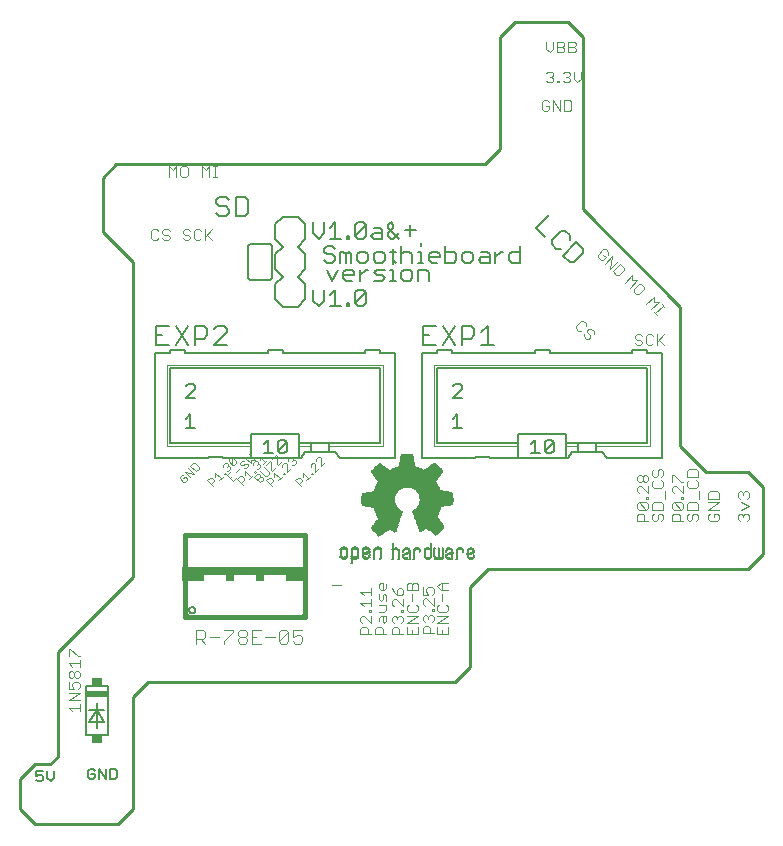
<source format=gto>
G75*
%MOIN*%
%OFA0B0*%
%FSLAX24Y24*%
%IPPOS*%
%LPD*%
%AMOC8*
5,1,8,0,0,1.08239X$1,22.5*
%
%ADD10C,0.0040*%
%ADD11C,0.0060*%
%ADD12C,0.0030*%
%ADD13C,0.0070*%
%ADD14C,0.0050*%
%ADD15C,0.0100*%
%ADD16C,0.0160*%
%ADD17C,0.0080*%
%ADD18R,0.0736X0.0200*%
%ADD19R,0.0335X0.0250*%
%ADD20C,0.0020*%
%ADD21R,0.4200X0.0300*%
%ADD22R,0.0750X0.0200*%
%ADD23R,0.0300X0.0200*%
%ADD24C,0.0000*%
%ADD25R,0.0020X0.0002*%
%ADD26R,0.0025X0.0003*%
%ADD27R,0.0030X0.0002*%
%ADD28R,0.0035X0.0003*%
%ADD29R,0.0042X0.0002*%
%ADD30R,0.0050X0.0003*%
%ADD31R,0.0060X0.0002*%
%ADD32R,0.0065X0.0003*%
%ADD33R,0.0067X0.0002*%
%ADD34R,0.0070X0.0003*%
%ADD35R,0.0072X0.0002*%
%ADD36R,0.0072X0.0003*%
%ADD37R,0.0075X0.0002*%
%ADD38R,0.0075X0.0003*%
%ADD39R,0.0012X0.0002*%
%ADD40R,0.0003X0.0002*%
%ADD41R,0.0010X0.0002*%
%ADD42R,0.0008X0.0002*%
%ADD43R,0.0002X0.0002*%
%ADD44R,0.0005X0.0002*%
%ADD45R,0.0007X0.0002*%
%ADD46R,0.0007X0.0003*%
%ADD47R,0.0083X0.0003*%
%ADD48R,0.0068X0.0003*%
%ADD49R,0.0078X0.0003*%
%ADD50R,0.0010X0.0003*%
%ADD51R,0.0005X0.0003*%
%ADD52R,0.0080X0.0003*%
%ADD53R,0.0038X0.0002*%
%ADD54R,0.0033X0.0002*%
%ADD55R,0.0043X0.0002*%
%ADD56R,0.0015X0.0002*%
%ADD57R,0.0093X0.0002*%
%ADD58R,0.0080X0.0002*%
%ADD59R,0.0090X0.0002*%
%ADD60R,0.0052X0.0003*%
%ADD61R,0.0077X0.0003*%
%ADD62R,0.0053X0.0003*%
%ADD63R,0.0018X0.0003*%
%ADD64R,0.0020X0.0003*%
%ADD65R,0.0097X0.0003*%
%ADD66R,0.0100X0.0003*%
%ADD67R,0.0085X0.0003*%
%ADD68R,0.0098X0.0003*%
%ADD69R,0.0023X0.0003*%
%ADD70R,0.0068X0.0002*%
%ADD71R,0.0077X0.0002*%
%ADD72R,0.0063X0.0002*%
%ADD73R,0.0023X0.0002*%
%ADD74R,0.0022X0.0002*%
%ADD75R,0.0105X0.0002*%
%ADD76R,0.0028X0.0002*%
%ADD77R,0.0025X0.0002*%
%ADD78R,0.0110X0.0002*%
%ADD79R,0.0092X0.0002*%
%ADD80R,0.0082X0.0003*%
%ADD81R,0.0017X0.0003*%
%ADD82R,0.0030X0.0003*%
%ADD83R,0.0027X0.0003*%
%ADD84R,0.0108X0.0003*%
%ADD85R,0.0033X0.0003*%
%ADD86R,0.0118X0.0003*%
%ADD87R,0.0113X0.0003*%
%ADD88R,0.0028X0.0003*%
%ADD89R,0.0102X0.0002*%
%ADD90R,0.0085X0.0002*%
%ADD91R,0.0103X0.0002*%
%ADD92R,0.0100X0.0002*%
%ADD93R,0.0037X0.0002*%
%ADD94R,0.0035X0.0002*%
%ADD95R,0.0117X0.0002*%
%ADD96R,0.0132X0.0002*%
%ADD97R,0.0108X0.0002*%
%ADD98R,0.0118X0.0002*%
%ADD99R,0.0128X0.0002*%
%ADD100R,0.0122X0.0003*%
%ADD101R,0.0205X0.0003*%
%ADD102R,0.0120X0.0003*%
%ADD103R,0.0040X0.0003*%
%ADD104R,0.0042X0.0003*%
%ADD105R,0.0043X0.0003*%
%ADD106R,0.0125X0.0003*%
%ADD107R,0.0142X0.0003*%
%ADD108R,0.0123X0.0003*%
%ADD109R,0.0128X0.0003*%
%ADD110R,0.0045X0.0003*%
%ADD111R,0.0135X0.0002*%
%ADD112R,0.0210X0.0002*%
%ADD113R,0.0048X0.0002*%
%ADD114R,0.0047X0.0002*%
%ADD115R,0.0045X0.0002*%
%ADD116R,0.0133X0.0002*%
%ADD117R,0.0055X0.0002*%
%ADD118R,0.0150X0.0002*%
%ADD119R,0.0262X0.0002*%
%ADD120R,0.0130X0.0002*%
%ADD121R,0.0050X0.0002*%
%ADD122R,0.0152X0.0002*%
%ADD123R,0.0215X0.0003*%
%ADD124R,0.0143X0.0003*%
%ADD125R,0.0055X0.0003*%
%ADD126R,0.0047X0.0003*%
%ADD127R,0.0135X0.0003*%
%ADD128R,0.0058X0.0003*%
%ADD129R,0.0158X0.0003*%
%ADD130R,0.0268X0.0003*%
%ADD131R,0.0132X0.0003*%
%ADD132R,0.0148X0.0002*%
%ADD133R,0.0217X0.0002*%
%ADD134R,0.0147X0.0002*%
%ADD135R,0.0058X0.0002*%
%ADD136R,0.0053X0.0002*%
%ADD137R,0.0138X0.0002*%
%ADD138R,0.0052X0.0002*%
%ADD139R,0.0162X0.0002*%
%ADD140R,0.0272X0.0002*%
%ADD141R,0.0152X0.0003*%
%ADD142R,0.0220X0.0003*%
%ADD143R,0.0153X0.0003*%
%ADD144R,0.0062X0.0003*%
%ADD145R,0.0063X0.0003*%
%ADD146R,0.0140X0.0003*%
%ADD147R,0.0060X0.0003*%
%ADD148R,0.0168X0.0003*%
%ADD149R,0.0278X0.0003*%
%ADD150R,0.0137X0.0003*%
%ADD151R,0.0165X0.0003*%
%ADD152R,0.0160X0.0002*%
%ADD153R,0.0222X0.0002*%
%ADD154R,0.0140X0.0002*%
%ADD155R,0.0172X0.0002*%
%ADD156R,0.0282X0.0002*%
%ADD157R,0.0170X0.0003*%
%ADD158R,0.0227X0.0003*%
%ADD159R,0.0167X0.0003*%
%ADD160R,0.0073X0.0003*%
%ADD161R,0.0180X0.0003*%
%ADD162R,0.0288X0.0003*%
%ADD163R,0.0178X0.0003*%
%ADD164R,0.0180X0.0002*%
%ADD165R,0.0235X0.0002*%
%ADD166R,0.0177X0.0002*%
%ADD167R,0.0078X0.0002*%
%ADD168R,0.0145X0.0002*%
%ADD169R,0.0057X0.0002*%
%ADD170R,0.0185X0.0002*%
%ADD171R,0.0292X0.0002*%
%ADD172R,0.0182X0.0002*%
%ADD173R,0.0188X0.0003*%
%ADD174R,0.0237X0.0003*%
%ADD175R,0.0183X0.0003*%
%ADD176R,0.0148X0.0003*%
%ADD177R,0.0057X0.0003*%
%ADD178R,0.0190X0.0003*%
%ADD179R,0.0295X0.0003*%
%ADD180R,0.0192X0.0002*%
%ADD181R,0.0240X0.0002*%
%ADD182R,0.0187X0.0002*%
%ADD183R,0.0195X0.0002*%
%ADD184R,0.0298X0.0002*%
%ADD185R,0.0198X0.0003*%
%ADD186R,0.0242X0.0003*%
%ADD187R,0.0193X0.0003*%
%ADD188R,0.0147X0.0003*%
%ADD189R,0.0200X0.0003*%
%ADD190R,0.0300X0.0003*%
%ADD191R,0.0150X0.0003*%
%ADD192R,0.0202X0.0002*%
%ADD193R,0.0242X0.0002*%
%ADD194R,0.0197X0.0002*%
%ADD195R,0.0205X0.0002*%
%ADD196R,0.0302X0.0002*%
%ADD197R,0.0200X0.0002*%
%ADD198R,0.0208X0.0003*%
%ADD199R,0.0245X0.0003*%
%ADD200R,0.0203X0.0003*%
%ADD201R,0.0210X0.0003*%
%ADD202R,0.0302X0.0003*%
%ADD203R,0.0202X0.0003*%
%ADD204R,0.0247X0.0002*%
%ADD205R,0.0207X0.0002*%
%ADD206R,0.0155X0.0002*%
%ADD207R,0.0215X0.0002*%
%ADD208R,0.0308X0.0002*%
%ADD209R,0.0252X0.0003*%
%ADD210R,0.0213X0.0003*%
%ADD211R,0.0155X0.0003*%
%ADD212R,0.0312X0.0003*%
%ADD213R,0.0220X0.0002*%
%ADD214R,0.0255X0.0002*%
%ADD215R,0.0158X0.0002*%
%ADD216R,0.0315X0.0002*%
%ADD217R,0.0153X0.0002*%
%ADD218R,0.0222X0.0003*%
%ADD219R,0.0257X0.0003*%
%ADD220R,0.0095X0.0003*%
%ADD221R,0.0102X0.0003*%
%ADD222R,0.0318X0.0003*%
%ADD223R,0.0107X0.0003*%
%ADD224R,0.0228X0.0002*%
%ADD225R,0.0257X0.0002*%
%ADD226R,0.0223X0.0002*%
%ADD227R,0.0095X0.0002*%
%ADD228R,0.0122X0.0002*%
%ADD229R,0.0082X0.0002*%
%ADD230R,0.0087X0.0002*%
%ADD231R,0.0098X0.0002*%
%ADD232R,0.0232X0.0003*%
%ADD233R,0.0260X0.0003*%
%ADD234R,0.0087X0.0003*%
%ADD235R,0.0238X0.0002*%
%ADD236R,0.0260X0.0002*%
%ADD237R,0.0233X0.0002*%
%ADD238R,0.0083X0.0002*%
%ADD239R,0.0073X0.0002*%
%ADD240R,0.0240X0.0003*%
%ADD241R,0.0262X0.0003*%
%ADD242R,0.0088X0.0003*%
%ADD243R,0.0245X0.0002*%
%ADD244R,0.0265X0.0002*%
%ADD245R,0.0243X0.0002*%
%ADD246R,0.0070X0.0002*%
%ADD247R,0.0065X0.0002*%
%ADD248R,0.0247X0.0003*%
%ADD249R,0.0265X0.0003*%
%ADD250R,0.0243X0.0003*%
%ADD251R,0.0250X0.0002*%
%ADD252R,0.0267X0.0002*%
%ADD253R,0.0250X0.0003*%
%ADD254R,0.0270X0.0003*%
%ADD255R,0.0067X0.0003*%
%ADD256R,0.0253X0.0002*%
%ADD257R,0.0062X0.0002*%
%ADD258R,0.0115X0.0003*%
%ADD259R,0.0130X0.0003*%
%ADD260R,0.0107X0.0002*%
%ADD261R,0.0105X0.0003*%
%ADD262R,0.0117X0.0003*%
%ADD263R,0.0115X0.0002*%
%ADD264R,0.0097X0.0002*%
%ADD265R,0.0103X0.0003*%
%ADD266R,0.0112X0.0003*%
%ADD267R,0.0090X0.0003*%
%ADD268R,0.0093X0.0003*%
%ADD269R,0.0092X0.0003*%
%ADD270R,0.0088X0.0002*%
%ADD271R,0.0012X0.0003*%
%ADD272R,0.0120X0.0002*%
%ADD273R,0.0125X0.0002*%
%ADD274R,0.0127X0.0002*%
%ADD275R,0.0127X0.0003*%
%ADD276R,0.0160X0.0003*%
%ADD277R,0.0163X0.0002*%
%ADD278R,0.0170X0.0002*%
%ADD279R,0.0145X0.0003*%
%ADD280R,0.0175X0.0002*%
%ADD281R,0.0188X0.0002*%
%ADD282R,0.0185X0.0003*%
%ADD283R,0.0207X0.0003*%
%ADD284R,0.0195X0.0003*%
%ADD285R,0.0208X0.0002*%
%ADD286R,0.0190X0.0002*%
%ADD287R,0.0187X0.0003*%
%ADD288R,0.0175X0.0003*%
%ADD289R,0.0173X0.0003*%
%ADD290R,0.0165X0.0002*%
%ADD291R,0.0235X0.0003*%
%ADD292R,0.0248X0.0003*%
%ADD293R,0.0143X0.0002*%
%ADD294R,0.0255X0.0003*%
%ADD295R,0.0275X0.0002*%
%ADD296R,0.0113X0.0002*%
%ADD297R,0.0110X0.0003*%
%ADD298R,0.0013X0.0002*%
%ADD299R,0.0178X0.0002*%
%ADD300R,0.0015X0.0003*%
%ADD301R,0.0040X0.0002*%
%ADD302R,0.0027X0.0002*%
%ADD303R,0.0048X0.0003*%
%ADD304R,0.0032X0.0003*%
%ADD305R,0.0038X0.0003*%
%ADD306R,0.0138X0.0003*%
%ADD307R,0.0123X0.0002*%
%ADD308R,0.0212X0.0002*%
%ADD309R,0.0238X0.0003*%
%ADD310R,0.0252X0.0002*%
%ADD311R,0.0258X0.0002*%
%ADD312R,0.0203X0.0002*%
%ADD313R,0.0197X0.0003*%
%ADD314R,0.0198X0.0002*%
%ADD315R,0.0230X0.0003*%
%ADD316R,0.0233X0.0003*%
%ADD317R,0.0193X0.0002*%
%ADD318R,0.0230X0.0002*%
%ADD319R,0.0223X0.0003*%
%ADD320R,0.0228X0.0003*%
%ADD321R,0.0182X0.0003*%
%ADD322R,0.0218X0.0003*%
%ADD323R,0.0172X0.0003*%
%ADD324R,0.0227X0.0002*%
%ADD325R,0.0167X0.0002*%
%ADD326R,0.0218X0.0002*%
%ADD327R,0.0168X0.0002*%
%ADD328R,0.0225X0.0003*%
%ADD329R,0.0163X0.0003*%
%ADD330R,0.0162X0.0003*%
%ADD331R,0.0157X0.0002*%
%ADD332R,0.0213X0.0002*%
%ADD333R,0.0137X0.0002*%
%ADD334R,0.0112X0.0002*%
%ADD335R,0.0192X0.0003*%
%ADD336R,0.0017X0.0002*%
%ADD337R,0.0013X0.0003*%
%ADD338R,0.0022X0.0003*%
%ADD339R,0.0037X0.0003*%
%ADD340R,0.0032X0.0002*%
%ADD341R,0.0157X0.0003*%
%ADD342R,0.0217X0.0003*%
%ADD343R,0.0177X0.0003*%
%ADD344R,0.0183X0.0002*%
%ADD345R,0.0272X0.0003*%
%ADD346R,0.0280X0.0002*%
%ADD347R,0.0285X0.0003*%
%ADD348R,0.0287X0.0002*%
%ADD349R,0.0293X0.0003*%
%ADD350R,0.0212X0.0003*%
%ADD351R,0.0300X0.0002*%
%ADD352R,0.0310X0.0003*%
%ADD353R,0.0318X0.0002*%
%ADD354R,0.0322X0.0003*%
%ADD355R,0.0328X0.0002*%
%ADD356R,0.0332X0.0003*%
%ADD357R,0.0253X0.0003*%
%ADD358R,0.0340X0.0002*%
%ADD359R,0.0345X0.0003*%
%ADD360R,0.0263X0.0003*%
%ADD361R,0.0353X0.0002*%
%ADD362R,0.0270X0.0002*%
%ADD363R,0.0360X0.0003*%
%ADD364R,0.0365X0.0002*%
%ADD365R,0.0370X0.0003*%
%ADD366R,0.0372X0.0002*%
%ADD367R,0.0380X0.0003*%
%ADD368R,0.0298X0.0003*%
%ADD369R,0.0390X0.0002*%
%ADD370R,0.0305X0.0002*%
%ADD371R,0.0397X0.0003*%
%ADD372R,0.0008X0.0003*%
%ADD373R,0.0315X0.0003*%
%ADD374R,0.0403X0.0002*%
%ADD375R,0.0320X0.0002*%
%ADD376R,0.0405X0.0003*%
%ADD377R,0.0323X0.0003*%
%ADD378R,0.0410X0.0002*%
%ADD379R,0.0327X0.0002*%
%ADD380R,0.0418X0.0003*%
%ADD381R,0.0335X0.0003*%
%ADD382R,0.0422X0.0002*%
%ADD383R,0.0430X0.0003*%
%ADD384R,0.0348X0.0003*%
%ADD385R,0.0437X0.0002*%
%ADD386R,0.0355X0.0002*%
%ADD387R,0.0445X0.0003*%
%ADD388R,0.0450X0.0002*%
%ADD389R,0.0452X0.0003*%
%ADD390R,0.0367X0.0003*%
%ADD391R,0.0458X0.0002*%
%ADD392R,0.0373X0.0002*%
%ADD393R,0.0462X0.0003*%
%ADD394R,0.0470X0.0002*%
%ADD395R,0.0385X0.0002*%
%ADD396R,0.0480X0.0003*%
%ADD397R,0.0392X0.0003*%
%ADD398R,0.0483X0.0002*%
%ADD399R,0.0398X0.0002*%
%ADD400R,0.0487X0.0003*%
%ADD401R,0.0402X0.0003*%
%ADD402R,0.0495X0.0002*%
%ADD403R,0.0405X0.0002*%
%ADD404R,0.0500X0.0003*%
%ADD405R,0.0410X0.0003*%
%ADD406R,0.0508X0.0002*%
%ADD407R,0.0417X0.0002*%
%ADD408R,0.0515X0.0003*%
%ADD409R,0.0425X0.0003*%
%ADD410R,0.0523X0.0002*%
%ADD411R,0.0430X0.0002*%
%ADD412R,0.0527X0.0003*%
%ADD413R,0.0438X0.0003*%
%ADD414R,0.0533X0.0002*%
%ADD415R,0.0442X0.0002*%
%ADD416R,0.0535X0.0003*%
%ADD417R,0.0540X0.0002*%
%ADD418R,0.0548X0.0003*%
%ADD419R,0.0457X0.0003*%
%ADD420R,0.0555X0.0002*%
%ADD421R,0.0465X0.0002*%
%ADD422R,0.0560X0.0003*%
%ADD423R,0.0472X0.0003*%
%ADD424R,0.0565X0.0002*%
%ADD425R,0.0478X0.0002*%
%ADD426R,0.0570X0.0003*%
%ADD427R,0.0817X0.0002*%
%ADD428R,0.0482X0.0002*%
%ADD429R,0.0820X0.0003*%
%ADD430R,0.0490X0.0003*%
%ADD431R,0.0825X0.0002*%
%ADD432R,0.0497X0.0002*%
%ADD433R,0.0828X0.0003*%
%ADD434R,0.0502X0.0003*%
%ADD435R,0.0830X0.0002*%
%ADD436R,0.0835X0.0003*%
%ADD437R,0.0512X0.0003*%
%ADD438R,0.0835X0.0002*%
%ADD439R,0.0225X0.0002*%
%ADD440R,0.0518X0.0002*%
%ADD441R,0.0840X0.0003*%
%ADD442R,0.0522X0.0003*%
%ADD443R,0.0840X0.0002*%
%ADD444R,0.0530X0.0002*%
%ADD445R,0.0845X0.0003*%
%ADD446R,0.0537X0.0003*%
%ADD447R,0.0845X0.0002*%
%ADD448R,0.0542X0.0002*%
%ADD449R,0.0848X0.0003*%
%ADD450R,0.0550X0.0003*%
%ADD451R,0.0850X0.0002*%
%ADD452R,0.0850X0.0003*%
%ADD453R,0.0823X0.0003*%
%ADD454R,0.0852X0.0002*%
%ADD455R,0.0852X0.0003*%
%ADD456R,0.0832X0.0002*%
%ADD457R,0.0855X0.0003*%
%ADD458R,0.0855X0.0002*%
%ADD459R,0.0837X0.0003*%
%ADD460R,0.0843X0.0003*%
%ADD461R,0.0848X0.0002*%
%ADD462R,0.0858X0.0003*%
%ADD463R,0.0860X0.0002*%
%ADD464R,0.0857X0.0003*%
%ADD465R,0.0860X0.0003*%
%ADD466R,0.0865X0.0002*%
%ADD467R,0.0865X0.0003*%
%ADD468R,0.0853X0.0002*%
%ADD469R,0.0867X0.0003*%
%ADD470R,0.0867X0.0002*%
%ADD471R,0.0870X0.0003*%
%ADD472R,0.0870X0.0002*%
%ADD473R,0.0847X0.0002*%
%ADD474R,0.0868X0.0002*%
%ADD475R,0.0842X0.0002*%
%ADD476R,0.0838X0.0002*%
%ADD477R,0.0868X0.0003*%
%ADD478R,0.0838X0.0003*%
%ADD479R,0.0837X0.0002*%
%ADD480R,0.0833X0.0003*%
%ADD481R,0.0833X0.0002*%
%ADD482R,0.0863X0.0002*%
%ADD483R,0.0830X0.0003*%
%ADD484R,0.0863X0.0003*%
%ADD485R,0.0862X0.0002*%
%ADD486R,0.0827X0.0002*%
%ADD487R,0.0857X0.0002*%
%ADD488R,0.0827X0.0003*%
%ADD489R,0.0858X0.0002*%
%ADD490R,0.0825X0.0003*%
%ADD491R,0.0823X0.0002*%
%ADD492R,0.0822X0.0002*%
%ADD493R,0.0853X0.0003*%
%ADD494R,0.0820X0.0002*%
%ADD495R,0.0817X0.0003*%
%ADD496R,0.0818X0.0002*%
%ADD497R,0.0815X0.0003*%
%ADD498R,0.0847X0.0003*%
%ADD499R,0.0815X0.0002*%
%ADD500R,0.0812X0.0003*%
%ADD501R,0.0813X0.0003*%
%ADD502R,0.0808X0.0002*%
%ADD503R,0.0805X0.0003*%
%ADD504R,0.0805X0.0002*%
%ADD505R,0.0842X0.0003*%
%ADD506R,0.0802X0.0003*%
%ADD507R,0.0803X0.0003*%
%ADD508R,0.0802X0.0002*%
%ADD509R,0.0800X0.0002*%
%ADD510R,0.0800X0.0003*%
%ADD511R,0.0797X0.0003*%
%ADD512R,0.0798X0.0003*%
%ADD513R,0.0832X0.0003*%
%ADD514R,0.0798X0.0002*%
%ADD515R,0.0795X0.0003*%
%ADD516R,0.0795X0.0002*%
%ADD517R,0.0792X0.0003*%
%ADD518R,0.0790X0.0002*%
%ADD519R,0.0787X0.0003*%
%ADD520R,0.0788X0.0002*%
%ADD521R,0.0788X0.0003*%
%ADD522R,0.0785X0.0002*%
%ADD523R,0.0785X0.0003*%
%ADD524R,0.0783X0.0002*%
%ADD525R,0.0782X0.0003*%
%ADD526R,0.0822X0.0003*%
%ADD527R,0.0780X0.0002*%
%ADD528R,0.0783X0.0003*%
%ADD529R,0.0780X0.0003*%
%ADD530R,0.0777X0.0003*%
%ADD531R,0.0777X0.0002*%
%ADD532R,0.0775X0.0003*%
%ADD533R,0.0818X0.0003*%
%ADD534R,0.0772X0.0002*%
%ADD535R,0.0773X0.0003*%
%ADD536R,0.0770X0.0002*%
%ADD537R,0.0770X0.0003*%
%ADD538R,0.0767X0.0002*%
%ADD539R,0.0812X0.0002*%
%ADD540R,0.0768X0.0003*%
%ADD541R,0.0807X0.0002*%
%ADD542R,0.0765X0.0003*%
%ADD543R,0.0765X0.0002*%
%ADD544R,0.0763X0.0002*%
%ADD545R,0.0762X0.0002*%
%ADD546R,0.0760X0.0003*%
%ADD547R,0.0760X0.0002*%
%ADD548R,0.0758X0.0003*%
%ADD549R,0.0755X0.0002*%
%ADD550R,0.0803X0.0002*%
%ADD551R,0.0755X0.0003*%
%ADD552R,0.0753X0.0002*%
%ADD553R,0.0752X0.0002*%
%ADD554R,0.0750X0.0003*%
%ADD555R,0.0750X0.0002*%
%ADD556R,0.0747X0.0003*%
%ADD557R,0.0748X0.0002*%
%ADD558R,0.0792X0.0002*%
%ADD559R,0.0745X0.0003*%
%ADD560R,0.0747X0.0002*%
%ADD561R,0.0793X0.0002*%
%ADD562R,0.0790X0.0003*%
%ADD563R,0.0745X0.0002*%
%ADD564R,0.0748X0.0003*%
%ADD565R,0.0752X0.0003*%
%ADD566R,0.0758X0.0002*%
%ADD567R,0.0782X0.0002*%
%ADD568R,0.0778X0.0003*%
%ADD569R,0.0775X0.0002*%
%ADD570R,0.0778X0.0002*%
%ADD571R,0.0787X0.0002*%
%ADD572R,0.0808X0.0003*%
%ADD573R,0.0810X0.0002*%
%ADD574R,0.0797X0.0002*%
%ADD575R,0.0828X0.0002*%
%ADD576R,0.0872X0.0002*%
%ADD577R,0.0872X0.0003*%
%ADD578R,0.0875X0.0002*%
%ADD579R,0.0880X0.0003*%
%ADD580R,0.0880X0.0002*%
%ADD581R,0.0883X0.0003*%
%ADD582R,0.0887X0.0002*%
%ADD583R,0.0887X0.0003*%
%ADD584R,0.0890X0.0002*%
%ADD585R,0.0873X0.0002*%
%ADD586R,0.0893X0.0003*%
%ADD587R,0.0875X0.0003*%
%ADD588R,0.0895X0.0002*%
%ADD589R,0.0877X0.0002*%
%ADD590R,0.0895X0.0003*%
%ADD591R,0.0898X0.0002*%
%ADD592R,0.0898X0.0003*%
%ADD593R,0.0900X0.0002*%
%ADD594R,0.0883X0.0002*%
%ADD595R,0.0902X0.0003*%
%ADD596R,0.0885X0.0003*%
%ADD597R,0.0902X0.0002*%
%ADD598R,0.0885X0.0002*%
%ADD599R,0.0905X0.0003*%
%ADD600R,0.0905X0.0002*%
%ADD601R,0.0907X0.0003*%
%ADD602R,0.0890X0.0003*%
%ADD603R,0.0910X0.0002*%
%ADD604R,0.0893X0.0002*%
%ADD605R,0.0913X0.0003*%
%ADD606R,0.0913X0.0002*%
%ADD607R,0.0897X0.0002*%
%ADD608R,0.0917X0.0003*%
%ADD609R,0.0900X0.0003*%
%ADD610R,0.0917X0.0002*%
%ADD611R,0.0903X0.0002*%
%ADD612R,0.0920X0.0003*%
%ADD613R,0.0920X0.0002*%
%ADD614R,0.0907X0.0002*%
%ADD615R,0.0923X0.0003*%
%ADD616R,0.0923X0.0002*%
%ADD617R,0.0925X0.0003*%
%ADD618R,0.0925X0.0002*%
%ADD619R,0.0922X0.0003*%
%ADD620R,0.0915X0.0002*%
%ADD621R,0.0912X0.0003*%
%ADD622R,0.0892X0.0002*%
%ADD623R,0.0878X0.0002*%
%ADD624R,0.0877X0.0003*%
%ADD625R,0.0843X0.0002*%
%ADD626R,0.0810X0.0003*%
%ADD627R,0.0793X0.0003*%
%ADD628R,0.0773X0.0002*%
%ADD629R,0.0935X0.0002*%
%ADD630R,0.0950X0.0003*%
%ADD631R,0.0960X0.0002*%
%ADD632R,0.0967X0.0003*%
%ADD633R,0.0975X0.0002*%
%ADD634R,0.0983X0.0003*%
%ADD635R,0.1000X0.0002*%
%ADD636R,0.1022X0.0003*%
%ADD637R,0.1037X0.0002*%
%ADD638R,0.1050X0.0003*%
%ADD639R,0.0878X0.0003*%
%ADD640R,0.1055X0.0002*%
%ADD641R,0.1063X0.0003*%
%ADD642R,0.0892X0.0003*%
%ADD643R,0.1075X0.0002*%
%ADD644R,0.1095X0.0003*%
%ADD645R,0.0928X0.0003*%
%ADD646R,0.1115X0.0002*%
%ADD647R,0.0950X0.0002*%
%ADD648R,0.1122X0.0003*%
%ADD649R,0.0965X0.0003*%
%ADD650R,0.1128X0.0002*%
%ADD651R,0.1130X0.0003*%
%ADD652R,0.0982X0.0003*%
%ADD653R,0.1132X0.0002*%
%ADD654R,0.0992X0.0002*%
%ADD655R,0.1135X0.0003*%
%ADD656R,0.1010X0.0003*%
%ADD657R,0.1135X0.0002*%
%ADD658R,0.1033X0.0002*%
%ADD659R,0.1138X0.0003*%
%ADD660R,0.1055X0.0003*%
%ADD661R,0.1140X0.0002*%
%ADD662R,0.1065X0.0002*%
%ADD663R,0.1140X0.0003*%
%ADD664R,0.1075X0.0003*%
%ADD665R,0.1083X0.0002*%
%ADD666R,0.1092X0.0003*%
%ADD667R,0.1137X0.0002*%
%ADD668R,0.1108X0.0002*%
%ADD669R,0.1137X0.0003*%
%ADD670R,0.1118X0.0003*%
%ADD671R,0.1138X0.0002*%
%ADD672R,0.1117X0.0002*%
%ADD673R,0.1120X0.0003*%
%ADD674R,0.1122X0.0002*%
%ADD675R,0.1123X0.0003*%
%ADD676R,0.1133X0.0002*%
%ADD677R,0.1125X0.0002*%
%ADD678R,0.1133X0.0003*%
%ADD679R,0.1128X0.0003*%
%ADD680R,0.1130X0.0002*%
%ADD681R,0.1125X0.0003*%
%ADD682R,0.1123X0.0002*%
%ADD683R,0.1127X0.0003*%
%ADD684R,0.1120X0.0002*%
%ADD685R,0.1118X0.0002*%
%ADD686R,0.1117X0.0003*%
%ADD687R,0.1115X0.0003*%
%ADD688R,0.1112X0.0003*%
%ADD689R,0.1112X0.0002*%
%ADD690R,0.1110X0.0002*%
%ADD691R,0.1110X0.0003*%
%ADD692R,0.1107X0.0002*%
%ADD693R,0.1107X0.0003*%
%ADD694R,0.1105X0.0003*%
%ADD695R,0.1105X0.0002*%
%ADD696R,0.1108X0.0003*%
%ADD697R,0.1113X0.0003*%
%ADD698R,0.1113X0.0002*%
%ADD699R,0.1127X0.0002*%
%ADD700R,0.1132X0.0003*%
%ADD701R,0.1143X0.0003*%
%ADD702R,0.1143X0.0002*%
%ADD703R,0.1145X0.0003*%
%ADD704R,0.1148X0.0002*%
%ADD705R,0.1088X0.0003*%
%ADD706R,0.1067X0.0002*%
%ADD707R,0.1147X0.0002*%
%ADD708R,0.1042X0.0003*%
%ADD709R,0.1147X0.0003*%
%ADD710R,0.1027X0.0002*%
%ADD711R,0.1145X0.0002*%
%ADD712R,0.1020X0.0003*%
%ADD713R,0.1148X0.0003*%
%ADD714R,0.1010X0.0002*%
%ADD715R,0.1002X0.0003*%
%ADD716R,0.0985X0.0002*%
%ADD717R,0.0960X0.0003*%
%ADD718R,0.1142X0.0003*%
%ADD719R,0.0945X0.0002*%
%ADD720R,0.0932X0.0003*%
%ADD721R,0.0918X0.0003*%
%ADD722R,0.1097X0.0003*%
%ADD723R,0.1065X0.0003*%
%ADD724R,0.1042X0.0002*%
%ADD725R,0.1033X0.0003*%
%ADD726R,0.1012X0.0002*%
%ADD727R,0.0992X0.0003*%
%ADD728R,0.0983X0.0002*%
%ADD729R,0.0975X0.0003*%
%ADD730R,0.0970X0.0002*%
%ADD731R,0.0962X0.0003*%
%ADD732R,0.0948X0.0002*%
%ADD733R,0.0927X0.0003*%
%ADD734R,0.0903X0.0003*%
%ADD735R,0.0862X0.0003*%
%ADD736R,0.0882X0.0003*%
%ADD737R,0.0888X0.0003*%
%ADD738R,0.0897X0.0003*%
%ADD739R,0.0912X0.0002*%
%ADD740R,0.0933X0.0003*%
%ADD741R,0.0940X0.0002*%
%ADD742R,0.0945X0.0003*%
%ADD743R,0.0947X0.0003*%
%ADD744R,0.0952X0.0002*%
%ADD745R,0.0952X0.0003*%
%ADD746R,0.0955X0.0003*%
%ADD747R,0.0957X0.0002*%
%ADD748R,0.0970X0.0003*%
%ADD749R,0.1018X0.0003*%
%ADD750R,0.1030X0.0003*%
%ADD751R,0.1035X0.0002*%
%ADD752R,0.1050X0.0002*%
%ADD753R,0.2115X0.0003*%
%ADD754R,0.2113X0.0002*%
%ADD755R,0.2110X0.0003*%
%ADD756R,0.2110X0.0002*%
%ADD757R,0.2107X0.0003*%
%ADD758R,0.2103X0.0002*%
%ADD759R,0.2100X0.0003*%
%ADD760R,0.2097X0.0002*%
%ADD761R,0.2093X0.0003*%
%ADD762R,0.2093X0.0002*%
%ADD763R,0.2090X0.0003*%
%ADD764R,0.2087X0.0002*%
%ADD765R,0.2085X0.0003*%
%ADD766R,0.2085X0.0002*%
%ADD767R,0.2080X0.0002*%
%ADD768R,0.2080X0.0003*%
%ADD769R,0.2075X0.0003*%
%ADD770R,0.2073X0.0002*%
%ADD771R,0.2070X0.0003*%
%ADD772R,0.2065X0.0002*%
%ADD773R,0.2063X0.0003*%
%ADD774R,0.2060X0.0002*%
%ADD775R,0.2055X0.0003*%
%ADD776R,0.2055X0.0002*%
%ADD777R,0.2050X0.0003*%
%ADD778R,0.2050X0.0002*%
%ADD779R,0.2047X0.0002*%
%ADD780R,0.2045X0.0003*%
%ADD781R,0.2043X0.0002*%
%ADD782R,0.2040X0.0003*%
%ADD783R,0.2037X0.0002*%
%ADD784R,0.2033X0.0003*%
%ADD785R,0.2033X0.0002*%
%ADD786R,0.2027X0.0003*%
%ADD787R,0.2025X0.0002*%
%ADD788R,0.2023X0.0003*%
%ADD789R,0.2020X0.0002*%
%ADD790R,0.2020X0.0003*%
%ADD791R,0.2015X0.0002*%
%ADD792R,0.2015X0.0003*%
%ADD793R,0.2013X0.0002*%
%ADD794R,0.2010X0.0003*%
%ADD795R,0.2007X0.0002*%
%ADD796R,0.2003X0.0003*%
%ADD797R,0.2000X0.0002*%
%ADD798R,0.1997X0.0003*%
%ADD799R,0.1993X0.0002*%
%ADD800R,0.1990X0.0003*%
%ADD801R,0.1987X0.0002*%
%ADD802R,0.1985X0.0003*%
%ADD803R,0.1985X0.0002*%
%ADD804R,0.1980X0.0003*%
%ADD805R,0.1980X0.0002*%
%ADD806R,0.1975X0.0003*%
%ADD807R,0.1973X0.0002*%
%ADD808R,0.1967X0.0003*%
%ADD809R,0.1963X0.0002*%
%ADD810R,0.1960X0.0003*%
%ADD811R,0.1957X0.0002*%
%ADD812R,0.1955X0.0003*%
%ADD813R,0.1950X0.0002*%
%ADD814R,0.1950X0.0003*%
%ADD815R,0.1947X0.0002*%
%ADD816R,0.1947X0.0003*%
%ADD817R,0.1943X0.0002*%
%ADD818R,0.1943X0.0003*%
%ADD819R,0.1940X0.0002*%
%ADD820R,0.1940X0.0003*%
%ADD821R,0.1937X0.0003*%
%ADD822R,0.1937X0.0002*%
%ADD823R,0.1945X0.0003*%
%ADD824R,0.1953X0.0002*%
%ADD825R,0.1957X0.0003*%
%ADD826R,0.1960X0.0002*%
%ADD827R,0.1965X0.0003*%
%ADD828R,0.1965X0.0002*%
%ADD829R,0.1970X0.0003*%
%ADD830R,0.1970X0.0002*%
%ADD831R,0.1983X0.0003*%
%ADD832R,0.1993X0.0003*%
%ADD833R,0.1995X0.0002*%
%ADD834R,0.2007X0.0003*%
%ADD835R,0.2017X0.0003*%
%ADD836R,0.2023X0.0002*%
%ADD837R,0.2030X0.0002*%
%ADD838R,0.2035X0.0002*%
%ADD839R,0.2037X0.0003*%
%ADD840R,0.2047X0.0003*%
%ADD841R,0.2067X0.0003*%
%ADD842R,0.2095X0.0002*%
%ADD843R,0.2097X0.0003*%
%ADD844R,0.2100X0.0002*%
%ADD845R,0.2103X0.0003*%
%ADD846R,0.2105X0.0002*%
%ADD847R,0.2112X0.0002*%
%ADD848R,0.2118X0.0003*%
%ADD849R,0.2122X0.0002*%
%ADD850R,0.2125X0.0003*%
%ADD851R,0.2130X0.0002*%
%ADD852R,0.2133X0.0003*%
%ADD853R,0.2135X0.0002*%
%ADD854R,0.2140X0.0003*%
%ADD855R,0.2142X0.0002*%
%ADD856R,0.2148X0.0003*%
%ADD857R,0.2150X0.0002*%
%ADD858R,0.2152X0.0003*%
%ADD859R,0.2158X0.0002*%
%ADD860R,0.2160X0.0003*%
%ADD861R,0.2165X0.0002*%
%ADD862R,0.2168X0.0003*%
%ADD863R,0.2170X0.0002*%
%ADD864R,0.2172X0.0003*%
%ADD865R,0.2178X0.0002*%
%ADD866R,0.2180X0.0003*%
%ADD867R,0.2185X0.0002*%
%ADD868R,0.2188X0.0003*%
%ADD869R,0.2192X0.0002*%
%ADD870R,0.2195X0.0003*%
%ADD871R,0.2200X0.0002*%
%ADD872R,0.2200X0.0003*%
%ADD873R,0.2205X0.0002*%
%ADD874R,0.2210X0.0003*%
%ADD875R,0.2215X0.0002*%
%ADD876R,0.2215X0.0003*%
%ADD877R,0.2220X0.0002*%
%ADD878R,0.2225X0.0003*%
%ADD879R,0.2228X0.0002*%
%ADD880R,0.2232X0.0003*%
%ADD881R,0.2232X0.0002*%
%ADD882R,0.2238X0.0003*%
%ADD883R,0.2242X0.0002*%
%ADD884R,0.2245X0.0003*%
%ADD885R,0.2250X0.0002*%
%ADD886R,0.2250X0.0003*%
%ADD887R,0.2255X0.0002*%
%ADD888R,0.2260X0.0003*%
%ADD889R,0.2262X0.0002*%
%ADD890R,0.2268X0.0003*%
%ADD891R,0.2268X0.0002*%
%ADD892R,0.2272X0.0003*%
%ADD893R,0.2275X0.0002*%
%ADD894R,0.2280X0.0003*%
%ADD895R,0.2283X0.0002*%
%ADD896R,0.2287X0.0003*%
%ADD897R,0.2290X0.0002*%
%ADD898R,0.2295X0.0003*%
%ADD899R,0.2298X0.0002*%
%ADD900R,0.2300X0.0003*%
%ADD901R,0.2305X0.0002*%
%ADD902R,0.2310X0.0003*%
%ADD903R,0.2313X0.0002*%
%ADD904R,0.2317X0.0003*%
%ADD905R,0.2317X0.0002*%
%ADD906R,0.2323X0.0003*%
%ADD907R,0.2325X0.0002*%
%ADD908R,0.2330X0.0003*%
%ADD909R,0.2335X0.0002*%
%ADD910R,0.2337X0.0003*%
%ADD911R,0.2343X0.0002*%
%ADD912R,0.2345X0.0003*%
%ADD913R,0.2347X0.0002*%
%ADD914R,0.2353X0.0003*%
%ADD915R,0.2353X0.0002*%
%ADD916R,0.2357X0.0003*%
%ADD917R,0.2360X0.0002*%
%ADD918R,0.2365X0.0003*%
%ADD919R,0.2367X0.0002*%
%ADD920R,0.2370X0.0003*%
%ADD921R,0.2373X0.0002*%
%ADD922R,0.2377X0.0003*%
%ADD923R,0.2380X0.0002*%
%ADD924R,0.2380X0.0003*%
%ADD925R,0.2382X0.0002*%
%ADD926R,0.2382X0.0003*%
%ADD927R,0.2378X0.0003*%
%ADD928R,0.2375X0.0002*%
%ADD929R,0.2368X0.0002*%
%ADD930R,0.2362X0.0003*%
%ADD931R,0.2355X0.0003*%
%ADD932R,0.2350X0.0002*%
%ADD933R,0.2348X0.0003*%
%ADD934R,0.2342X0.0002*%
%ADD935R,0.2340X0.0003*%
%ADD936R,0.0577X0.0003*%
%ADD937R,0.1740X0.0003*%
%ADD938R,0.0570X0.0002*%
%ADD939R,0.1732X0.0002*%
%ADD940R,0.0562X0.0003*%
%ADD941R,0.1723X0.0003*%
%ADD942R,0.0595X0.0002*%
%ADD943R,0.1100X0.0003*%
%ADD944R,0.0587X0.0003*%
%ADD945R,0.0545X0.0002*%
%ADD946R,0.1095X0.0002*%
%ADD947R,0.0583X0.0002*%
%ADD948R,0.0543X0.0003*%
%ADD949R,0.1087X0.0003*%
%ADD950R,0.0535X0.0002*%
%ADD951R,0.1080X0.0002*%
%ADD952R,0.0573X0.0002*%
%ADD953R,0.1067X0.0003*%
%ADD954R,0.0565X0.0003*%
%ADD955R,0.0520X0.0002*%
%ADD956R,0.1053X0.0002*%
%ADD957R,0.0558X0.0002*%
%ADD958R,0.1043X0.0003*%
%ADD959R,0.0512X0.0002*%
%ADD960R,0.0508X0.0003*%
%ADD961R,0.0545X0.0003*%
%ADD962R,0.0502X0.0002*%
%ADD963R,0.1023X0.0002*%
%ADD964R,0.0537X0.0002*%
%ADD965R,0.0495X0.0003*%
%ADD966R,0.1013X0.0003*%
%ADD967R,0.0533X0.0003*%
%ADD968R,0.0487X0.0002*%
%ADD969R,0.0997X0.0002*%
%ADD970R,0.0475X0.0002*%
%ADD971R,0.0973X0.0002*%
%ADD972R,0.0470X0.0003*%
%ADD973R,0.0505X0.0003*%
%ADD974R,0.0468X0.0002*%
%ADD975R,0.0500X0.0002*%
%ADD976R,0.0953X0.0003*%
%ADD977R,0.0455X0.0002*%
%ADD978R,0.0937X0.0002*%
%ADD979R,0.0440X0.0002*%
%ADD980R,0.0472X0.0002*%
%ADD981R,0.0437X0.0003*%
%ADD982R,0.0468X0.0003*%
%ADD983R,0.0433X0.0002*%
%ADD984R,0.0462X0.0002*%
%ADD985R,0.0427X0.0003*%
%ADD986R,0.0460X0.0003*%
%ADD987R,0.0420X0.0002*%
%ADD988R,0.0412X0.0003*%
%ADD989R,0.0447X0.0003*%
%ADD990R,0.0408X0.0002*%
%ADD991R,0.0400X0.0003*%
%ADD992R,0.0395X0.0002*%
%ADD993R,0.0813X0.0002*%
%ADD994R,0.0428X0.0002*%
%ADD995R,0.0390X0.0003*%
%ADD996R,0.0422X0.0003*%
%ADD997R,0.0387X0.0002*%
%ADD998R,0.0418X0.0002*%
%ADD999R,0.0365X0.0003*%
%ADD1000R,0.0740X0.0003*%
%ADD1001R,0.0395X0.0003*%
%ADD1002R,0.0358X0.0002*%
%ADD1003R,0.0727X0.0002*%
%ADD1004R,0.0355X0.0003*%
%ADD1005R,0.0720X0.0003*%
%ADD1006R,0.0385X0.0003*%
%ADD1007R,0.0350X0.0002*%
%ADD1008R,0.0710X0.0002*%
%ADD1009R,0.0380X0.0002*%
%ADD1010R,0.0700X0.0003*%
%ADD1011R,0.0378X0.0003*%
%ADD1012R,0.0683X0.0002*%
%ADD1013R,0.0370X0.0002*%
%ADD1014R,0.0333X0.0003*%
%ADD1015R,0.0652X0.0003*%
%ADD1016R,0.0363X0.0003*%
%ADD1017R,0.0323X0.0002*%
%ADD1018R,0.0628X0.0002*%
%ADD1019R,0.0317X0.0003*%
%ADD1020R,0.0612X0.0003*%
%ADD1021R,0.0347X0.0003*%
%ADD1022R,0.0602X0.0002*%
%ADD1023R,0.0343X0.0002*%
%ADD1024R,0.0592X0.0003*%
%ADD1025R,0.0340X0.0003*%
%ADD1026R,0.0575X0.0002*%
%ADD1027R,0.0335X0.0002*%
%ADD1028R,0.0328X0.0003*%
%ADD1029R,0.0288X0.0002*%
%ADD1030R,0.0553X0.0002*%
%ADD1031R,0.0280X0.0003*%
%ADD1032R,0.0547X0.0003*%
%ADD1033R,0.0295X0.0002*%
%ADD1034R,0.0540X0.0003*%
%ADD1035R,0.0290X0.0003*%
%ADD1036R,0.0277X0.0002*%
%ADD1037R,0.0273X0.0003*%
%ADD1038R,0.0538X0.0002*%
%ADD1039R,0.0538X0.0003*%
%ADD1040R,0.0532X0.0003*%
%ADD1041R,0.0532X0.0002*%
%ADD1042R,0.0528X0.0003*%
%ADD1043R,0.0528X0.0002*%
%ADD1044R,0.0525X0.0003*%
%ADD1045R,0.0525X0.0002*%
%ADD1046R,0.0133X0.0003*%
%ADD1047R,0.0523X0.0003*%
%ADD1048R,0.0517X0.0003*%
%ADD1049R,0.0517X0.0002*%
%ADD1050R,0.0515X0.0002*%
%ADD1051R,0.0513X0.0002*%
%ADD1052R,0.0513X0.0003*%
%ADD1053R,0.0510X0.0002*%
%ADD1054R,0.0507X0.0003*%
%ADD1055R,0.0507X0.0002*%
%ADD1056R,0.0505X0.0002*%
%ADD1057R,0.0497X0.0003*%
%ADD1058R,0.0493X0.0003*%
%ADD1059R,0.0493X0.0002*%
%ADD1060R,0.0490X0.0002*%
%ADD1061R,0.0485X0.0003*%
%ADD1062R,0.0485X0.0002*%
%ADD1063R,0.0480X0.0002*%
%ADD1064R,0.0477X0.0002*%
%ADD1065R,0.0477X0.0003*%
%ADD1066R,0.0475X0.0003*%
%ADD1067R,0.0473X0.0003*%
%ADD1068R,0.0473X0.0002*%
%ADD1069R,0.0467X0.0003*%
%ADD1070R,0.0467X0.0002*%
%ADD1071R,0.0465X0.0003*%
%ADD1072R,0.0463X0.0003*%
%ADD1073R,0.0460X0.0002*%
%ADD1074R,0.0455X0.0003*%
%ADD1075R,0.0452X0.0002*%
%ADD1076R,0.0450X0.0003*%
%ADD1077R,0.0448X0.0003*%
%ADD1078R,0.0448X0.0002*%
%ADD1079R,0.0445X0.0002*%
%ADD1080R,0.0442X0.0003*%
%ADD1081R,0.0438X0.0002*%
%ADD1082R,0.0435X0.0002*%
%ADD1083R,0.0432X0.0003*%
%ADD1084R,0.0432X0.0002*%
%ADD1085R,0.0428X0.0003*%
%ADD1086R,0.0425X0.0002*%
%ADD1087R,0.0412X0.0002*%
%ADD1088R,0.0388X0.0003*%
%ADD1089R,0.0373X0.0003*%
%ADD1090R,0.0363X0.0002*%
%ADD1091R,0.0350X0.0003*%
%ADD1092R,0.0322X0.0002*%
D10*
X006020Y006170D02*
X006020Y006630D01*
X006250Y006630D01*
X006327Y006554D01*
X006327Y006400D01*
X006250Y006323D01*
X006020Y006323D01*
X006173Y006323D02*
X006327Y006170D01*
X006480Y006400D02*
X006787Y006400D01*
X006941Y006247D02*
X006941Y006170D01*
X006941Y006247D02*
X007248Y006554D01*
X007248Y006630D01*
X006941Y006630D01*
X007401Y006554D02*
X007401Y006477D01*
X007478Y006400D01*
X007631Y006400D01*
X007708Y006323D01*
X007708Y006247D01*
X007631Y006170D01*
X007478Y006170D01*
X007401Y006247D01*
X007401Y006323D01*
X007478Y006400D01*
X007631Y006400D02*
X007708Y006477D01*
X007708Y006554D01*
X007631Y006630D01*
X007478Y006630D01*
X007401Y006554D01*
X007862Y006630D02*
X007862Y006170D01*
X008168Y006170D01*
X008015Y006400D02*
X007862Y006400D01*
X007862Y006630D02*
X008168Y006630D01*
X008322Y006400D02*
X008629Y006400D01*
X008782Y006247D02*
X008782Y006554D01*
X008859Y006630D01*
X009013Y006630D01*
X009089Y006554D01*
X008782Y006247D01*
X008859Y006170D01*
X009013Y006170D01*
X009089Y006247D01*
X009089Y006554D01*
X009243Y006630D02*
X009243Y006400D01*
X009396Y006477D01*
X009473Y006477D01*
X009550Y006400D01*
X009550Y006247D01*
X009473Y006170D01*
X009319Y006170D01*
X009243Y006247D01*
X009243Y006630D02*
X009550Y006630D01*
X011495Y006675D02*
X011495Y006495D01*
X011855Y006495D01*
X011735Y006495D02*
X011735Y006675D01*
X011675Y006735D01*
X011555Y006735D01*
X011495Y006675D01*
X011555Y006863D02*
X011495Y006923D01*
X011495Y007043D01*
X011555Y007104D01*
X011615Y007104D01*
X011855Y006863D01*
X011855Y007104D01*
X011855Y007232D02*
X011855Y007292D01*
X011795Y007292D01*
X011795Y007232D01*
X011855Y007232D01*
X011855Y007416D02*
X011855Y007656D01*
X011855Y007536D02*
X011495Y007536D01*
X011615Y007416D01*
X011615Y007784D02*
X011495Y007904D01*
X011855Y007904D01*
X011855Y007784D02*
X011855Y008024D01*
X012115Y008028D02*
X012115Y008148D01*
X012175Y008208D01*
X012235Y008208D01*
X012235Y007968D01*
X012295Y007968D02*
X012175Y007968D01*
X012115Y008028D01*
X012115Y007840D02*
X012115Y007660D01*
X012175Y007600D01*
X012235Y007660D01*
X012235Y007780D01*
X012295Y007840D01*
X012355Y007780D01*
X012355Y007600D01*
X012355Y007472D02*
X012115Y007472D01*
X012355Y007472D02*
X012355Y007292D01*
X012295Y007232D01*
X012115Y007232D01*
X012175Y007104D02*
X012355Y007104D01*
X012355Y006923D01*
X012295Y006863D01*
X012235Y006923D01*
X012235Y007104D01*
X012175Y007104D02*
X012115Y007043D01*
X012115Y006923D01*
X012175Y006735D02*
X012235Y006675D01*
X012235Y006495D01*
X012355Y006495D02*
X011995Y006495D01*
X011995Y006675D01*
X012055Y006735D01*
X012175Y006735D01*
X012545Y006675D02*
X012545Y006495D01*
X012905Y006495D01*
X012785Y006495D02*
X012785Y006675D01*
X012725Y006735D01*
X012605Y006735D01*
X012545Y006675D01*
X012605Y006863D02*
X012545Y006923D01*
X012545Y007043D01*
X012605Y007104D01*
X012665Y007104D01*
X012725Y007043D01*
X012785Y007104D01*
X012845Y007104D01*
X012905Y007043D01*
X012905Y006923D01*
X012845Y006863D01*
X012725Y006983D02*
X012725Y007043D01*
X012845Y007232D02*
X012845Y007292D01*
X012905Y007292D01*
X012905Y007232D01*
X012845Y007232D01*
X012905Y007416D02*
X012665Y007656D01*
X012605Y007656D01*
X012545Y007596D01*
X012545Y007476D01*
X012605Y007416D01*
X012905Y007416D02*
X012905Y007656D01*
X012845Y007784D02*
X012905Y007844D01*
X012905Y007964D01*
X012845Y008024D01*
X012785Y008024D01*
X012725Y007964D01*
X012725Y007784D01*
X012845Y007784D01*
X012725Y007784D02*
X012605Y007904D01*
X012545Y008024D01*
X012355Y008028D02*
X012355Y008148D01*
X012355Y008028D02*
X012295Y007968D01*
X013045Y007968D02*
X013045Y008148D01*
X013105Y008208D01*
X013165Y008208D01*
X013225Y008148D01*
X013225Y007968D01*
X013225Y007840D02*
X013225Y007600D01*
X013345Y007472D02*
X013405Y007412D01*
X013405Y007292D01*
X013345Y007232D01*
X013105Y007232D01*
X013045Y007292D01*
X013045Y007412D01*
X013105Y007472D01*
X013045Y007104D02*
X013405Y007104D01*
X013045Y006863D01*
X013405Y006863D01*
X013405Y006735D02*
X013405Y006495D01*
X013045Y006495D01*
X013045Y006735D01*
X013225Y006615D02*
X013225Y006495D01*
X013570Y006520D02*
X013570Y006700D01*
X013630Y006760D01*
X013750Y006760D01*
X013810Y006700D01*
X013810Y006520D01*
X013930Y006520D02*
X013570Y006520D01*
X013630Y006888D02*
X013570Y006948D01*
X013570Y007068D01*
X013630Y007129D01*
X013690Y007129D01*
X013750Y007068D01*
X013810Y007129D01*
X013870Y007129D01*
X013930Y007068D01*
X013930Y006948D01*
X013870Y006888D01*
X013750Y007008D02*
X013750Y007068D01*
X013870Y007257D02*
X013870Y007317D01*
X013930Y007317D01*
X013930Y007257D01*
X013870Y007257D01*
X014045Y007292D02*
X014105Y007232D01*
X014345Y007232D01*
X014405Y007292D01*
X014405Y007412D01*
X014345Y007472D01*
X014225Y007600D02*
X014225Y007840D01*
X014225Y007968D02*
X014225Y008208D01*
X014165Y008208D02*
X014405Y008208D01*
X014405Y007968D02*
X014165Y007968D01*
X014045Y008088D01*
X014165Y008208D01*
X013930Y007989D02*
X013930Y007869D01*
X013870Y007809D01*
X013750Y007809D02*
X013690Y007929D01*
X013690Y007989D01*
X013750Y008049D01*
X013870Y008049D01*
X013930Y007989D01*
X013750Y007809D02*
X013570Y007809D01*
X013570Y008049D01*
X013405Y007968D02*
X013405Y008148D01*
X013345Y008208D01*
X013285Y008208D01*
X013225Y008148D01*
X013405Y007968D02*
X013045Y007968D01*
X013570Y007621D02*
X013570Y007501D01*
X013630Y007441D01*
X013570Y007621D02*
X013630Y007681D01*
X013690Y007681D01*
X013930Y007441D01*
X013930Y007681D01*
X014105Y007472D02*
X014045Y007412D01*
X014045Y007292D01*
X014045Y007104D02*
X014405Y007104D01*
X014045Y006863D01*
X014405Y006863D01*
X014405Y006735D02*
X014405Y006495D01*
X014045Y006495D01*
X014045Y006735D01*
X014225Y006615D02*
X014225Y006495D01*
X020720Y010270D02*
X020720Y010450D01*
X020780Y010510D01*
X020900Y010510D01*
X020960Y010450D01*
X020960Y010270D01*
X021080Y010270D02*
X020720Y010270D01*
X020780Y010638D02*
X020720Y010698D01*
X020720Y010818D01*
X020780Y010879D01*
X021020Y010638D01*
X021080Y010698D01*
X021080Y010818D01*
X021020Y010879D01*
X020780Y010879D01*
X020780Y010638D02*
X021020Y010638D01*
X021220Y010638D02*
X021220Y010818D01*
X021280Y010879D01*
X021520Y010879D01*
X021580Y010818D01*
X021580Y010638D01*
X021220Y010638D01*
X021280Y010510D02*
X021220Y010450D01*
X021220Y010330D01*
X021280Y010270D01*
X021340Y010270D01*
X021400Y010330D01*
X021400Y010450D01*
X021460Y010510D01*
X021520Y010510D01*
X021580Y010450D01*
X021580Y010330D01*
X021520Y010270D01*
X021895Y010270D02*
X021895Y010450D01*
X021955Y010510D01*
X022075Y010510D01*
X022135Y010450D01*
X022135Y010270D01*
X022255Y010270D02*
X021895Y010270D01*
X021955Y010638D02*
X021895Y010698D01*
X021895Y010818D01*
X021955Y010879D01*
X022195Y010638D01*
X022255Y010698D01*
X022255Y010818D01*
X022195Y010879D01*
X021955Y010879D01*
X021955Y010638D02*
X022195Y010638D01*
X022370Y010638D02*
X022370Y010818D01*
X022430Y010879D01*
X022670Y010879D01*
X022730Y010818D01*
X022730Y010638D01*
X022370Y010638D01*
X022430Y010510D02*
X022370Y010450D01*
X022370Y010330D01*
X022430Y010270D01*
X022490Y010270D01*
X022550Y010330D01*
X022550Y010450D01*
X022610Y010510D01*
X022670Y010510D01*
X022730Y010450D01*
X022730Y010330D01*
X022670Y010270D01*
X023095Y010330D02*
X023155Y010270D01*
X023395Y010270D01*
X023455Y010330D01*
X023455Y010450D01*
X023395Y010510D01*
X023275Y010510D01*
X023275Y010390D01*
X023155Y010510D02*
X023095Y010450D01*
X023095Y010330D01*
X023095Y010638D02*
X023455Y010879D01*
X023095Y010879D01*
X023095Y011007D02*
X023095Y011187D01*
X023155Y011247D01*
X023395Y011247D01*
X023455Y011187D01*
X023455Y011007D01*
X023095Y011007D01*
X022790Y011007D02*
X022790Y011247D01*
X022670Y011375D02*
X022730Y011435D01*
X022730Y011555D01*
X022670Y011615D01*
X022730Y011743D02*
X022730Y011923D01*
X022670Y011983D01*
X022430Y011983D01*
X022370Y011923D01*
X022370Y011743D01*
X022730Y011743D01*
X022430Y011615D02*
X022370Y011555D01*
X022370Y011435D01*
X022430Y011375D01*
X022670Y011375D01*
X022255Y011431D02*
X022255Y011191D01*
X022015Y011431D01*
X021955Y011431D01*
X021895Y011371D01*
X021895Y011251D01*
X021955Y011191D01*
X022195Y011067D02*
X022255Y011067D01*
X022255Y011007D01*
X022195Y011007D01*
X022195Y011067D01*
X022195Y011559D02*
X022255Y011559D01*
X022195Y011559D02*
X021955Y011799D01*
X021895Y011799D01*
X021895Y011559D01*
X021580Y011555D02*
X021520Y011615D01*
X021580Y011555D02*
X021580Y011435D01*
X021520Y011375D01*
X021280Y011375D01*
X021220Y011435D01*
X021220Y011555D01*
X021280Y011615D01*
X021280Y011743D02*
X021340Y011743D01*
X021400Y011803D01*
X021400Y011923D01*
X021460Y011983D01*
X021520Y011983D01*
X021580Y011923D01*
X021580Y011803D01*
X021520Y011743D01*
X021280Y011743D02*
X021220Y011803D01*
X021220Y011923D01*
X021280Y011983D01*
X021080Y011739D02*
X021080Y011619D01*
X021020Y011559D01*
X020960Y011559D01*
X020900Y011619D01*
X020900Y011739D01*
X020960Y011799D01*
X021020Y011799D01*
X021080Y011739D01*
X020900Y011739D02*
X020840Y011799D01*
X020780Y011799D01*
X020720Y011739D01*
X020720Y011619D01*
X020780Y011559D01*
X020840Y011559D01*
X020900Y011619D01*
X020840Y011431D02*
X020780Y011431D01*
X020720Y011371D01*
X020720Y011251D01*
X020780Y011191D01*
X020840Y011431D02*
X021080Y011191D01*
X021080Y011431D01*
X021080Y011067D02*
X021020Y011067D01*
X021020Y011007D01*
X021080Y011007D01*
X021080Y011067D01*
X021640Y011007D02*
X021640Y011247D01*
X023095Y010638D02*
X023455Y010638D01*
X024070Y010450D02*
X024130Y010510D01*
X024190Y010510D01*
X024250Y010450D01*
X024310Y010510D01*
X024370Y010510D01*
X024430Y010450D01*
X024430Y010330D01*
X024370Y010270D01*
X024250Y010390D02*
X024250Y010450D01*
X024070Y010450D02*
X024070Y010330D01*
X024130Y010270D01*
X024190Y010638D02*
X024430Y010758D01*
X024190Y010879D01*
X024130Y011007D02*
X024070Y011067D01*
X024070Y011187D01*
X024130Y011247D01*
X024190Y011247D01*
X024250Y011187D01*
X024310Y011247D01*
X024370Y011247D01*
X024430Y011187D01*
X024430Y011067D01*
X024370Y011007D01*
X024250Y011127D02*
X024250Y011187D01*
X021622Y016120D02*
X021442Y016300D01*
X021382Y016240D02*
X021622Y016480D01*
X021382Y016480D02*
X021382Y016120D01*
X021254Y016180D02*
X021193Y016120D01*
X021073Y016120D01*
X021013Y016180D01*
X021013Y016420D01*
X021073Y016480D01*
X021193Y016480D01*
X021254Y016420D01*
X020885Y016420D02*
X020825Y016480D01*
X020705Y016480D01*
X020645Y016420D01*
X020645Y016360D01*
X020705Y016300D01*
X020825Y016300D01*
X020885Y016240D01*
X020885Y016180D01*
X020825Y016120D01*
X020705Y016120D01*
X020645Y016180D01*
X021362Y017141D02*
X021277Y017226D01*
X021320Y017184D02*
X021574Y017438D01*
X021532Y017481D02*
X021617Y017396D01*
X021441Y017572D02*
X021187Y017317D01*
X021017Y017487D02*
X021271Y017741D01*
X021271Y017572D01*
X021441Y017572D01*
X020946Y017982D02*
X020946Y018067D01*
X020861Y018152D01*
X020776Y018152D01*
X020606Y017982D01*
X020606Y017897D01*
X020691Y017812D01*
X020776Y017812D01*
X020946Y017982D01*
X020728Y018285D02*
X020473Y018030D01*
X020303Y018200D02*
X020558Y018455D01*
X020558Y018285D01*
X020728Y018285D01*
X020281Y018622D02*
X020281Y018707D01*
X020154Y018834D01*
X019899Y018579D01*
X020027Y018452D01*
X020111Y018452D01*
X020281Y018622D01*
X020063Y018924D02*
X019809Y018670D01*
X019893Y019094D01*
X019639Y018840D01*
X019591Y018973D02*
X019676Y019058D01*
X019591Y019142D01*
X019591Y018973D02*
X019506Y018973D01*
X019421Y019058D01*
X019421Y019142D01*
X019591Y019312D01*
X019676Y019312D01*
X019760Y019227D01*
X019760Y019142D01*
X018926Y016937D02*
X018841Y016937D01*
X018671Y016767D01*
X018671Y016683D01*
X018756Y016598D01*
X018841Y016598D01*
X018931Y016507D02*
X018931Y016422D01*
X019016Y016337D01*
X019101Y016337D01*
X019143Y016380D01*
X019143Y016465D01*
X019059Y016549D01*
X019059Y016634D01*
X019101Y016677D01*
X019186Y016677D01*
X019271Y016592D01*
X019271Y016507D01*
X019010Y016767D02*
X019010Y016852D01*
X018926Y016937D01*
X018462Y023920D02*
X018282Y023920D01*
X018282Y024280D01*
X018462Y024280D01*
X018522Y024220D01*
X018522Y023980D01*
X018462Y023920D01*
X018154Y023920D02*
X018154Y024280D01*
X017913Y024280D02*
X018154Y023920D01*
X017913Y023920D02*
X017913Y024280D01*
X017785Y024220D02*
X017725Y024280D01*
X017605Y024280D01*
X017545Y024220D01*
X017545Y023980D01*
X017605Y023920D01*
X017725Y023920D01*
X017785Y023980D01*
X017785Y024100D01*
X017665Y024100D01*
X017746Y024885D02*
X017686Y024945D01*
X017746Y024885D02*
X017867Y024885D01*
X017927Y024945D01*
X017927Y025005D01*
X017867Y025065D01*
X017807Y025065D01*
X017867Y025065D02*
X017927Y025125D01*
X017927Y025185D01*
X017867Y025245D01*
X017746Y025245D01*
X017686Y025185D01*
X018055Y024945D02*
X018115Y024945D01*
X018115Y024885D01*
X018055Y024885D01*
X018055Y024945D01*
X018239Y024945D02*
X018299Y024885D01*
X018419Y024885D01*
X018479Y024945D01*
X018479Y025005D01*
X018419Y025065D01*
X018359Y025065D01*
X018419Y025065D02*
X018479Y025125D01*
X018479Y025185D01*
X018419Y025245D01*
X018299Y025245D01*
X018239Y025185D01*
X018607Y025245D02*
X018607Y025005D01*
X018727Y024885D01*
X018847Y025005D01*
X018847Y025245D01*
X018603Y025885D02*
X018423Y025885D01*
X018423Y026245D01*
X018603Y026245D01*
X018663Y026185D01*
X018663Y026125D01*
X018603Y026065D01*
X018423Y026065D01*
X018295Y026125D02*
X018235Y026065D01*
X018055Y026065D01*
X017927Y026005D02*
X017927Y026245D01*
X018055Y026245D02*
X018055Y025885D01*
X018235Y025885D01*
X018295Y025945D01*
X018295Y026005D01*
X018235Y026065D01*
X018295Y026125D02*
X018295Y026185D01*
X018235Y026245D01*
X018055Y026245D01*
X017927Y026005D02*
X017807Y025885D01*
X017686Y026005D01*
X017686Y026245D01*
X018603Y026065D02*
X018663Y026005D01*
X018663Y025945D01*
X018603Y025885D01*
X006708Y022080D02*
X006588Y022080D01*
X006648Y022080D02*
X006648Y021720D01*
X006588Y021720D02*
X006708Y021720D01*
X006460Y021720D02*
X006460Y022080D01*
X006340Y021960D01*
X006220Y022080D01*
X006220Y021720D01*
X005729Y021780D02*
X005729Y022020D01*
X005668Y022080D01*
X005548Y022080D01*
X005488Y022020D01*
X005488Y021780D01*
X005548Y021720D01*
X005668Y021720D01*
X005729Y021780D01*
X005360Y021720D02*
X005360Y022080D01*
X005240Y021960D01*
X005120Y022080D01*
X005120Y021720D01*
X005068Y019980D02*
X004948Y019980D01*
X004888Y019920D01*
X004888Y019860D01*
X004948Y019800D01*
X005068Y019800D01*
X005129Y019740D01*
X005129Y019680D01*
X005068Y019620D01*
X004948Y019620D01*
X004888Y019680D01*
X004760Y019680D02*
X004700Y019620D01*
X004580Y019620D01*
X004520Y019680D01*
X004520Y019920D01*
X004580Y019980D01*
X004700Y019980D01*
X004760Y019920D01*
X005068Y019980D02*
X005129Y019920D01*
X005570Y019920D02*
X005570Y019860D01*
X005630Y019800D01*
X005750Y019800D01*
X005810Y019740D01*
X005810Y019680D01*
X005750Y019620D01*
X005630Y019620D01*
X005570Y019680D01*
X005570Y019920D02*
X005630Y019980D01*
X005750Y019980D01*
X005810Y019920D01*
X005938Y019920D02*
X005938Y019680D01*
X005998Y019620D01*
X006118Y019620D01*
X006179Y019680D01*
X006307Y019620D02*
X006307Y019980D01*
X006179Y019920D02*
X006118Y019980D01*
X005998Y019980D01*
X005938Y019920D01*
X006307Y019740D02*
X006547Y019980D01*
X006367Y019800D02*
X006547Y019620D01*
D11*
X007750Y019400D02*
X007750Y018400D01*
X007752Y018383D01*
X007756Y018366D01*
X007763Y018350D01*
X007773Y018336D01*
X007786Y018323D01*
X007800Y018313D01*
X007816Y018306D01*
X007833Y018302D01*
X007850Y018300D01*
X008450Y018300D01*
X008467Y018302D01*
X008484Y018306D01*
X008500Y018313D01*
X008514Y018323D01*
X008527Y018336D01*
X008537Y018350D01*
X008544Y018366D01*
X008548Y018383D01*
X008550Y018400D01*
X008550Y019400D01*
X008548Y019417D01*
X008544Y019434D01*
X008537Y019450D01*
X008527Y019464D01*
X008514Y019477D01*
X008500Y019487D01*
X008484Y019494D01*
X008467Y019498D01*
X008450Y019500D01*
X007850Y019500D01*
X007833Y019498D01*
X007816Y019494D01*
X007800Y019487D01*
X007786Y019477D01*
X007773Y019464D01*
X007763Y019450D01*
X007756Y019434D01*
X007752Y019417D01*
X007750Y019400D01*
X008400Y015950D02*
X008400Y015850D01*
X005650Y015850D01*
X005650Y015950D01*
X005150Y015950D01*
X005150Y015850D01*
X004650Y015850D01*
X004650Y012350D01*
X006400Y012350D01*
X006400Y012400D01*
X006900Y012400D01*
X006900Y012350D01*
X007850Y012350D01*
X007850Y012750D01*
X007850Y012850D01*
X005150Y012850D01*
X005150Y015350D01*
X012150Y015350D01*
X012150Y012850D01*
X010450Y012850D01*
X009850Y012850D01*
X009450Y012850D01*
X009450Y012750D01*
X009450Y012350D01*
X007850Y012350D01*
X007850Y012850D02*
X007850Y013150D01*
X009450Y013150D01*
X009450Y012850D01*
X009650Y012550D02*
X009850Y012550D01*
X010450Y012550D01*
X010450Y012750D01*
X010450Y012850D01*
X010450Y012550D02*
X010650Y012550D01*
X010800Y012350D01*
X012650Y012350D01*
X012650Y015850D01*
X012150Y015850D01*
X012150Y015950D01*
X011650Y015950D01*
X011650Y015850D01*
X008900Y015850D01*
X008900Y015950D01*
X008400Y015950D01*
X009850Y012850D02*
X009850Y012750D01*
X009850Y012550D01*
X009650Y012550D02*
X009500Y012350D01*
X009450Y012350D01*
X013550Y012350D02*
X015300Y012350D01*
X015300Y012400D01*
X015800Y012400D01*
X015800Y012350D01*
X016750Y012350D01*
X016750Y012750D01*
X016750Y012850D01*
X014050Y012850D01*
X014050Y015350D01*
X021050Y015350D01*
X021050Y012850D01*
X019350Y012850D01*
X018750Y012850D01*
X018350Y012850D01*
X018350Y012750D01*
X018350Y012350D01*
X016750Y012350D01*
X016750Y012850D02*
X016750Y013150D01*
X018350Y013150D01*
X018350Y012850D01*
X018550Y012550D02*
X018400Y012350D01*
X018350Y012350D01*
X018550Y012550D02*
X018750Y012550D01*
X019350Y012550D01*
X019350Y012750D01*
X019350Y012850D01*
X019350Y012550D02*
X019550Y012550D01*
X019700Y012350D01*
X021550Y012350D01*
X021550Y015850D01*
X021050Y015850D01*
X021050Y015950D01*
X020550Y015950D01*
X020550Y015850D01*
X017800Y015850D01*
X017800Y015950D01*
X017300Y015950D01*
X017300Y015850D01*
X014550Y015850D01*
X014550Y015950D01*
X014050Y015950D01*
X014050Y015850D01*
X013550Y015850D01*
X013550Y012350D01*
X018750Y012550D02*
X018750Y012750D01*
X018750Y012850D01*
X003062Y004770D02*
X003062Y003130D01*
X002338Y003130D01*
X002338Y004770D01*
X003062Y004770D01*
X002700Y004200D02*
X002700Y003950D01*
X002450Y003950D01*
X002700Y003950D02*
X002450Y003550D01*
X002950Y003550D01*
X002700Y003950D01*
X002950Y003950D01*
X002700Y003950D02*
X002700Y003350D01*
X002773Y001995D02*
X003000Y001655D01*
X003000Y001995D01*
X003142Y001995D02*
X003142Y001655D01*
X003312Y001655D01*
X003368Y001712D01*
X003368Y001939D01*
X003312Y001995D01*
X003142Y001995D01*
X002773Y001995D02*
X002773Y001655D01*
X002632Y001712D02*
X002632Y001825D01*
X002518Y001825D01*
X002405Y001712D02*
X002462Y001655D01*
X002575Y001655D01*
X002632Y001712D01*
X002632Y001939D02*
X002575Y001995D01*
X002462Y001995D01*
X002405Y001939D01*
X002405Y001712D01*
X001275Y001693D02*
X001275Y001920D01*
X001275Y001693D02*
X001162Y001580D01*
X001048Y001693D01*
X001048Y001920D01*
X000907Y001920D02*
X000680Y001920D01*
X000680Y001750D01*
X000793Y001807D01*
X000850Y001807D01*
X000907Y001750D01*
X000907Y001637D01*
X000850Y001580D01*
X000737Y001580D01*
X000680Y001637D01*
D12*
X001888Y003915D02*
X001765Y004038D01*
X002135Y004038D01*
X002135Y003915D02*
X002135Y004162D01*
X002135Y004283D02*
X001765Y004283D01*
X002135Y004530D01*
X001765Y004530D01*
X001765Y004652D02*
X001950Y004652D01*
X001888Y004775D01*
X001888Y004837D01*
X001950Y004899D01*
X002073Y004899D01*
X002135Y004837D01*
X002135Y004713D01*
X002073Y004652D01*
X001765Y004652D02*
X001765Y004899D01*
X001826Y005020D02*
X001888Y005020D01*
X001950Y005082D01*
X001950Y005205D01*
X002012Y005267D01*
X002073Y005267D01*
X002135Y005205D01*
X002135Y005082D01*
X002073Y005020D01*
X002012Y005020D01*
X001950Y005082D01*
X001950Y005205D02*
X001888Y005267D01*
X001826Y005267D01*
X001765Y005205D01*
X001765Y005082D01*
X001826Y005020D01*
X001888Y005388D02*
X001765Y005512D01*
X002135Y005512D01*
X002135Y005635D02*
X002135Y005388D01*
X002135Y005757D02*
X002073Y005757D01*
X001826Y006003D01*
X001765Y006003D01*
X001765Y005757D01*
X005593Y011553D02*
X005466Y011680D01*
X005466Y011744D01*
X005529Y011808D01*
X005593Y011808D01*
X005657Y011744D02*
X005593Y011680D01*
X005657Y011744D02*
X005721Y011680D01*
X005721Y011617D01*
X005657Y011553D01*
X005593Y011553D01*
X005820Y011717D02*
X005629Y011908D01*
X005948Y011844D01*
X005757Y012035D01*
X005825Y012103D02*
X005920Y012198D01*
X005984Y012198D01*
X006111Y012071D01*
X006111Y012007D01*
X006016Y011912D01*
X005825Y012103D01*
X006384Y011612D02*
X006479Y011708D01*
X006543Y011708D01*
X006607Y011644D01*
X006607Y011580D01*
X006511Y011485D01*
X006575Y011421D02*
X006384Y011612D01*
X006643Y011744D02*
X006643Y011871D01*
X006834Y011680D01*
X006770Y011617D02*
X006898Y011744D01*
X006966Y011812D02*
X006998Y011844D01*
X006966Y011876D01*
X006934Y011844D01*
X006966Y011812D01*
X007059Y011787D02*
X007250Y011596D01*
X007377Y011724D01*
X007384Y011662D02*
X007479Y011758D01*
X007543Y011758D01*
X007607Y011694D01*
X007607Y011630D01*
X007511Y011535D01*
X007575Y011471D02*
X007384Y011662D01*
X007218Y011755D02*
X007154Y011692D01*
X007059Y011787D02*
X007186Y011915D01*
X007159Y012005D02*
X007095Y011941D01*
X007031Y011941D01*
X007031Y012069D02*
X007063Y012101D01*
X007127Y012101D01*
X007159Y012069D01*
X007159Y012005D01*
X007063Y012101D02*
X007063Y012164D01*
X007031Y012196D01*
X006968Y012196D01*
X006904Y012132D01*
X006904Y012069D01*
X007099Y012264D02*
X007227Y012137D01*
X007227Y012391D01*
X007354Y012264D01*
X007354Y012200D01*
X007290Y012137D01*
X007227Y012137D01*
X007099Y012264D02*
X007099Y012328D01*
X007163Y012391D01*
X007227Y012391D01*
X007481Y012210D02*
X007481Y012146D01*
X007513Y012114D01*
X007577Y012114D01*
X007641Y012178D01*
X007704Y012178D01*
X007736Y012146D01*
X007736Y012082D01*
X007673Y012019D01*
X007609Y012019D01*
X007643Y011921D02*
X007834Y011730D01*
X007770Y011667D02*
X007898Y011794D01*
X007959Y011737D02*
X008054Y011833D01*
X008118Y011833D01*
X008150Y011801D01*
X008150Y011737D01*
X008054Y011642D01*
X007959Y011737D02*
X008150Y011546D01*
X008246Y011642D01*
X008246Y011705D01*
X008214Y011737D01*
X008150Y011737D01*
X008313Y011773D02*
X008377Y011773D01*
X008441Y011837D01*
X008441Y011901D01*
X008282Y012060D01*
X008350Y012128D02*
X008477Y012255D01*
X008509Y012223D01*
X008509Y011969D01*
X008541Y011937D01*
X008668Y012064D01*
X008736Y012132D02*
X008863Y012260D01*
X008943Y012196D02*
X008879Y012132D01*
X008879Y012069D01*
X008943Y012196D02*
X009006Y012196D01*
X009038Y012164D01*
X009038Y011910D01*
X009166Y012037D01*
X009202Y012137D02*
X009265Y012137D01*
X009329Y012200D01*
X009329Y012264D01*
X009297Y012296D01*
X009234Y012296D01*
X009202Y012264D01*
X009234Y012296D02*
X009234Y012360D01*
X009202Y012391D01*
X009138Y012391D01*
X009074Y012328D01*
X009074Y012264D01*
X008736Y012132D02*
X008704Y012164D01*
X008704Y012419D01*
X008672Y012451D01*
X008545Y012323D01*
X008386Y012282D02*
X008259Y012155D01*
X008322Y012219D02*
X008131Y012410D01*
X008131Y012282D01*
X008063Y012214D02*
X008063Y012151D01*
X008127Y012151D01*
X008159Y012119D01*
X008159Y012055D01*
X008095Y011991D01*
X008031Y011991D01*
X007966Y011926D02*
X007998Y011894D01*
X007966Y011862D01*
X007934Y011894D01*
X007966Y011926D01*
X008154Y011933D02*
X008313Y011773D01*
X008454Y011708D02*
X008518Y011708D01*
X008582Y011644D01*
X008582Y011580D01*
X008486Y011485D01*
X008550Y011421D02*
X008359Y011612D01*
X008454Y011708D01*
X008618Y011744D02*
X008618Y011871D01*
X008809Y011680D01*
X008745Y011617D02*
X008873Y011744D01*
X008941Y011812D02*
X008973Y011844D01*
X008941Y011876D01*
X008909Y011844D01*
X008941Y011812D01*
X009309Y011612D02*
X009404Y011708D01*
X009468Y011708D01*
X009532Y011644D01*
X009532Y011580D01*
X009436Y011485D01*
X009500Y011421D02*
X009309Y011612D01*
X009568Y011744D02*
X009568Y011871D01*
X009759Y011680D01*
X009695Y011617D02*
X009823Y011744D01*
X009891Y011812D02*
X009859Y011844D01*
X009891Y011876D01*
X009923Y011844D01*
X009891Y011812D01*
X009988Y011910D02*
X009988Y012164D01*
X009956Y012196D01*
X009893Y012196D01*
X009829Y012132D01*
X009829Y012069D01*
X009988Y011910D02*
X010116Y012037D01*
X010184Y012105D02*
X010184Y012360D01*
X010152Y012391D01*
X010088Y012391D01*
X010024Y012328D01*
X010024Y012264D01*
X010184Y012105D02*
X010311Y012232D01*
X008063Y012214D02*
X008031Y012246D01*
X007968Y012246D01*
X007904Y012182D01*
X007904Y012119D01*
X007836Y012182D02*
X007645Y012373D01*
X007609Y012273D02*
X007545Y012273D01*
X007481Y012210D01*
X007477Y012014D02*
X007350Y011887D01*
X007643Y011921D02*
X007643Y011794D01*
X007836Y012182D02*
X007836Y012310D01*
X007963Y012310D01*
X007772Y012501D01*
X008063Y012151D02*
X008031Y012119D01*
D13*
X007039Y016135D02*
X006619Y016135D01*
X007039Y016555D01*
X007039Y016660D01*
X006934Y016766D01*
X006724Y016766D01*
X006619Y016660D01*
X006394Y016660D02*
X006394Y016450D01*
X006289Y016345D01*
X005974Y016345D01*
X005974Y016135D02*
X005974Y016766D01*
X006289Y016766D01*
X006394Y016660D01*
X005750Y016766D02*
X005330Y016135D01*
X005105Y016135D02*
X004685Y016135D01*
X004685Y016766D01*
X005105Y016766D01*
X005330Y016766D02*
X005750Y016135D01*
X004895Y016450D02*
X004685Y016450D01*
X006790Y020435D02*
X006685Y020540D01*
X006790Y020435D02*
X007000Y020435D01*
X007105Y020540D01*
X007105Y020645D01*
X007000Y020750D01*
X006790Y020750D01*
X006685Y020855D01*
X006685Y020960D01*
X006790Y021066D01*
X007000Y021066D01*
X007105Y020960D01*
X007330Y021066D02*
X007330Y020435D01*
X007645Y020435D01*
X007750Y020540D01*
X007750Y020960D01*
X007645Y021066D01*
X007330Y021066D01*
X013585Y016766D02*
X013585Y016135D01*
X014005Y016135D01*
X014230Y016135D02*
X014650Y016766D01*
X014874Y016766D02*
X015189Y016766D01*
X015294Y016660D01*
X015294Y016450D01*
X015189Y016345D01*
X014874Y016345D01*
X014874Y016135D02*
X014874Y016766D01*
X014230Y016766D02*
X014650Y016135D01*
X015519Y016135D02*
X015939Y016135D01*
X015729Y016135D02*
X015729Y016766D01*
X015519Y016555D01*
X014005Y016766D02*
X013585Y016766D01*
X013585Y016450D02*
X013795Y016450D01*
X017337Y020022D02*
X017634Y019725D01*
X017867Y019641D02*
X017867Y019492D01*
X018016Y019344D01*
X018165Y019344D01*
X018249Y019111D02*
X018472Y018888D01*
X018620Y018888D01*
X018918Y019185D01*
X018918Y019334D01*
X018695Y019557D01*
X018249Y019111D01*
X018462Y019641D02*
X018462Y019789D01*
X018313Y019938D01*
X018165Y019938D01*
X017867Y019641D01*
X017337Y020022D02*
X017783Y020468D01*
D14*
X016811Y019425D02*
X016811Y018875D01*
X016536Y018875D01*
X016444Y018967D01*
X016444Y019150D01*
X016536Y019242D01*
X016811Y019242D01*
X016259Y019242D02*
X016167Y019242D01*
X015984Y019058D01*
X015984Y018875D02*
X015984Y019242D01*
X015798Y019150D02*
X015798Y018875D01*
X015523Y018875D01*
X015431Y018967D01*
X015523Y019058D01*
X015798Y019058D01*
X015798Y019150D02*
X015707Y019242D01*
X015523Y019242D01*
X015246Y019150D02*
X015246Y018967D01*
X015154Y018875D01*
X014971Y018875D01*
X014879Y018967D01*
X014879Y019150D01*
X014971Y019242D01*
X015154Y019242D01*
X015246Y019150D01*
X014693Y019150D02*
X014693Y018967D01*
X014602Y018875D01*
X014326Y018875D01*
X014326Y019425D01*
X014326Y019242D02*
X014602Y019242D01*
X014693Y019150D01*
X014141Y019150D02*
X014141Y019058D01*
X013774Y019058D01*
X013774Y018967D02*
X013774Y019150D01*
X013866Y019242D01*
X014049Y019242D01*
X014141Y019150D01*
X014049Y018875D02*
X013866Y018875D01*
X013774Y018967D01*
X013589Y018875D02*
X013406Y018875D01*
X013497Y018875D02*
X013497Y019242D01*
X013406Y019242D01*
X013497Y019425D02*
X013497Y019517D01*
X013147Y019767D02*
X013147Y020134D01*
X012964Y019950D02*
X013331Y019950D01*
X012778Y019858D02*
X012595Y019675D01*
X012503Y019675D01*
X012411Y019767D01*
X012411Y019858D01*
X012595Y020042D01*
X012595Y020134D01*
X012503Y020225D01*
X012411Y020134D01*
X012411Y020042D01*
X012778Y019675D01*
X012853Y019425D02*
X012853Y018875D01*
X012668Y018875D02*
X012577Y018967D01*
X012577Y019334D01*
X012668Y019242D02*
X012485Y019242D01*
X012299Y019150D02*
X012299Y018967D01*
X012208Y018875D01*
X012024Y018875D01*
X011932Y018967D01*
X011932Y019150D01*
X012024Y019242D01*
X012208Y019242D01*
X012299Y019150D01*
X012585Y018917D02*
X012585Y018825D01*
X012585Y018642D02*
X012585Y018275D01*
X012676Y018275D02*
X012493Y018275D01*
X012307Y018367D02*
X012216Y018458D01*
X012032Y018458D01*
X011940Y018550D01*
X012032Y018642D01*
X012307Y018642D01*
X012493Y018642D02*
X012585Y018642D01*
X012861Y018550D02*
X012861Y018367D01*
X012953Y018275D01*
X013136Y018275D01*
X013228Y018367D01*
X013228Y018550D01*
X013136Y018642D01*
X012953Y018642D01*
X012861Y018550D01*
X013220Y018875D02*
X013220Y019150D01*
X013128Y019242D01*
X012945Y019242D01*
X012853Y019150D01*
X012226Y019675D02*
X011950Y019675D01*
X011859Y019767D01*
X011950Y019858D01*
X012226Y019858D01*
X012226Y019950D02*
X012226Y019675D01*
X012226Y019950D02*
X012134Y020042D01*
X011950Y020042D01*
X011673Y020134D02*
X011306Y019767D01*
X011398Y019675D01*
X011581Y019675D01*
X011673Y019767D01*
X011673Y020134D01*
X011581Y020225D01*
X011398Y020225D01*
X011306Y020134D01*
X011306Y019767D01*
X011122Y019767D02*
X011122Y019675D01*
X011030Y019675D01*
X011030Y019767D01*
X011122Y019767D01*
X010844Y019675D02*
X010477Y019675D01*
X010661Y019675D02*
X010661Y020225D01*
X010477Y020042D01*
X010292Y019858D02*
X010292Y020225D01*
X010292Y019858D02*
X010108Y019675D01*
X009925Y019858D01*
X009925Y020225D01*
X010367Y019425D02*
X010275Y019334D01*
X010275Y019242D01*
X010367Y019150D01*
X010550Y019150D01*
X010642Y019058D01*
X010642Y018967D01*
X010550Y018875D01*
X010367Y018875D01*
X010275Y018967D01*
X010375Y018642D02*
X010558Y018275D01*
X010742Y018642D01*
X010927Y018550D02*
X011019Y018642D01*
X011203Y018642D01*
X011294Y018550D01*
X011294Y018458D01*
X010927Y018458D01*
X010927Y018367D02*
X010927Y018550D01*
X010927Y018367D02*
X011019Y018275D01*
X011203Y018275D01*
X011480Y018275D02*
X011480Y018642D01*
X011663Y018642D02*
X011480Y018458D01*
X011663Y018642D02*
X011755Y018642D01*
X011655Y018875D02*
X011472Y018875D01*
X011380Y018967D01*
X011380Y019150D01*
X011472Y019242D01*
X011655Y019242D01*
X011747Y019150D01*
X011747Y018967D01*
X011655Y018875D01*
X011194Y018875D02*
X011194Y019150D01*
X011103Y019242D01*
X011011Y019150D01*
X011011Y018875D01*
X010827Y018875D02*
X010827Y019242D01*
X010919Y019242D01*
X011011Y019150D01*
X010642Y019334D02*
X010550Y019425D01*
X010367Y019425D01*
X011940Y018275D02*
X012216Y018275D01*
X012307Y018367D01*
X011673Y017884D02*
X011306Y017517D01*
X011398Y017425D01*
X011581Y017425D01*
X011673Y017517D01*
X011673Y017884D01*
X011581Y017975D01*
X011398Y017975D01*
X011306Y017884D01*
X011306Y017517D01*
X011122Y017517D02*
X011122Y017425D01*
X011030Y017425D01*
X011030Y017517D01*
X011122Y017517D01*
X010844Y017425D02*
X010477Y017425D01*
X010661Y017425D02*
X010661Y017975D01*
X010477Y017792D01*
X010292Y017608D02*
X010292Y017975D01*
X010292Y017608D02*
X010108Y017425D01*
X009925Y017608D01*
X009925Y017975D01*
X013414Y018275D02*
X013414Y018642D01*
X013689Y018642D01*
X013781Y018550D01*
X013781Y018275D01*
X014650Y014825D02*
X014575Y014750D01*
X014650Y014825D02*
X014800Y014825D01*
X014875Y014750D01*
X014875Y014675D01*
X014575Y014375D01*
X014875Y014375D01*
X014725Y013825D02*
X014575Y013675D01*
X014725Y013825D02*
X014725Y013375D01*
X014575Y013375D02*
X014875Y013375D01*
X017175Y012825D02*
X017325Y012975D01*
X017325Y012525D01*
X017175Y012525D02*
X017475Y012525D01*
X017635Y012600D02*
X017936Y012900D01*
X017936Y012600D01*
X017861Y012525D01*
X017710Y012525D01*
X017635Y012600D01*
X017635Y012900D01*
X017710Y012975D01*
X017861Y012975D01*
X017936Y012900D01*
X009650Y008300D02*
X009600Y007150D01*
X009500Y007050D01*
X005800Y007050D01*
X005700Y007150D01*
X005650Y008300D01*
X005780Y007290D02*
X005782Y007310D01*
X005788Y007328D01*
X005797Y007346D01*
X005809Y007361D01*
X005824Y007373D01*
X005842Y007382D01*
X005860Y007388D01*
X005880Y007390D01*
X005900Y007388D01*
X005918Y007382D01*
X005936Y007373D01*
X005951Y007361D01*
X005963Y007346D01*
X005972Y007328D01*
X005978Y007310D01*
X005980Y007290D01*
X005978Y007270D01*
X005972Y007252D01*
X005963Y007234D01*
X005951Y007219D01*
X005936Y007207D01*
X005918Y007198D01*
X005900Y007192D01*
X005880Y007190D01*
X005860Y007192D01*
X005842Y007198D01*
X005824Y007207D01*
X005809Y007219D01*
X005797Y007234D01*
X005788Y007252D01*
X005782Y007270D01*
X005780Y007290D01*
X008275Y012525D02*
X008575Y012525D01*
X008425Y012525D02*
X008425Y012975D01*
X008275Y012825D01*
X008735Y012900D02*
X008810Y012975D01*
X008961Y012975D01*
X009036Y012900D01*
X008735Y012600D01*
X008810Y012525D01*
X008961Y012525D01*
X009036Y012600D01*
X009036Y012900D01*
X008735Y012900D02*
X008735Y012600D01*
X005975Y013375D02*
X005675Y013375D01*
X005825Y013375D02*
X005825Y013825D01*
X005675Y013675D01*
X005675Y014375D02*
X005975Y014675D01*
X005975Y014750D01*
X005900Y014825D01*
X005750Y014825D01*
X005675Y014750D01*
X005675Y014375D02*
X005975Y014375D01*
D15*
X000150Y001650D02*
X000150Y000650D01*
X000650Y000150D01*
X003400Y000150D01*
X003900Y000650D01*
X003900Y004400D01*
X004400Y004900D01*
X014650Y004900D01*
X015150Y005400D01*
X015150Y008050D01*
X015750Y008650D01*
X024400Y008650D01*
X024900Y009150D01*
X024900Y011400D01*
X024400Y011900D01*
X023000Y011900D01*
X022150Y012750D01*
X022150Y017400D01*
X018900Y020650D01*
X018900Y026400D01*
X018400Y026900D01*
X016650Y026900D01*
X016150Y026400D01*
X016150Y022650D01*
X015650Y022150D01*
X003350Y022150D01*
X002900Y021700D01*
X002900Y019900D01*
X003900Y018900D01*
X003900Y008400D01*
X001400Y005900D01*
X001400Y002400D01*
X001150Y002150D01*
X000650Y002150D01*
X000150Y001650D01*
D16*
X005650Y007050D02*
X009650Y007050D01*
X009650Y009800D01*
X005650Y009800D01*
X005650Y007050D01*
D17*
X008900Y017400D02*
X009400Y017400D01*
X009650Y017650D01*
X009650Y018150D01*
X009400Y018400D01*
X009650Y018650D01*
X009650Y019150D01*
X009400Y019400D01*
X009650Y019650D01*
X009650Y020150D01*
X009400Y020400D01*
X008900Y020400D01*
X008650Y020150D01*
X008650Y019650D01*
X008900Y019400D01*
X008650Y019150D01*
X008650Y018650D01*
X008900Y018400D01*
X008650Y018150D01*
X008650Y017650D01*
X008900Y017400D01*
D18*
X002694Y004500D03*
D19*
X002700Y004895D03*
X002700Y003005D03*
D20*
X005050Y012750D02*
X007850Y012750D01*
X009450Y012750D02*
X009850Y012750D01*
X010450Y012750D02*
X012250Y012750D01*
X012250Y015450D01*
X005050Y015450D01*
X005050Y012750D01*
X013950Y012750D02*
X016750Y012750D01*
X018350Y012750D02*
X018750Y012750D01*
X019350Y012750D02*
X021150Y012750D01*
X021150Y015450D01*
X013950Y015450D01*
X013950Y012750D01*
D21*
X007650Y008600D03*
D22*
X005925Y008350D03*
X009375Y008350D03*
D23*
X008150Y008350D03*
X007150Y008350D03*
D24*
X010550Y008137D02*
X010553Y008142D01*
X010555Y008142D02*
X010555Y008138D01*
X010555Y008137D01*
X010557Y008137D01*
X010558Y008138D01*
X010558Y008142D01*
X010560Y008141D02*
X010562Y008141D01*
X010562Y008139D02*
X010560Y008139D01*
X010559Y008140D01*
X010560Y008141D01*
X010562Y008139D02*
X010562Y008138D01*
X010562Y008137D01*
X010559Y008137D01*
X010564Y008138D02*
X010564Y008140D01*
X010565Y008141D01*
X010566Y008141D01*
X010567Y008140D01*
X010567Y008139D01*
X010564Y008139D01*
X010564Y008138D02*
X010565Y008137D01*
X010566Y008137D01*
X010568Y008137D02*
X010568Y008141D01*
X010568Y008139D02*
X010570Y008141D01*
X010571Y008141D01*
X010572Y008140D02*
X010573Y008141D01*
X010575Y008141D01*
X010575Y008139D02*
X010573Y008139D01*
X010572Y008140D01*
X010572Y008137D02*
X010575Y008137D01*
X010575Y008138D01*
X010575Y008139D01*
X010577Y008137D02*
X010580Y008142D01*
X010582Y008141D02*
X010581Y008140D01*
X010581Y008138D01*
X010582Y008137D01*
X010585Y008137D01*
X010585Y008141D01*
X010582Y008141D01*
X010586Y008140D02*
X010587Y008141D01*
X010588Y008141D01*
X010589Y008140D01*
X010589Y008139D01*
X010586Y008139D01*
X010586Y008138D02*
X010586Y008140D01*
X010586Y008138D02*
X010587Y008137D01*
X010588Y008137D01*
X010590Y008138D02*
X010591Y008137D01*
X010593Y008137D01*
X010594Y008138D01*
X010594Y008140D01*
X010593Y008141D01*
X010591Y008141D01*
X010590Y008140D01*
X010590Y008138D01*
X010595Y008137D02*
X010595Y008141D01*
X010597Y008141D02*
X010597Y008141D01*
X010595Y008139D01*
X010599Y008138D02*
X010600Y008137D01*
X010602Y008137D01*
X010602Y008141D01*
X010600Y008141D01*
X010599Y008140D01*
X010599Y008138D01*
X010600Y008136D02*
X010601Y008136D01*
X010602Y008137D01*
X010603Y008138D02*
X010603Y008140D01*
X010604Y008141D01*
X010606Y008141D01*
X010607Y008140D01*
X010607Y008139D01*
X010603Y008139D01*
X010603Y008138D02*
X010604Y008137D01*
X010606Y008137D01*
X010608Y008137D02*
X010608Y008142D01*
X010609Y008141D02*
X010610Y008141D01*
X010611Y008140D01*
X010611Y008137D01*
X010612Y008138D02*
X010613Y008139D01*
X010616Y008139D01*
X010616Y008140D02*
X010616Y008137D01*
X010613Y008137D01*
X010612Y008138D01*
X010613Y008141D02*
X010615Y008141D01*
X010616Y008140D01*
X010617Y008140D02*
X010618Y008141D01*
X010620Y008141D01*
X010620Y008142D02*
X010620Y008137D01*
X010618Y008137D01*
X010617Y008138D01*
X010617Y008140D01*
X010622Y008142D02*
X010622Y008142D01*
X010622Y008137D01*
X010623Y008137D01*
X010625Y008138D02*
X010625Y008140D01*
X010625Y008141D01*
X010627Y008141D01*
X010628Y008140D01*
X010628Y008139D01*
X010625Y008139D01*
X010625Y008138D02*
X010625Y008137D01*
X010627Y008137D01*
X010629Y008138D02*
X010630Y008137D01*
X010632Y008137D01*
X010632Y008136D01*
X010631Y008136D01*
X010632Y008137D02*
X010632Y008141D01*
X010629Y008141D02*
X010629Y008138D01*
X010634Y008137D02*
X010637Y008142D01*
X010638Y008142D02*
X010641Y008142D01*
X010642Y008142D01*
X010642Y008138D01*
X010641Y008137D01*
X010638Y008137D01*
X010638Y008142D01*
X010643Y008140D02*
X010643Y008138D01*
X010644Y008137D01*
X010645Y008137D01*
X010646Y008138D01*
X010646Y008140D01*
X010645Y008141D01*
X010644Y008141D01*
X010643Y008140D01*
X010647Y008140D02*
X010647Y008138D01*
X010648Y008137D01*
X010651Y008137D01*
X010652Y008138D02*
X010653Y008137D01*
X010655Y008137D01*
X010655Y008141D01*
X010657Y008141D02*
X010657Y008141D01*
X010658Y008140D01*
X010659Y008141D01*
X010660Y008140D01*
X010660Y008137D01*
X010661Y008138D02*
X010661Y008140D01*
X010662Y008141D01*
X010664Y008141D01*
X010664Y008140D01*
X010664Y008139D01*
X010661Y008139D01*
X010661Y008138D02*
X010662Y008137D01*
X010664Y008137D01*
X010666Y008137D02*
X010666Y008141D01*
X010668Y008141D01*
X010669Y008140D01*
X010669Y008137D01*
X010671Y008138D02*
X010672Y008137D01*
X010673Y008137D02*
X010676Y008137D01*
X010677Y008138D01*
X010676Y008139D01*
X010674Y008139D01*
X010673Y008140D01*
X010674Y008141D01*
X010677Y008141D01*
X010678Y008137D02*
X010681Y008142D01*
X010682Y008142D02*
X010686Y008137D01*
X010686Y008142D01*
X010687Y008142D02*
X010689Y008142D01*
X010690Y008142D01*
X010690Y008141D01*
X010689Y008140D01*
X010687Y008140D01*
X010687Y008142D02*
X010687Y008137D01*
X010689Y008137D01*
X010690Y008138D01*
X010690Y008139D01*
X010689Y008140D01*
X010692Y008141D02*
X010692Y008141D01*
X010692Y008137D01*
X010693Y008137D01*
X010695Y008138D02*
X010696Y008137D01*
X010695Y008138D02*
X010695Y008142D01*
X010695Y008141D02*
X010696Y008141D01*
X010698Y008142D02*
X010698Y008137D01*
X010699Y008139D01*
X010701Y008137D01*
X010701Y008142D01*
X010702Y008140D02*
X010702Y008138D01*
X010703Y008137D01*
X010705Y008137D01*
X010706Y008138D01*
X010706Y008140D01*
X010705Y008141D01*
X010703Y008141D01*
X010702Y008140D01*
X010707Y008141D02*
X010709Y008141D01*
X010710Y008140D01*
X010710Y008137D01*
X010711Y008138D02*
X010711Y008140D01*
X010712Y008141D01*
X010715Y008141D01*
X010716Y008140D02*
X010717Y008141D01*
X010718Y008141D01*
X010719Y008140D01*
X010719Y008139D01*
X010716Y008139D01*
X010716Y008138D02*
X010716Y008140D01*
X010716Y008138D02*
X010717Y008137D01*
X010718Y008137D01*
X010720Y008137D02*
X010720Y008141D01*
X010720Y008139D02*
X010722Y008141D01*
X010723Y008141D01*
X010724Y008137D02*
X010728Y008142D01*
X010729Y008142D02*
X010731Y008141D01*
X010732Y008142D01*
X010732Y008137D01*
X010733Y008138D02*
X010733Y008140D01*
X010734Y008141D01*
X010736Y008141D01*
X010737Y008140D01*
X010737Y008139D01*
X010733Y008139D01*
X010733Y008138D02*
X010734Y008137D01*
X010736Y008137D01*
X010738Y008138D02*
X010738Y008140D01*
X010739Y008141D01*
X010741Y008141D01*
X010741Y008142D02*
X010741Y008137D01*
X010739Y008137D01*
X010738Y008138D01*
X010743Y008137D02*
X010744Y008137D01*
X010743Y008137D02*
X010743Y008141D01*
X010743Y008141D01*
X010743Y008142D02*
X010743Y008143D01*
X010746Y008141D02*
X010748Y008141D01*
X010749Y008140D01*
X010749Y008137D01*
X010746Y008137D01*
X010746Y008138D01*
X010746Y008139D01*
X010749Y008139D01*
X010750Y008137D02*
X010753Y008142D01*
X010755Y008142D02*
X010755Y008137D01*
X010758Y008137D01*
X010759Y008138D02*
X010760Y008139D01*
X010763Y008139D01*
X010763Y008140D02*
X010763Y008137D01*
X010760Y008137D01*
X010759Y008138D01*
X010760Y008141D02*
X010762Y008141D01*
X010763Y008140D01*
X010764Y008140D02*
X010764Y008138D01*
X010765Y008137D01*
X010767Y008137D01*
X010767Y008141D01*
X010765Y008141D01*
X010764Y008140D01*
X010766Y008136D02*
X010766Y008136D01*
X010767Y008137D01*
X010768Y008137D02*
X010770Y008137D01*
X010769Y008137D02*
X010769Y008142D01*
X010768Y008142D01*
X010771Y008140D02*
X010772Y008141D01*
X010774Y008141D01*
X010775Y008140D01*
X010775Y008139D01*
X010771Y008139D01*
X010771Y008138D02*
X010771Y008140D01*
X010771Y008138D02*
X010772Y008137D01*
X010774Y008137D01*
X010776Y008137D02*
X010779Y008142D01*
X010781Y008142D02*
X010781Y008138D01*
X010781Y008137D01*
X010783Y008137D01*
X010784Y008138D01*
X010784Y008142D01*
X010783Y008142D01*
X010781Y008142D01*
X010781Y008142D01*
X010785Y008142D02*
X010785Y008141D01*
X010786Y008140D01*
X010788Y008140D01*
X010789Y008139D01*
X010789Y008138D01*
X010788Y008137D01*
X010786Y008137D01*
X010785Y008138D01*
X010786Y008142D02*
X010785Y008142D01*
X010786Y008142D02*
X010788Y008142D01*
X010789Y008142D01*
X010790Y008142D02*
X010790Y008137D01*
X010790Y008140D02*
X010793Y008140D01*
X010793Y008142D02*
X010793Y008137D01*
X010794Y008137D02*
X010796Y008139D01*
X010798Y008137D01*
X010798Y008142D01*
X010799Y008142D02*
X010799Y008137D01*
X010802Y008137D01*
X010803Y008138D02*
X010804Y008137D01*
X010806Y008137D01*
X010807Y008138D01*
X010807Y008140D01*
X010806Y008141D01*
X010804Y008141D01*
X010803Y008140D01*
X010803Y008138D01*
X010808Y008138D02*
X010809Y008137D01*
X010811Y008137D01*
X010811Y008141D01*
X010809Y008141D01*
X010808Y008140D01*
X010808Y008138D01*
X010810Y008136D02*
X010811Y008136D01*
X010811Y008137D01*
X010813Y008138D02*
X010813Y008137D01*
X010815Y008137D01*
X010816Y008138D01*
X010816Y008140D01*
X010815Y008141D01*
X010813Y008141D01*
X010813Y008140D01*
X010813Y008138D01*
X010817Y008138D02*
X010818Y008138D01*
X010818Y008137D01*
X010817Y008137D01*
X010817Y008138D01*
X010819Y008137D02*
X010822Y008137D01*
X010823Y008138D01*
X010823Y008140D01*
X010822Y008141D01*
X010819Y008141D01*
X010819Y008142D02*
X010819Y008137D01*
X010824Y008137D02*
X010824Y008141D01*
X010825Y008141D01*
X010826Y008140D01*
X010826Y008141D01*
X010827Y008140D01*
X010827Y008137D01*
X010826Y008137D02*
X010826Y008140D01*
X010829Y008141D02*
X010831Y008141D01*
X010832Y008140D01*
X010832Y008138D01*
X010831Y008137D01*
X010829Y008137D01*
X010829Y008136D02*
X010829Y008141D01*
X010794Y008142D02*
X010794Y008137D01*
X010758Y008142D02*
X010755Y008142D01*
X010755Y008140D02*
X010756Y008140D01*
X010729Y008137D02*
X010729Y008142D01*
X010715Y008142D02*
X010715Y008137D01*
X010712Y008137D01*
X010711Y008138D01*
X010707Y008137D02*
X010707Y008141D01*
X010692Y008143D02*
X010692Y008142D01*
X010682Y008142D02*
X010682Y008137D01*
X010672Y008141D02*
X010670Y008141D01*
X010671Y008142D02*
X010671Y008138D01*
X010658Y008140D02*
X010658Y008137D01*
X010657Y008137D02*
X010657Y008141D01*
X010652Y008141D02*
X010652Y008138D01*
X010651Y008141D02*
X010648Y008141D01*
X010647Y008140D01*
X010609Y008141D02*
X010608Y008140D01*
X010585Y008137D02*
X010584Y008136D01*
X010583Y008136D01*
D25*
X011189Y008828D03*
X013491Y009893D03*
X014251Y009348D03*
X015291Y009113D03*
X012141Y012158D03*
D26*
X013491Y009895D03*
X014024Y009775D03*
X013861Y009485D03*
X014114Y009345D03*
X014251Y009345D03*
X014814Y009355D03*
X015166Y009355D03*
X013031Y009355D03*
X011189Y008830D03*
D27*
X011189Y008833D03*
X011814Y009138D03*
X014466Y009018D03*
X015289Y009108D03*
X013964Y012168D03*
D28*
X013494Y009900D03*
X015286Y009105D03*
X011191Y008835D03*
D29*
X011193Y008838D03*
X012573Y009478D03*
X013488Y009218D03*
X013963Y012163D03*
D30*
X013961Y012160D03*
X014024Y009785D03*
X014239Y009330D03*
X014346Y009215D03*
X014559Y008985D03*
X014559Y008980D03*
X014704Y008980D03*
X015279Y009100D03*
X013276Y008980D03*
X013129Y008975D03*
X012776Y008985D03*
X012776Y008990D03*
X012776Y008995D03*
X012564Y008980D03*
X012569Y009470D03*
X012646Y009890D03*
X011806Y009130D03*
X011196Y008840D03*
D31*
X011201Y008843D03*
X011801Y009123D03*
X011951Y008983D03*
X012569Y009248D03*
X012569Y009253D03*
X012569Y009343D03*
X012769Y009258D03*
X012771Y009253D03*
X012929Y009253D03*
X012924Y009078D03*
X012924Y009053D03*
X013134Y009053D03*
X013134Y009058D03*
X013134Y009063D03*
X013134Y009068D03*
X013134Y009073D03*
X013134Y009078D03*
X013134Y009083D03*
X013134Y009088D03*
X013134Y009093D03*
X013134Y009098D03*
X013134Y009103D03*
X013134Y009108D03*
X013134Y009113D03*
X013134Y009118D03*
X013134Y009123D03*
X013134Y009128D03*
X013134Y009133D03*
X013134Y009138D03*
X013134Y009228D03*
X013134Y009233D03*
X013134Y009238D03*
X013131Y009243D03*
X013131Y009248D03*
X013281Y009243D03*
X013281Y009238D03*
X013281Y009233D03*
X013484Y009253D03*
X013486Y009248D03*
X013634Y009218D03*
X013634Y009213D03*
X013634Y009208D03*
X013634Y009203D03*
X013634Y009198D03*
X013634Y009193D03*
X013634Y009188D03*
X013634Y009183D03*
X013634Y009178D03*
X013634Y009173D03*
X013634Y009168D03*
X013634Y009163D03*
X013634Y009158D03*
X013634Y009153D03*
X013634Y009148D03*
X013634Y009143D03*
X013634Y009138D03*
X013634Y009133D03*
X013634Y009128D03*
X013634Y009123D03*
X013634Y009118D03*
X013634Y009113D03*
X013634Y009108D03*
X013634Y009103D03*
X013634Y009098D03*
X013634Y009093D03*
X013841Y009058D03*
X013844Y009063D03*
X013846Y009068D03*
X013846Y009073D03*
X013846Y009078D03*
X013846Y009083D03*
X013846Y009098D03*
X013846Y009118D03*
X013846Y009153D03*
X013846Y009178D03*
X013846Y009183D03*
X013846Y009228D03*
X013846Y009233D03*
X013846Y009238D03*
X013846Y009243D03*
X013846Y009248D03*
X013846Y009348D03*
X013846Y009353D03*
X013846Y009358D03*
X013846Y009363D03*
X013846Y009378D03*
X013846Y009393D03*
X013846Y009398D03*
X013846Y009408D03*
X013846Y009418D03*
X013846Y009428D03*
X013846Y009433D03*
X013846Y009448D03*
X013846Y009453D03*
X013846Y009458D03*
X014024Y009788D03*
X014351Y009243D03*
X014351Y009238D03*
X014554Y009258D03*
X014556Y009253D03*
X014556Y009218D03*
X014556Y009153D03*
X014714Y009258D03*
X014914Y009253D03*
X014916Y009243D03*
X014916Y009238D03*
X014916Y009233D03*
X015064Y009233D03*
X015064Y009238D03*
X015066Y009248D03*
X015066Y009253D03*
X015064Y009228D03*
X015064Y009223D03*
X015064Y009218D03*
X015064Y009213D03*
X015064Y009208D03*
X015064Y009203D03*
X015064Y009198D03*
X015064Y009193D03*
X015064Y009188D03*
X015064Y009183D03*
X015064Y009178D03*
X015064Y009083D03*
X015064Y009078D03*
X015064Y009073D03*
X015066Y009063D03*
X015274Y009228D03*
X015269Y009253D03*
X014234Y009053D03*
X014234Y009048D03*
X014096Y009063D03*
X014096Y009083D03*
X014096Y009108D03*
X014096Y009113D03*
X014096Y009133D03*
X014096Y009138D03*
X014096Y009143D03*
X013964Y009048D03*
X013964Y009043D03*
X013134Y009043D03*
X013134Y009048D03*
X013134Y009038D03*
X013134Y009033D03*
X013134Y009028D03*
X013134Y009023D03*
X013134Y009018D03*
X013134Y009013D03*
X013134Y009008D03*
X013134Y009003D03*
X013134Y008998D03*
X013134Y008993D03*
X013134Y008988D03*
X012141Y012148D03*
D32*
X012141Y012145D03*
X013961Y012155D03*
X013649Y009270D03*
X013481Y009265D03*
X013479Y009270D03*
X013289Y009265D03*
X013131Y009220D03*
X013124Y009265D03*
X013131Y009145D03*
X012929Y009040D03*
X012766Y009265D03*
X012764Y009270D03*
X012571Y009260D03*
X013646Y009050D03*
X013649Y009045D03*
X013834Y009045D03*
X013966Y009030D03*
X013969Y009025D03*
X014099Y009045D03*
X014231Y009035D03*
X014231Y009030D03*
X014351Y009045D03*
X014354Y009040D03*
X014351Y009085D03*
X014364Y009270D03*
X014549Y009270D03*
X014716Y009265D03*
X014904Y009270D03*
X014909Y009265D03*
X015076Y009270D03*
X015264Y009265D03*
X015266Y009260D03*
X015264Y009045D03*
X015261Y009040D03*
X015071Y009050D03*
X015069Y009055D03*
X013844Y009255D03*
X011204Y008845D03*
D33*
X011205Y008848D03*
X011315Y008968D03*
X011690Y009378D03*
X011955Y008988D03*
X012930Y009038D03*
X013130Y009218D03*
X013295Y009273D03*
X013480Y009268D03*
X013650Y009273D03*
X013830Y009038D03*
X013970Y009023D03*
X014230Y009028D03*
X014355Y009038D03*
X015080Y009038D03*
D34*
X015081Y009035D03*
X015069Y009165D03*
X015084Y009280D03*
X014896Y009280D03*
X014551Y009210D03*
X014544Y009275D03*
X014356Y009090D03*
X014356Y009035D03*
X014359Y009030D03*
X014364Y009025D03*
X014099Y009035D03*
X014029Y008960D03*
X013829Y009035D03*
X013654Y009035D03*
X013654Y009275D03*
X013474Y009275D03*
X013296Y009275D03*
X013129Y009215D03*
X013116Y009275D03*
X013129Y009150D03*
X012934Y009095D03*
X012939Y009275D03*
X012944Y009280D03*
X012761Y009275D03*
X012574Y009265D03*
X011796Y009110D03*
X011796Y009105D03*
X011796Y009100D03*
X011584Y009210D03*
X011584Y009215D03*
X011584Y009220D03*
X011584Y009225D03*
X011584Y009230D03*
X011206Y008850D03*
X015251Y009030D03*
D35*
X014543Y009278D03*
X014373Y009283D03*
X014358Y009093D03*
X014098Y009033D03*
X013828Y009033D03*
X013473Y009278D03*
X013468Y009283D03*
X013128Y009213D03*
X013028Y009353D03*
X012938Y009023D03*
X012068Y009378D03*
X011208Y008853D03*
X010938Y009378D03*
D36*
X011208Y008855D03*
X011958Y008990D03*
X012758Y009280D03*
X012948Y009285D03*
X013113Y009280D03*
X014023Y009790D03*
X014363Y009100D03*
X014723Y009275D03*
X015088Y009285D03*
X015268Y009220D03*
X015248Y009025D03*
D37*
X015071Y009103D03*
X015256Y009278D03*
X014891Y009288D03*
X014811Y009353D03*
X014734Y009288D03*
X014729Y009283D03*
X014539Y009283D03*
X014549Y009208D03*
X014376Y009288D03*
X014361Y009098D03*
X014366Y009023D03*
X013824Y009028D03*
X013656Y009033D03*
X013659Y009283D03*
X013741Y009353D03*
X013839Y009268D03*
X013464Y009288D03*
X013301Y009283D03*
X013111Y009283D03*
X012756Y009283D03*
X012751Y009288D03*
X012576Y009273D03*
X011961Y009253D03*
X011794Y009093D03*
X011959Y008993D03*
X011586Y009243D03*
X011421Y009243D03*
X011421Y009238D03*
X011421Y009233D03*
X011421Y009228D03*
X011421Y009223D03*
X011421Y009218D03*
X011421Y009213D03*
X011421Y009208D03*
X011421Y009203D03*
X011421Y009198D03*
X011421Y009193D03*
X011421Y009188D03*
X011421Y009183D03*
X011421Y009178D03*
X011421Y009173D03*
X011421Y009168D03*
X011421Y009163D03*
X011421Y009158D03*
X011421Y009153D03*
X011421Y009148D03*
X011421Y009143D03*
X011421Y009138D03*
X011421Y009133D03*
X011421Y009128D03*
X011421Y009123D03*
X011421Y009118D03*
X011421Y009113D03*
X011421Y009108D03*
X011421Y009103D03*
X011209Y009103D03*
X011209Y009108D03*
X011209Y009113D03*
X011209Y009118D03*
X011209Y009123D03*
X011209Y009128D03*
X011209Y009133D03*
X011209Y009138D03*
X011209Y009143D03*
X011209Y009148D03*
X011209Y009153D03*
X011209Y009158D03*
X011209Y009163D03*
X011209Y009168D03*
X011209Y009173D03*
X011209Y009178D03*
X011209Y009183D03*
X011209Y009188D03*
X011209Y009193D03*
X011209Y009198D03*
X011209Y009203D03*
X011209Y009208D03*
X011209Y009213D03*
X011209Y009218D03*
X011209Y009223D03*
X011209Y009228D03*
X011209Y009233D03*
X011209Y009238D03*
X011209Y009243D03*
X011209Y009248D03*
X011209Y009098D03*
X011209Y008963D03*
X011209Y008958D03*
X011209Y008953D03*
X011209Y008948D03*
X011209Y008943D03*
X011209Y008938D03*
X011209Y008933D03*
X011209Y008928D03*
X011209Y008923D03*
X011209Y008918D03*
X011209Y008913D03*
X011209Y008908D03*
X011209Y008903D03*
X011209Y008898D03*
X011209Y008893D03*
X011209Y008888D03*
X011209Y008883D03*
X011209Y008878D03*
X011209Y008873D03*
X011209Y008868D03*
X011209Y008863D03*
X011209Y008858D03*
X010834Y009093D03*
X010831Y009098D03*
X010831Y009103D03*
X010831Y009108D03*
X010831Y009113D03*
X010831Y009118D03*
X010831Y009123D03*
X010831Y009128D03*
X010831Y009133D03*
X010831Y009138D03*
X010831Y009143D03*
X010831Y009148D03*
X010831Y009153D03*
X010831Y009158D03*
X010831Y009163D03*
X010831Y009168D03*
X010831Y009173D03*
X010831Y009178D03*
X010831Y009183D03*
X010831Y009188D03*
X010831Y009193D03*
X010831Y009198D03*
X010831Y009203D03*
X010831Y009208D03*
X010831Y009213D03*
X010831Y009218D03*
X010831Y009223D03*
X010831Y009228D03*
X010831Y009233D03*
X010831Y009238D03*
X010831Y009243D03*
X010831Y009248D03*
X010834Y009253D03*
X013506Y009913D03*
X013961Y012153D03*
D38*
X013839Y009270D03*
X013656Y009280D03*
X013304Y009285D03*
X013126Y009210D03*
X013109Y009285D03*
X012954Y009290D03*
X012754Y009285D03*
X011959Y008995D03*
X011794Y009090D03*
X011586Y009200D03*
X011586Y009245D03*
X011421Y009240D03*
X011421Y009235D03*
X011421Y009230D03*
X011421Y009225D03*
X011421Y009220D03*
X011421Y009215D03*
X011421Y009210D03*
X011421Y009205D03*
X011421Y009200D03*
X011421Y009195D03*
X011421Y009190D03*
X011421Y009185D03*
X011421Y009180D03*
X011421Y009175D03*
X011421Y009170D03*
X011421Y009165D03*
X011421Y009160D03*
X011421Y009155D03*
X011421Y009150D03*
X011421Y009145D03*
X011421Y009140D03*
X011421Y009135D03*
X011421Y009130D03*
X011421Y009125D03*
X011421Y009120D03*
X011421Y009115D03*
X011421Y009110D03*
X011421Y009105D03*
X011421Y009100D03*
X011209Y009100D03*
X011209Y009105D03*
X011209Y009110D03*
X011209Y009115D03*
X011209Y009120D03*
X011209Y009125D03*
X011209Y009130D03*
X011209Y009135D03*
X011209Y009140D03*
X011209Y009145D03*
X011209Y009150D03*
X011209Y009155D03*
X011209Y009160D03*
X011209Y009165D03*
X011209Y009170D03*
X011209Y009175D03*
X011209Y009180D03*
X011209Y009185D03*
X011209Y009190D03*
X011209Y009195D03*
X011209Y009200D03*
X011209Y009205D03*
X011209Y009210D03*
X011209Y009215D03*
X011209Y009220D03*
X011209Y009225D03*
X011209Y009230D03*
X011209Y009235D03*
X011209Y009240D03*
X011209Y009245D03*
X011209Y009250D03*
X011209Y009095D03*
X011209Y008960D03*
X011209Y008955D03*
X011209Y008950D03*
X011209Y008945D03*
X011209Y008940D03*
X011209Y008935D03*
X011209Y008930D03*
X011209Y008925D03*
X011209Y008920D03*
X011209Y008915D03*
X011209Y008910D03*
X011209Y008905D03*
X011209Y008900D03*
X011209Y008895D03*
X011209Y008890D03*
X011209Y008885D03*
X011209Y008880D03*
X011209Y008875D03*
X011209Y008870D03*
X011209Y008865D03*
X011209Y008860D03*
X010834Y009095D03*
X010831Y009100D03*
X010831Y009105D03*
X010831Y009110D03*
X010831Y009115D03*
X010831Y009120D03*
X010831Y009125D03*
X010831Y009130D03*
X010831Y009135D03*
X010831Y009140D03*
X010831Y009145D03*
X010831Y009150D03*
X010831Y009155D03*
X010831Y009160D03*
X010831Y009165D03*
X010831Y009170D03*
X010831Y009175D03*
X010831Y009180D03*
X010831Y009185D03*
X010831Y009190D03*
X010831Y009195D03*
X010831Y009200D03*
X010831Y009205D03*
X010831Y009210D03*
X010831Y009215D03*
X010831Y009220D03*
X010831Y009225D03*
X010831Y009230D03*
X010831Y009235D03*
X010831Y009240D03*
X010831Y009245D03*
X010834Y009250D03*
X013974Y009020D03*
X014374Y009285D03*
X014541Y009280D03*
X014726Y009280D03*
X014731Y009285D03*
X014894Y009285D03*
X015086Y009030D03*
X015259Y009275D03*
X015251Y009285D03*
D39*
X012998Y008958D03*
D40*
X013010Y008958D03*
X013730Y008958D03*
X013740Y008958D03*
D41*
X014016Y008958D03*
X014181Y008958D03*
X014329Y009198D03*
X013864Y009488D03*
X013021Y008958D03*
X012546Y008963D03*
X012581Y009488D03*
X011941Y008968D03*
X015149Y008958D03*
D42*
X015183Y008958D03*
X014433Y008958D03*
X013753Y008958D03*
X013033Y008958D03*
X014023Y009773D03*
D43*
X014038Y008958D03*
X015163Y008958D03*
D44*
X014451Y008958D03*
X014441Y008958D03*
D45*
X015170Y008958D03*
X011820Y009143D03*
D46*
X012125Y009745D03*
X012760Y008960D03*
X013260Y008960D03*
D47*
X013015Y008960D03*
X012580Y009280D03*
X011790Y009270D03*
X011790Y009265D03*
X011790Y009245D03*
X011690Y009375D03*
X011590Y009265D03*
X011590Y009105D03*
X011415Y009075D03*
X011415Y009270D03*
X011315Y009375D03*
X011215Y009270D03*
X010840Y009275D03*
X010840Y009075D03*
X013740Y008960D03*
X014370Y009020D03*
X014545Y009205D03*
X014530Y009290D03*
D48*
X014368Y009275D03*
X014228Y009025D03*
X014168Y008960D03*
X014098Y009040D03*
X013833Y009040D03*
X013843Y009260D03*
X013843Y009340D03*
X013293Y009270D03*
X012933Y009030D03*
X011798Y009115D03*
X014718Y009270D03*
X015068Y009095D03*
X015078Y009040D03*
X015263Y009270D03*
D49*
X014538Y009285D03*
X014368Y009105D03*
X014443Y008960D03*
X014223Y009020D03*
X014098Y009030D03*
X013658Y009030D03*
X012578Y009275D03*
X012173Y009255D03*
X011963Y009255D03*
X011963Y009260D03*
X011793Y009085D03*
X011588Y009090D03*
X011588Y009095D03*
X011588Y009250D03*
X012173Y008995D03*
X011043Y009090D03*
X011043Y009095D03*
X011043Y009100D03*
X011043Y009105D03*
X011043Y009110D03*
X011043Y009115D03*
X011043Y009120D03*
X011043Y009125D03*
X011043Y009130D03*
X011043Y009135D03*
X011043Y009140D03*
X011043Y009145D03*
X011043Y009150D03*
X011043Y009155D03*
X011043Y009160D03*
X011043Y009165D03*
X011043Y009170D03*
X011043Y009175D03*
X011043Y009180D03*
X011043Y009185D03*
X011043Y009190D03*
X011043Y009195D03*
X011043Y009200D03*
X011043Y009205D03*
X011043Y009210D03*
X011043Y009215D03*
X011043Y009220D03*
X011043Y009225D03*
X011043Y009230D03*
X011043Y009235D03*
X011043Y009240D03*
X011043Y009245D03*
X011043Y009250D03*
X012143Y012140D03*
D50*
X014116Y009350D03*
X014471Y009020D03*
X014544Y008960D03*
X013044Y009020D03*
D51*
X014689Y008960D03*
D52*
X014889Y009290D03*
X015074Y009105D03*
X015171Y008960D03*
X015241Y009020D03*
X015244Y009290D03*
X014381Y009290D03*
X013836Y009275D03*
X013666Y009290D03*
X013459Y009290D03*
X013309Y009290D03*
X012941Y009105D03*
X012941Y009020D03*
X012746Y009290D03*
X012174Y009250D03*
X012174Y009245D03*
X012174Y009240D03*
X012174Y009235D03*
X012174Y009230D03*
X012174Y009225D03*
X012174Y009220D03*
X012174Y009215D03*
X012174Y009210D03*
X012174Y009205D03*
X012174Y009200D03*
X012174Y009195D03*
X012174Y009190D03*
X012174Y009185D03*
X012174Y009180D03*
X012174Y009175D03*
X012174Y009170D03*
X012174Y009165D03*
X012174Y009160D03*
X012174Y009155D03*
X012174Y009150D03*
X012174Y009145D03*
X012174Y009140D03*
X012174Y009135D03*
X012174Y009130D03*
X012174Y009125D03*
X012174Y009120D03*
X012174Y009115D03*
X012174Y009110D03*
X012174Y009105D03*
X012174Y009100D03*
X012174Y009095D03*
X012174Y009090D03*
X012174Y009085D03*
X012174Y009080D03*
X012174Y009075D03*
X012174Y009070D03*
X012174Y009065D03*
X012174Y009060D03*
X012174Y009055D03*
X012174Y009050D03*
X012174Y009045D03*
X012174Y009040D03*
X012174Y009035D03*
X012174Y009030D03*
X012174Y009025D03*
X012174Y009020D03*
X012174Y009015D03*
X012174Y009010D03*
X012174Y009005D03*
X012174Y009000D03*
X012171Y009260D03*
X012171Y009265D03*
X011969Y009270D03*
X011966Y009265D03*
X011791Y009260D03*
X011791Y009255D03*
X011791Y009250D03*
X011791Y009080D03*
X011791Y009075D03*
X011691Y008970D03*
X011591Y009075D03*
X011589Y009080D03*
X011589Y009085D03*
X011589Y009100D03*
X011589Y009255D03*
X011589Y009260D03*
X011591Y009270D03*
X011419Y009260D03*
X011419Y009085D03*
X011211Y009080D03*
X011211Y008970D03*
X011039Y009075D03*
X011039Y009080D03*
X011041Y009085D03*
X011041Y009255D03*
X011041Y009260D03*
X011039Y009265D03*
X011039Y009270D03*
X011211Y009265D03*
X010839Y009270D03*
X010836Y009265D03*
X010836Y009085D03*
X010839Y009080D03*
X013506Y009915D03*
X013661Y009025D03*
X013821Y009025D03*
X013961Y012150D03*
D53*
X014553Y008973D03*
X013123Y008973D03*
X010938Y008963D03*
D54*
X011315Y008963D03*
X012155Y008973D03*
X012575Y009483D03*
X013040Y009018D03*
D55*
X013855Y009478D03*
X014910Y009213D03*
X012070Y009383D03*
X011690Y008963D03*
D56*
X012761Y008963D03*
X013114Y008963D03*
X013261Y008963D03*
X014544Y008963D03*
X014689Y008963D03*
D57*
X014540Y009203D03*
X014395Y009298D03*
X013740Y008963D03*
X013015Y008963D03*
X012585Y009288D03*
X011600Y009288D03*
X011600Y009058D03*
X011030Y009288D03*
X013960Y012143D03*
X015170Y008963D03*
D58*
X014166Y008963D03*
X014096Y009028D03*
X014029Y008963D03*
X013819Y009023D03*
X013124Y009208D03*
X012579Y009278D03*
X012174Y009253D03*
X012174Y009248D03*
X012174Y009243D03*
X012174Y009238D03*
X012174Y009233D03*
X012174Y009228D03*
X012174Y009223D03*
X012174Y009218D03*
X012174Y009213D03*
X012174Y009208D03*
X012174Y009203D03*
X012174Y009198D03*
X012174Y009193D03*
X012174Y009188D03*
X012174Y009183D03*
X012174Y009178D03*
X012174Y009173D03*
X012174Y009168D03*
X012174Y009163D03*
X012174Y009158D03*
X012174Y009153D03*
X012174Y009148D03*
X012174Y009143D03*
X012174Y009138D03*
X012174Y009133D03*
X012174Y009128D03*
X012174Y009123D03*
X012174Y009118D03*
X012174Y009113D03*
X012174Y009108D03*
X012174Y009103D03*
X012174Y009098D03*
X012174Y009093D03*
X012174Y009088D03*
X012174Y009083D03*
X012174Y009078D03*
X012174Y009073D03*
X012174Y009068D03*
X012174Y009063D03*
X012174Y009058D03*
X012174Y009053D03*
X012174Y009048D03*
X012174Y009043D03*
X012174Y009038D03*
X012174Y009033D03*
X012174Y009028D03*
X012174Y009023D03*
X012174Y009018D03*
X012174Y009013D03*
X012174Y009008D03*
X012174Y009003D03*
X012174Y008998D03*
X012171Y009263D03*
X011791Y009258D03*
X011791Y009253D03*
X011791Y009078D03*
X011589Y009083D03*
X011589Y009088D03*
X011589Y009103D03*
X011589Y009258D03*
X011589Y009263D03*
X011419Y009263D03*
X011416Y009268D03*
X011419Y009083D03*
X011416Y009078D03*
X011211Y009083D03*
X011041Y009083D03*
X011041Y009088D03*
X011039Y009078D03*
X011041Y009258D03*
X011041Y009263D03*
X011039Y009268D03*
X011211Y009263D03*
X010839Y009268D03*
X010839Y009273D03*
X010836Y009263D03*
X010836Y009088D03*
X010839Y009083D03*
X010839Y009078D03*
X012639Y009903D03*
D59*
X013099Y009293D03*
X013314Y009293D03*
X012946Y009018D03*
X011781Y009058D03*
X011596Y009063D03*
X011596Y009283D03*
X011784Y009283D03*
X011786Y009278D03*
X011224Y009288D03*
X011034Y009283D03*
X010846Y009288D03*
X010846Y009063D03*
X011031Y009063D03*
X011034Y009068D03*
X011216Y009068D03*
X014441Y008963D03*
X014884Y009293D03*
X015239Y009293D03*
X015236Y009018D03*
D60*
X015278Y009095D03*
X014708Y009240D03*
X014348Y009220D03*
X014238Y009220D03*
X014238Y009225D03*
X014238Y009230D03*
X014238Y009235D03*
X014238Y009240D03*
X014238Y009245D03*
X014238Y009250D03*
X014238Y009255D03*
X014238Y009260D03*
X014238Y009265D03*
X014238Y009270D03*
X014238Y009275D03*
X014238Y009280D03*
X014238Y009285D03*
X014238Y009290D03*
X014238Y009295D03*
X014238Y009300D03*
X014238Y009305D03*
X014238Y009310D03*
X014238Y009315D03*
X014238Y009320D03*
X014238Y009325D03*
X014238Y009215D03*
X014238Y009210D03*
X014238Y009205D03*
X014238Y009200D03*
X014238Y009195D03*
X014238Y009190D03*
X014238Y009185D03*
X014238Y009180D03*
X014238Y009175D03*
X014238Y009170D03*
X014238Y009165D03*
X014238Y009160D03*
X014238Y009155D03*
X014238Y009150D03*
X014238Y009145D03*
X014238Y009140D03*
X014238Y009135D03*
X014238Y009130D03*
X014238Y009125D03*
X014238Y009120D03*
X014238Y009115D03*
X014238Y009110D03*
X014238Y009105D03*
X014238Y009100D03*
X014238Y009095D03*
X014238Y009090D03*
X014238Y009085D03*
X014238Y009080D03*
X014238Y009075D03*
X014238Y009070D03*
X014238Y009065D03*
X012923Y009235D03*
X012778Y009220D03*
X012778Y009215D03*
X012778Y009210D03*
X012778Y009205D03*
X012778Y009200D03*
X012778Y009195D03*
X012778Y009190D03*
X012778Y009185D03*
X012778Y009180D03*
X012778Y009175D03*
X012778Y009170D03*
X012778Y009165D03*
X012778Y009160D03*
X012778Y009155D03*
X012778Y009150D03*
X012778Y009145D03*
X012778Y009140D03*
X012778Y009135D03*
X012778Y009130D03*
X012778Y009125D03*
X012778Y009120D03*
X012778Y009115D03*
X012778Y009110D03*
X012778Y009105D03*
X012778Y009100D03*
X012778Y009095D03*
X012778Y009090D03*
X012778Y009085D03*
X012778Y009080D03*
X012778Y009075D03*
X012778Y009070D03*
X012778Y009065D03*
X012778Y009060D03*
X012778Y009055D03*
X012778Y009050D03*
X012778Y009045D03*
X012778Y009040D03*
X012778Y009035D03*
X012778Y009030D03*
X012778Y009025D03*
X012778Y009020D03*
X012778Y009015D03*
X012778Y009010D03*
X012778Y009005D03*
X012778Y009000D03*
X010938Y008965D03*
D61*
X010835Y009090D03*
X010835Y009255D03*
X010835Y009260D03*
X011210Y009260D03*
X011210Y009255D03*
X011210Y009090D03*
X011210Y009085D03*
X011210Y008965D03*
X011420Y009090D03*
X011420Y009095D03*
X011420Y009245D03*
X011420Y009250D03*
X011420Y009255D03*
X011960Y009250D03*
X011960Y009245D03*
X011960Y009240D03*
X011960Y009235D03*
X011960Y009230D03*
X011960Y009225D03*
X011960Y009220D03*
X011960Y009215D03*
X011960Y009210D03*
X011960Y009205D03*
X011960Y009200D03*
X011960Y009195D03*
X011960Y009190D03*
X011960Y009185D03*
X011960Y009180D03*
X011960Y009175D03*
X011960Y009170D03*
X011960Y009165D03*
X011960Y009160D03*
X011960Y009155D03*
X011960Y009150D03*
X011960Y009145D03*
X011960Y009140D03*
X011960Y009135D03*
X011960Y009130D03*
X011960Y009125D03*
X011960Y009120D03*
X011960Y009115D03*
X011960Y009110D03*
X011960Y009105D03*
X011960Y009100D03*
X011960Y009095D03*
X011960Y009090D03*
X011960Y009085D03*
X011960Y009080D03*
X011960Y009075D03*
X011960Y009070D03*
X011960Y009065D03*
X011960Y009060D03*
X011960Y009055D03*
X011960Y009050D03*
X011960Y009045D03*
X011960Y009040D03*
X011960Y009035D03*
X011960Y009030D03*
X011960Y009025D03*
X011960Y009020D03*
X011960Y009015D03*
X011960Y009010D03*
X011960Y009005D03*
X011960Y009000D03*
X012125Y009765D03*
X013660Y009285D03*
X013825Y009030D03*
X015090Y009025D03*
X015255Y009280D03*
D62*
X014915Y009220D03*
X014705Y009220D03*
X014705Y009225D03*
X014705Y009230D03*
X014705Y009215D03*
X014705Y009210D03*
X014705Y009205D03*
X014705Y009200D03*
X014705Y009195D03*
X014705Y009190D03*
X014705Y009185D03*
X014705Y009180D03*
X014705Y009175D03*
X014705Y009170D03*
X014705Y009165D03*
X014705Y009160D03*
X014705Y009155D03*
X014705Y009150D03*
X014705Y009145D03*
X014705Y009140D03*
X014705Y009135D03*
X014705Y009130D03*
X014705Y009125D03*
X014705Y009120D03*
X014705Y009115D03*
X014705Y009110D03*
X014705Y009105D03*
X014705Y009100D03*
X014705Y009095D03*
X014705Y009090D03*
X014705Y009085D03*
X014705Y009080D03*
X014705Y009075D03*
X014705Y009070D03*
X014705Y009065D03*
X014705Y009060D03*
X014705Y009055D03*
X014705Y009050D03*
X014705Y009045D03*
X014705Y009040D03*
X014705Y009035D03*
X014705Y009030D03*
X014705Y009025D03*
X014705Y009020D03*
X014705Y009015D03*
X014705Y009010D03*
X014705Y009005D03*
X014705Y009000D03*
X014705Y008995D03*
X014705Y008990D03*
X014705Y008985D03*
X014560Y008990D03*
X014560Y008995D03*
X014560Y009000D03*
X014560Y009005D03*
X014560Y009010D03*
X014560Y009015D03*
X014560Y009020D03*
X014560Y009025D03*
X014560Y009030D03*
X014560Y009035D03*
X014560Y009040D03*
X014560Y009045D03*
X014560Y009050D03*
X014560Y009055D03*
X014560Y009060D03*
X014560Y009065D03*
X014560Y009070D03*
X014560Y009075D03*
X014560Y009080D03*
X014560Y009085D03*
X014560Y009090D03*
X014560Y009095D03*
X014560Y009100D03*
X014560Y009105D03*
X014560Y009110D03*
X014560Y009115D03*
X014560Y009120D03*
X014560Y009125D03*
X014560Y009130D03*
X014560Y009135D03*
X014560Y009140D03*
X014560Y009230D03*
X014560Y009235D03*
X014100Y009330D03*
X013960Y009330D03*
X013960Y009325D03*
X013490Y009230D03*
X013490Y009225D03*
X012920Y009220D03*
X012920Y009215D03*
X012565Y008990D03*
X012565Y008985D03*
X011690Y008965D03*
X011315Y008965D03*
D63*
X012548Y008965D03*
D64*
X012761Y008965D03*
X013116Y008965D03*
X013261Y008965D03*
X012151Y008970D03*
X011819Y009140D03*
X014901Y009205D03*
D65*
X015230Y009015D03*
X013095Y009295D03*
X013015Y008965D03*
X012150Y009295D03*
X011780Y009290D03*
X010850Y009055D03*
D66*
X010854Y009295D03*
X011021Y009295D03*
X011231Y009295D03*
X011399Y009295D03*
X011399Y009050D03*
X011599Y009115D03*
X011984Y009295D03*
X012954Y009115D03*
X013684Y009300D03*
X013826Y009290D03*
X013741Y008965D03*
X014029Y008970D03*
X014166Y008970D03*
X014399Y009300D03*
X014536Y009200D03*
X015109Y009300D03*
X015169Y008965D03*
D67*
X015096Y009020D03*
X014166Y008965D03*
X014029Y008965D03*
X013834Y009280D03*
X013104Y009290D03*
X012066Y009375D03*
X011974Y009280D03*
X011971Y009275D03*
X011789Y009070D03*
X011786Y009065D03*
X011411Y009070D03*
X011409Y009065D03*
X011314Y008970D03*
X011214Y009075D03*
X011036Y009070D03*
X010841Y009070D03*
X010841Y009280D03*
X011036Y009275D03*
X011409Y009280D03*
X011411Y009275D03*
D68*
X011773Y009050D03*
X012588Y009290D03*
X014383Y009115D03*
X014443Y008965D03*
X015083Y009110D03*
D69*
X015290Y009110D03*
X014690Y008965D03*
X014545Y008965D03*
X013975Y009345D03*
X013740Y009355D03*
D70*
X014098Y009038D03*
X014553Y009213D03*
X014548Y009273D03*
X014903Y009273D03*
X015083Y009278D03*
X015168Y009353D03*
X015068Y009098D03*
X015073Y009048D03*
X015078Y009043D03*
X015258Y009038D03*
X013503Y009908D03*
X013118Y009273D03*
X012938Y009273D03*
X012763Y009273D03*
X012573Y009263D03*
X012933Y009033D03*
X012168Y008988D03*
X011798Y009118D03*
X010938Y008968D03*
X012643Y009898D03*
D71*
X013305Y009288D03*
X013660Y009028D03*
X014535Y009288D03*
X015090Y009288D03*
X015265Y009218D03*
X011965Y009263D03*
X011960Y009248D03*
X011960Y009243D03*
X011960Y009238D03*
X011960Y009233D03*
X011960Y009228D03*
X011960Y009223D03*
X011960Y009218D03*
X011960Y009213D03*
X011960Y009208D03*
X011960Y009203D03*
X011960Y009198D03*
X011960Y009193D03*
X011960Y009188D03*
X011960Y009183D03*
X011960Y009178D03*
X011960Y009173D03*
X011960Y009168D03*
X011960Y009163D03*
X011960Y009158D03*
X011960Y009153D03*
X011960Y009148D03*
X011960Y009143D03*
X011960Y009138D03*
X011960Y009133D03*
X011960Y009128D03*
X011960Y009123D03*
X011960Y009118D03*
X011960Y009113D03*
X011960Y009108D03*
X011960Y009103D03*
X011960Y009098D03*
X011960Y009093D03*
X011960Y009088D03*
X011960Y009083D03*
X011960Y009078D03*
X011960Y009073D03*
X011960Y009068D03*
X011960Y009063D03*
X011960Y009058D03*
X011960Y009053D03*
X011960Y009048D03*
X011960Y009043D03*
X011960Y009038D03*
X011960Y009033D03*
X011960Y009028D03*
X011960Y009023D03*
X011960Y009018D03*
X011960Y009013D03*
X011960Y009008D03*
X011960Y009003D03*
X011960Y008998D03*
X011420Y009088D03*
X011420Y009093D03*
X011420Y009098D03*
X011420Y009248D03*
X011420Y009253D03*
X011420Y009258D03*
X011210Y009258D03*
X011210Y009253D03*
X011210Y009093D03*
X011210Y009088D03*
X011210Y008968D03*
X010835Y009258D03*
D72*
X011690Y008968D03*
X012570Y009258D03*
X012765Y009268D03*
X012930Y009258D03*
X013125Y009263D03*
X013130Y009253D03*
X013285Y009258D03*
X013645Y009258D03*
X013845Y009253D03*
X013845Y009343D03*
X013840Y009053D03*
X013965Y009038D03*
X013965Y009033D03*
X013645Y009053D03*
X012925Y009048D03*
X014350Y009048D03*
X014350Y009053D03*
X014350Y009058D03*
X014350Y009063D03*
X014350Y009068D03*
X014350Y009073D03*
X014350Y009078D03*
X014360Y009263D03*
X014715Y009263D03*
X014910Y009263D03*
X014915Y009248D03*
X015065Y009243D03*
X015070Y009263D03*
X015065Y009173D03*
X015065Y009088D03*
X015065Y009068D03*
X015265Y009053D03*
X015265Y009048D03*
D73*
X014115Y009348D03*
X013480Y009208D03*
X012550Y008968D03*
X012655Y009883D03*
D74*
X012908Y009203D03*
X012763Y008968D03*
D75*
X013014Y008968D03*
X012591Y009293D03*
X012144Y009303D03*
X011986Y009298D03*
X011771Y009298D03*
X011601Y009118D03*
X011611Y009048D03*
X011236Y009303D03*
X011014Y009043D03*
X010861Y009303D03*
X014441Y008968D03*
X014534Y009198D03*
X014811Y009348D03*
D76*
X014113Y009343D03*
X013118Y008968D03*
X011943Y008973D03*
D77*
X013264Y008968D03*
X013974Y009343D03*
X014334Y009203D03*
X014546Y008968D03*
X014691Y008968D03*
D78*
X014391Y009123D03*
X014166Y008973D03*
X013741Y008968D03*
X013741Y009343D03*
X013519Y009928D03*
X013109Y009198D03*
X012966Y009123D03*
X012626Y009913D03*
X011991Y009303D03*
X011766Y009303D03*
X011391Y009303D03*
X011391Y009043D03*
X010864Y009043D03*
X012144Y012128D03*
X013959Y012138D03*
X015249Y009203D03*
X015089Y009118D03*
X015169Y008968D03*
D79*
X014168Y008968D03*
X014098Y009023D03*
X014028Y008968D03*
X011978Y009288D03*
X011218Y009063D03*
D80*
X011418Y009080D03*
X011593Y009070D03*
X011593Y009275D03*
X011418Y009265D03*
X010938Y008970D03*
X012168Y009270D03*
X014023Y009795D03*
X014738Y009290D03*
X015093Y009290D03*
X015263Y009215D03*
D81*
X014455Y009355D03*
X014330Y009200D03*
X012905Y009200D03*
X012670Y009355D03*
X012655Y009880D03*
X011940Y008970D03*
D82*
X012551Y008970D03*
X012909Y009205D03*
X013266Y008970D03*
X013971Y009340D03*
X014336Y009205D03*
X014549Y008970D03*
X012651Y009885D03*
D83*
X012125Y009750D03*
X012765Y008970D03*
D84*
X013013Y008970D03*
X013328Y009300D03*
X013518Y009925D03*
X012673Y009345D03*
X012128Y009775D03*
X011778Y009235D03*
X011763Y009040D03*
X011613Y009045D03*
X011603Y009120D03*
X015088Y009115D03*
X015168Y009345D03*
D85*
X014110Y009340D03*
X013120Y008970D03*
D86*
X012973Y009125D03*
X013743Y008970D03*
X013818Y009295D03*
X014528Y009190D03*
X015168Y008970D03*
X012128Y009780D03*
X011998Y009305D03*
D87*
X011620Y009040D03*
X011010Y009040D03*
X012595Y009295D03*
X012625Y009915D03*
X014440Y008970D03*
D88*
X014693Y008970D03*
X012578Y009485D03*
D89*
X012958Y009118D03*
X013323Y009298D03*
X011018Y009298D03*
X010938Y009373D03*
X011018Y009048D03*
X010938Y008973D03*
D90*
X011214Y008973D03*
X011409Y009063D03*
X011411Y009068D03*
X011594Y009068D03*
X011594Y009278D03*
X011409Y009283D03*
X011219Y009278D03*
X011216Y009273D03*
X010844Y009283D03*
X011789Y009273D03*
X011789Y009243D03*
X011971Y009278D03*
X011974Y009283D03*
X012164Y009278D03*
X012166Y009273D03*
X012581Y009283D03*
X012741Y009293D03*
X012959Y009293D03*
X013671Y009293D03*
X013509Y009918D03*
X014386Y009293D03*
X014371Y009108D03*
D91*
X014875Y009298D03*
X015085Y009113D03*
X013385Y009348D03*
X011765Y009043D03*
X011610Y009298D03*
X011690Y009373D03*
X011395Y009048D03*
X011315Y008973D03*
X010855Y009298D03*
D92*
X011024Y009053D03*
X011234Y009298D03*
X011316Y009373D03*
X011396Y009298D03*
X011604Y009053D03*
X011691Y008973D03*
X012066Y009373D03*
X012149Y009298D03*
X012951Y009113D03*
X013091Y009298D03*
X013029Y009348D03*
X013741Y009348D03*
X014021Y009803D03*
X014456Y009348D03*
X014516Y009298D03*
X014384Y009118D03*
X014749Y009298D03*
X015231Y009298D03*
X012144Y012133D03*
D93*
X012125Y009753D03*
X011690Y009383D03*
X010940Y009383D03*
X012555Y008973D03*
X013485Y009213D03*
X014340Y009208D03*
D94*
X014696Y008973D03*
X013859Y009483D03*
X013269Y008973D03*
X012769Y008973D03*
D95*
X013010Y008973D03*
X013105Y009193D03*
X014810Y009343D03*
D96*
X013743Y008973D03*
X013098Y009188D03*
D97*
X013823Y009293D03*
X014028Y008973D03*
X011013Y009303D03*
X010858Y009048D03*
D98*
X011773Y009228D03*
X012598Y009298D03*
X012623Y009918D03*
X013523Y009933D03*
X014438Y008973D03*
D99*
X014418Y009138D03*
X014523Y009188D03*
X015168Y008973D03*
X012983Y009133D03*
X011768Y009223D03*
D100*
X010938Y009370D03*
X010938Y008975D03*
X015168Y009340D03*
D101*
X014014Y009845D03*
X012641Y009335D03*
X012066Y009340D03*
X012134Y009815D03*
X011314Y009340D03*
X011274Y008975D03*
X010939Y009340D03*
X012149Y012090D03*
D102*
X013959Y012135D03*
X014019Y009810D03*
X014399Y009125D03*
X011691Y008975D03*
X011006Y009305D03*
D103*
X011811Y009135D03*
X011946Y008975D03*
X013486Y009215D03*
X014024Y009780D03*
D104*
X014343Y009210D03*
X013273Y008975D03*
X012773Y008975D03*
X012158Y008975D03*
D105*
X012560Y008975D03*
X014555Y008975D03*
D106*
X014434Y008975D03*
X014406Y009130D03*
X014811Y009340D03*
X013524Y009935D03*
X013029Y009340D03*
X013101Y009190D03*
X012979Y009130D03*
X013009Y008975D03*
X012601Y009300D03*
X011611Y009125D03*
D107*
X012068Y009365D03*
X012613Y009925D03*
X013008Y009145D03*
X013743Y008975D03*
X014018Y009820D03*
X015183Y009165D03*
X015168Y008975D03*
X010938Y008980D03*
D108*
X011315Y009370D03*
X011690Y009370D03*
X011770Y009225D03*
X012065Y009370D03*
X013385Y009340D03*
X013740Y009340D03*
X014030Y008975D03*
X014455Y009340D03*
X015240Y009195D03*
D109*
X014413Y009135D03*
X014163Y008975D03*
X012128Y009785D03*
D110*
X012571Y009475D03*
X013036Y009015D03*
X013854Y009475D03*
X014104Y009335D03*
X014241Y009335D03*
X014701Y008975D03*
X014911Y009215D03*
D111*
X015101Y009128D03*
X015229Y009188D03*
X014456Y009338D03*
X014431Y008983D03*
X014019Y009818D03*
X013029Y009338D03*
X012616Y009923D03*
X012129Y009788D03*
X012066Y009368D03*
X011691Y008978D03*
X011314Y009368D03*
X010939Y008978D03*
X013959Y012128D03*
D112*
X012134Y009818D03*
X011691Y009338D03*
X011314Y009338D03*
X011276Y008978D03*
X010939Y009008D03*
X010939Y009338D03*
X012644Y009333D03*
X015169Y009008D03*
D113*
X014913Y009218D03*
X014558Y008978D03*
X012563Y008978D03*
X011948Y008978D03*
D114*
X012160Y008978D03*
X012570Y009473D03*
X013275Y008978D03*
X014240Y009333D03*
X014345Y009213D03*
X012140Y012153D03*
D115*
X013496Y009903D03*
X014024Y009783D03*
X015281Y009103D03*
X012774Y008978D03*
X011809Y009133D03*
D116*
X011615Y009128D03*
X012990Y009138D03*
X013005Y008978D03*
D117*
X012921Y009063D03*
X012921Y009068D03*
X012921Y009223D03*
X012921Y009228D03*
X012924Y009238D03*
X012924Y009243D03*
X012926Y009248D03*
X012776Y009238D03*
X012776Y009233D03*
X012776Y009228D03*
X012776Y009223D03*
X012774Y009248D03*
X012566Y009228D03*
X012566Y009223D03*
X012566Y009218D03*
X012566Y009213D03*
X012566Y009208D03*
X012566Y009203D03*
X012566Y009198D03*
X012566Y009193D03*
X012566Y009188D03*
X012566Y009183D03*
X012566Y009178D03*
X012566Y009173D03*
X012566Y009168D03*
X012566Y009163D03*
X012566Y009158D03*
X012566Y009153D03*
X012566Y009148D03*
X012566Y009143D03*
X012566Y009138D03*
X012566Y009133D03*
X012566Y009128D03*
X012566Y009123D03*
X012566Y009118D03*
X012566Y009113D03*
X012566Y009108D03*
X012566Y009103D03*
X012566Y009098D03*
X012566Y009093D03*
X012566Y009088D03*
X012566Y009083D03*
X012566Y009078D03*
X012566Y009073D03*
X012566Y009068D03*
X012566Y009063D03*
X012566Y009058D03*
X012566Y009053D03*
X012566Y009048D03*
X012566Y009043D03*
X012566Y009038D03*
X012566Y009033D03*
X012566Y009028D03*
X012566Y009023D03*
X012566Y009018D03*
X012566Y009013D03*
X012566Y009008D03*
X012566Y009003D03*
X012566Y008998D03*
X012566Y009348D03*
X012566Y009353D03*
X012566Y009358D03*
X012566Y009363D03*
X012566Y009368D03*
X012566Y009373D03*
X012566Y009378D03*
X012566Y009383D03*
X012566Y009388D03*
X012566Y009393D03*
X012566Y009398D03*
X012566Y009403D03*
X012566Y009408D03*
X012566Y009413D03*
X012566Y009418D03*
X012566Y009423D03*
X012566Y009428D03*
X012566Y009433D03*
X012566Y009438D03*
X012566Y009443D03*
X012566Y009448D03*
X012566Y009453D03*
X012566Y009458D03*
X012566Y009463D03*
X012644Y009893D03*
X013131Y008978D03*
X013279Y008988D03*
X013491Y009233D03*
X013489Y009238D03*
X013636Y009238D03*
X013639Y009248D03*
X013636Y009073D03*
X013639Y009068D03*
X013959Y009068D03*
X013959Y009073D03*
X013959Y009078D03*
X013959Y009083D03*
X013959Y009088D03*
X013959Y009093D03*
X013959Y009098D03*
X013959Y009103D03*
X013959Y009108D03*
X013959Y009113D03*
X013959Y009118D03*
X013959Y009123D03*
X013959Y009128D03*
X013959Y009133D03*
X013959Y009138D03*
X013959Y009143D03*
X013959Y009148D03*
X013959Y009153D03*
X013959Y009158D03*
X013959Y009163D03*
X013959Y009168D03*
X013959Y009173D03*
X013959Y009178D03*
X013959Y009183D03*
X013959Y009188D03*
X013959Y009193D03*
X013959Y009198D03*
X013959Y009203D03*
X013959Y009208D03*
X013959Y009213D03*
X013959Y009218D03*
X013959Y009223D03*
X013959Y009228D03*
X013959Y009233D03*
X013959Y009238D03*
X013959Y009243D03*
X013959Y009248D03*
X013959Y009253D03*
X013959Y009258D03*
X013959Y009263D03*
X013959Y009268D03*
X013959Y009273D03*
X013959Y009278D03*
X013959Y009283D03*
X013959Y009288D03*
X013959Y009293D03*
X013959Y009298D03*
X013959Y009303D03*
X013959Y009308D03*
X013959Y009313D03*
X013959Y009318D03*
X013959Y009323D03*
X014099Y009323D03*
X014099Y009328D03*
X014099Y009318D03*
X014099Y009313D03*
X014099Y009308D03*
X014099Y009303D03*
X014099Y009298D03*
X014099Y009293D03*
X014099Y009288D03*
X014099Y009283D03*
X014099Y009278D03*
X014099Y009273D03*
X014099Y009268D03*
X014099Y009263D03*
X014099Y009258D03*
X014099Y009253D03*
X014099Y009248D03*
X014099Y009243D03*
X014099Y009238D03*
X014099Y009233D03*
X014099Y009228D03*
X014099Y009223D03*
X014099Y009218D03*
X014099Y009213D03*
X014099Y009208D03*
X014099Y009203D03*
X014099Y009198D03*
X014099Y009193D03*
X014099Y009188D03*
X014099Y009183D03*
X014099Y009178D03*
X014099Y009173D03*
X013959Y009063D03*
X013961Y009058D03*
X014349Y009223D03*
X014559Y009223D03*
X014559Y009243D03*
X014559Y009148D03*
X014559Y009143D03*
X014706Y009233D03*
X014706Y009238D03*
X014709Y009243D03*
X014916Y009223D03*
X015271Y009243D03*
X015274Y009233D03*
X015276Y009093D03*
X015276Y009088D03*
X015276Y009083D03*
X015274Y009078D03*
X015274Y009073D03*
X015271Y009068D03*
D118*
X014511Y009178D03*
X013741Y008978D03*
X012989Y009003D03*
X014016Y009823D03*
X011691Y009363D03*
X010939Y009363D03*
D119*
X012138Y009838D03*
X014098Y008978D03*
D120*
X014434Y008978D03*
X013526Y009938D03*
D121*
X013851Y009473D03*
X013961Y009333D03*
X014101Y009333D03*
X014346Y009218D03*
X014559Y008983D03*
X014704Y008978D03*
X013489Y009223D03*
X012919Y009213D03*
X012776Y008993D03*
X012776Y008988D03*
X012776Y008983D03*
D122*
X012068Y009363D03*
X014413Y009008D03*
X014418Y009003D03*
X015168Y008978D03*
D123*
X015169Y009010D03*
X013741Y009010D03*
X013769Y009330D03*
X011691Y009335D03*
X011279Y008980D03*
X010939Y009010D03*
X010939Y009335D03*
D124*
X011315Y009365D03*
X011620Y009135D03*
X011690Y008980D03*
X012130Y009790D03*
X012995Y008990D03*
X014425Y008990D03*
D125*
X014236Y009060D03*
X014099Y009175D03*
X014099Y009180D03*
X014099Y009185D03*
X014099Y009190D03*
X014099Y009195D03*
X014099Y009200D03*
X014099Y009205D03*
X014099Y009210D03*
X014099Y009215D03*
X014099Y009220D03*
X014099Y009225D03*
X014099Y009230D03*
X014099Y009235D03*
X014099Y009240D03*
X014099Y009245D03*
X014099Y009250D03*
X014099Y009255D03*
X014099Y009260D03*
X014099Y009265D03*
X014099Y009270D03*
X014099Y009275D03*
X014099Y009280D03*
X014099Y009285D03*
X014099Y009290D03*
X014099Y009295D03*
X014099Y009300D03*
X014099Y009305D03*
X014099Y009310D03*
X014099Y009315D03*
X014099Y009320D03*
X014099Y009325D03*
X013959Y009320D03*
X013959Y009315D03*
X013959Y009310D03*
X013959Y009305D03*
X013959Y009300D03*
X013959Y009295D03*
X013959Y009290D03*
X013959Y009285D03*
X013959Y009280D03*
X013959Y009275D03*
X013959Y009270D03*
X013959Y009265D03*
X013959Y009260D03*
X013959Y009255D03*
X013959Y009250D03*
X013959Y009245D03*
X013959Y009240D03*
X013959Y009235D03*
X013959Y009230D03*
X013959Y009225D03*
X013959Y009220D03*
X013959Y009215D03*
X013959Y009210D03*
X013959Y009205D03*
X013959Y009200D03*
X013959Y009195D03*
X013959Y009190D03*
X013959Y009185D03*
X013959Y009180D03*
X013959Y009175D03*
X013959Y009170D03*
X013959Y009165D03*
X013959Y009160D03*
X013959Y009155D03*
X013959Y009150D03*
X013959Y009145D03*
X013959Y009140D03*
X013959Y009135D03*
X013959Y009130D03*
X013959Y009125D03*
X013959Y009120D03*
X013959Y009115D03*
X013959Y009110D03*
X013959Y009105D03*
X013959Y009100D03*
X013959Y009095D03*
X013959Y009090D03*
X013959Y009085D03*
X013959Y009080D03*
X013959Y009075D03*
X013959Y009070D03*
X013959Y009065D03*
X013959Y009060D03*
X013961Y009055D03*
X013639Y009065D03*
X013636Y009075D03*
X013639Y009245D03*
X013491Y009235D03*
X013489Y009240D03*
X013279Y008990D03*
X013279Y008985D03*
X012921Y009060D03*
X012921Y009065D03*
X012921Y009225D03*
X012921Y009230D03*
X012924Y009240D03*
X012926Y009245D03*
X012776Y009240D03*
X012776Y009235D03*
X012776Y009230D03*
X012776Y009225D03*
X012566Y009225D03*
X012566Y009220D03*
X012566Y009215D03*
X012566Y009210D03*
X012566Y009205D03*
X012566Y009200D03*
X012566Y009195D03*
X012566Y009190D03*
X012566Y009185D03*
X012566Y009180D03*
X012566Y009175D03*
X012566Y009170D03*
X012566Y009165D03*
X012566Y009160D03*
X012566Y009155D03*
X012566Y009150D03*
X012566Y009145D03*
X012566Y009140D03*
X012566Y009135D03*
X012566Y009130D03*
X012566Y009125D03*
X012566Y009120D03*
X012566Y009115D03*
X012566Y009110D03*
X012566Y009105D03*
X012566Y009100D03*
X012566Y009095D03*
X012566Y009090D03*
X012566Y009085D03*
X012566Y009080D03*
X012566Y009075D03*
X012566Y009070D03*
X012566Y009065D03*
X012566Y009060D03*
X012566Y009055D03*
X012566Y009050D03*
X012566Y009045D03*
X012566Y009040D03*
X012566Y009035D03*
X012566Y009030D03*
X012566Y009025D03*
X012566Y009020D03*
X012566Y009015D03*
X012566Y009010D03*
X012566Y009005D03*
X012566Y009000D03*
X012566Y008995D03*
X012566Y009350D03*
X012566Y009355D03*
X012566Y009360D03*
X012566Y009365D03*
X012566Y009370D03*
X012566Y009375D03*
X012566Y009380D03*
X012566Y009385D03*
X012566Y009390D03*
X012566Y009395D03*
X012566Y009400D03*
X012566Y009405D03*
X012566Y009410D03*
X012566Y009415D03*
X012566Y009420D03*
X012566Y009425D03*
X012566Y009430D03*
X012566Y009435D03*
X012566Y009440D03*
X012566Y009445D03*
X012566Y009450D03*
X012566Y009460D03*
X012566Y009465D03*
X012161Y008980D03*
X011949Y008980D03*
X011804Y009125D03*
X011691Y009380D03*
X013849Y009470D03*
X014349Y009225D03*
X014559Y009225D03*
X014559Y009240D03*
X014559Y009245D03*
X014559Y009145D03*
X014706Y009235D03*
X014709Y009245D03*
X014916Y009225D03*
X015274Y009235D03*
X015276Y009090D03*
X015276Y009085D03*
X015276Y009080D03*
X015274Y009075D03*
X012141Y012150D03*
D126*
X012125Y009755D03*
X012775Y008980D03*
D127*
X013004Y008980D03*
X012996Y009140D03*
X011616Y009130D03*
X014424Y009140D03*
X014519Y009185D03*
D128*
X014558Y009150D03*
X014558Y009220D03*
X014558Y009250D03*
X014353Y009250D03*
X014353Y009245D03*
X014098Y009170D03*
X014098Y009165D03*
X014098Y009160D03*
X014098Y009155D03*
X014098Y009150D03*
X014098Y009145D03*
X014098Y009135D03*
X014098Y009125D03*
X014098Y009115D03*
X014098Y009110D03*
X014098Y009095D03*
X014098Y009085D03*
X014098Y009075D03*
X014098Y009070D03*
X014098Y009065D03*
X013963Y009050D03*
X013848Y009085D03*
X013848Y009090D03*
X013848Y009095D03*
X013848Y009100D03*
X013848Y009120D03*
X013848Y009125D03*
X013848Y009140D03*
X013848Y009145D03*
X013848Y009150D03*
X013848Y009155D03*
X013848Y009160D03*
X013848Y009175D03*
X013848Y009180D03*
X013848Y009185D03*
X013848Y009190D03*
X013848Y009195D03*
X013848Y009205D03*
X013848Y009210D03*
X013848Y009220D03*
X013848Y009225D03*
X013848Y009370D03*
X013848Y009375D03*
X013848Y009380D03*
X013848Y009390D03*
X013848Y009395D03*
X013848Y009405D03*
X013848Y009410D03*
X013848Y009415D03*
X013848Y009420D03*
X013848Y009425D03*
X013848Y009430D03*
X013848Y009435D03*
X013848Y009440D03*
X013848Y009445D03*
X013848Y009465D03*
X013638Y009240D03*
X013488Y009245D03*
X013638Y009070D03*
X013133Y008980D03*
X012923Y009055D03*
X012923Y009070D03*
X012928Y009250D03*
X012773Y009250D03*
X012568Y009245D03*
X012568Y009240D03*
X012568Y009235D03*
X012568Y009230D03*
X012568Y009345D03*
X014918Y009230D03*
X015273Y009240D03*
X015273Y009070D03*
D129*
X015168Y008980D03*
X013743Y008980D03*
X014018Y009825D03*
X012608Y009935D03*
X011753Y009210D03*
X010938Y009360D03*
X013958Y012120D03*
D130*
X014098Y008980D03*
X011683Y009190D03*
D131*
X014433Y008980D03*
D132*
X014448Y009153D03*
X011623Y009138D03*
X010938Y008983D03*
X013958Y012123D03*
D133*
X013555Y009978D03*
X013385Y009303D03*
X011690Y009013D03*
X011280Y008983D03*
X015170Y009303D03*
D134*
X014420Y008998D03*
X013090Y009183D03*
X012990Y008998D03*
X011690Y008983D03*
X011315Y009363D03*
X012145Y012113D03*
D135*
X013963Y012158D03*
X013848Y009468D03*
X013848Y009463D03*
X013848Y009443D03*
X013848Y009438D03*
X013848Y009423D03*
X013848Y009413D03*
X013848Y009403D03*
X013848Y009388D03*
X013848Y009383D03*
X013848Y009373D03*
X013848Y009368D03*
X013848Y009223D03*
X013848Y009218D03*
X013848Y009213D03*
X013848Y009208D03*
X013848Y009203D03*
X013848Y009198D03*
X013848Y009193D03*
X013848Y009188D03*
X013848Y009173D03*
X013848Y009168D03*
X013848Y009163D03*
X013848Y009158D03*
X013848Y009148D03*
X013848Y009143D03*
X013848Y009138D03*
X013848Y009133D03*
X013848Y009128D03*
X013848Y009123D03*
X013848Y009113D03*
X013848Y009108D03*
X013848Y009103D03*
X013848Y009093D03*
X013848Y009088D03*
X013963Y009053D03*
X014098Y009068D03*
X014098Y009073D03*
X014098Y009078D03*
X014098Y009088D03*
X014098Y009093D03*
X014098Y009098D03*
X014098Y009103D03*
X014098Y009118D03*
X014098Y009123D03*
X014098Y009128D03*
X014098Y009148D03*
X014098Y009153D03*
X014098Y009158D03*
X014098Y009163D03*
X014098Y009168D03*
X014353Y009248D03*
X014358Y009258D03*
X014558Y009248D03*
X014713Y009253D03*
X014918Y009228D03*
X015273Y009238D03*
X013643Y009253D03*
X013638Y009243D03*
X013488Y009243D03*
X013643Y009058D03*
X013133Y008983D03*
X012923Y009058D03*
X012923Y009073D03*
X012568Y009233D03*
X012568Y009238D03*
X012568Y009243D03*
X012163Y008983D03*
D136*
X011805Y009128D03*
X012565Y008993D03*
X012565Y008988D03*
X012565Y008983D03*
X012920Y009218D03*
X013490Y009228D03*
X013960Y009328D03*
X014560Y009238D03*
X014560Y009233D03*
X014560Y009228D03*
X014560Y009138D03*
X014560Y009133D03*
X014560Y009128D03*
X014560Y009123D03*
X014560Y009118D03*
X014560Y009113D03*
X014560Y009108D03*
X014560Y009103D03*
X014560Y009098D03*
X014560Y009093D03*
X014560Y009088D03*
X014560Y009083D03*
X014560Y009078D03*
X014560Y009073D03*
X014560Y009068D03*
X014560Y009063D03*
X014560Y009058D03*
X014560Y009053D03*
X014560Y009048D03*
X014560Y009043D03*
X014560Y009038D03*
X014560Y009033D03*
X014560Y009028D03*
X014560Y009023D03*
X014560Y009018D03*
X014560Y009013D03*
X014560Y009008D03*
X014560Y009003D03*
X014560Y008998D03*
X014560Y008993D03*
X014560Y008988D03*
X014705Y008988D03*
X014705Y008993D03*
X014705Y008998D03*
X014705Y009003D03*
X014705Y009008D03*
X014705Y009013D03*
X014705Y009018D03*
X014705Y009023D03*
X014705Y009028D03*
X014705Y009033D03*
X014705Y009038D03*
X014705Y009043D03*
X014705Y009048D03*
X014705Y009053D03*
X014705Y009058D03*
X014705Y009063D03*
X014705Y009068D03*
X014705Y009073D03*
X014705Y009078D03*
X014705Y009083D03*
X014705Y009088D03*
X014705Y009093D03*
X014705Y009098D03*
X014705Y009103D03*
X014705Y009108D03*
X014705Y009113D03*
X014705Y009118D03*
X014705Y009123D03*
X014705Y009128D03*
X014705Y009133D03*
X014705Y009138D03*
X014705Y009143D03*
X014705Y009148D03*
X014705Y009153D03*
X014705Y009158D03*
X014705Y009163D03*
X014705Y009168D03*
X014705Y009173D03*
X014705Y009178D03*
X014705Y009183D03*
X014705Y009188D03*
X014705Y009193D03*
X014705Y009198D03*
X014705Y009203D03*
X014705Y009208D03*
X014705Y009213D03*
X014705Y009218D03*
X014705Y009223D03*
X014705Y009228D03*
X014705Y008983D03*
D137*
X014813Y009338D03*
X015168Y009338D03*
X015198Y009173D03*
X013003Y008983D03*
X011618Y009133D03*
X010938Y009368D03*
D138*
X012568Y009468D03*
X012778Y009218D03*
X012778Y009213D03*
X012778Y009208D03*
X012778Y009203D03*
X012778Y009198D03*
X012778Y009193D03*
X012778Y009188D03*
X012778Y009183D03*
X012778Y009178D03*
X012778Y009173D03*
X012778Y009168D03*
X012778Y009163D03*
X012778Y009158D03*
X012778Y009153D03*
X012778Y009148D03*
X012778Y009143D03*
X012778Y009138D03*
X012778Y009133D03*
X012778Y009128D03*
X012778Y009123D03*
X012778Y009118D03*
X012778Y009113D03*
X012778Y009108D03*
X012778Y009103D03*
X012778Y009098D03*
X012778Y009093D03*
X012778Y009088D03*
X012778Y009083D03*
X012778Y009078D03*
X012778Y009073D03*
X012778Y009068D03*
X012778Y009063D03*
X012778Y009058D03*
X012778Y009053D03*
X012778Y009048D03*
X012778Y009043D03*
X012778Y009038D03*
X012778Y009033D03*
X012778Y009028D03*
X012778Y009023D03*
X012778Y009018D03*
X012778Y009013D03*
X012778Y009008D03*
X012778Y009003D03*
X012778Y008998D03*
X012923Y009233D03*
X013278Y008983D03*
X014238Y009063D03*
X014238Y009068D03*
X014238Y009073D03*
X014238Y009078D03*
X014238Y009083D03*
X014238Y009088D03*
X014238Y009093D03*
X014238Y009098D03*
X014238Y009103D03*
X014238Y009108D03*
X014238Y009113D03*
X014238Y009118D03*
X014238Y009123D03*
X014238Y009128D03*
X014238Y009133D03*
X014238Y009138D03*
X014238Y009143D03*
X014238Y009148D03*
X014238Y009153D03*
X014238Y009158D03*
X014238Y009163D03*
X014238Y009168D03*
X014238Y009173D03*
X014238Y009178D03*
X014238Y009183D03*
X014238Y009188D03*
X014238Y009193D03*
X014238Y009198D03*
X014238Y009203D03*
X014238Y009208D03*
X014238Y009213D03*
X014238Y009218D03*
X014238Y009223D03*
X014238Y009228D03*
X014238Y009233D03*
X014238Y009238D03*
X014238Y009243D03*
X014238Y009248D03*
X014238Y009253D03*
X014238Y009258D03*
X014238Y009263D03*
X014238Y009268D03*
X014238Y009273D03*
X014238Y009278D03*
X014238Y009283D03*
X014238Y009288D03*
X014238Y009293D03*
X014238Y009298D03*
X014238Y009303D03*
X014238Y009308D03*
X014238Y009313D03*
X014238Y009318D03*
X014238Y009323D03*
X014238Y009328D03*
X015278Y009098D03*
D139*
X015168Y008983D03*
X013743Y008983D03*
X012068Y009358D03*
X010938Y009358D03*
D140*
X011308Y009038D03*
X014098Y008983D03*
D141*
X014408Y009015D03*
X014813Y009335D03*
X013533Y009945D03*
X012988Y009005D03*
X010938Y008985D03*
D142*
X011281Y008985D03*
X011689Y009015D03*
X011659Y009170D03*
X012589Y009960D03*
X013766Y009325D03*
X013954Y012095D03*
D143*
X012145Y012110D03*
X011625Y009140D03*
X011690Y008985D03*
X014410Y009010D03*
X014415Y009005D03*
D144*
X014233Y009040D03*
X014233Y009045D03*
X014098Y009050D03*
X014098Y009055D03*
X013838Y009050D03*
X013648Y009265D03*
X013483Y009260D03*
X013283Y009250D03*
X013133Y009240D03*
X013128Y009260D03*
X013133Y009140D03*
X012928Y009085D03*
X012928Y009045D03*
X012933Y009265D03*
X012768Y009260D03*
X012643Y009895D03*
X012068Y009380D03*
X011953Y008985D03*
X014553Y009260D03*
X014913Y009260D03*
X014913Y009255D03*
X015068Y009255D03*
X015073Y009265D03*
X015268Y009255D03*
X015273Y009225D03*
X015068Y009060D03*
D145*
X015065Y009065D03*
X015065Y009070D03*
X015065Y009090D03*
X015065Y009170D03*
X015065Y009245D03*
X015070Y009260D03*
X014915Y009250D03*
X014915Y009245D03*
X014715Y009260D03*
X014550Y009265D03*
X014555Y009215D03*
X014350Y009080D03*
X014350Y009075D03*
X014350Y009070D03*
X014350Y009065D03*
X014350Y009060D03*
X014350Y009055D03*
X014350Y009050D03*
X013965Y009040D03*
X013965Y009035D03*
X013845Y009345D03*
X013645Y009260D03*
X013285Y009260D03*
X013130Y009255D03*
X013130Y009250D03*
X012930Y009260D03*
X012770Y009255D03*
X012570Y009255D03*
X012925Y009080D03*
X012165Y008985D03*
X011800Y009120D03*
X015265Y009050D03*
D146*
X015206Y009175D03*
X015191Y009170D03*
X015224Y009185D03*
X015104Y009130D03*
X013094Y009185D03*
X013001Y008985D03*
X013959Y012125D03*
D147*
X013846Y009460D03*
X013846Y009455D03*
X013846Y009450D03*
X013846Y009400D03*
X013846Y009385D03*
X013846Y009365D03*
X013846Y009360D03*
X013846Y009355D03*
X013846Y009350D03*
X013846Y009250D03*
X013846Y009245D03*
X013846Y009240D03*
X013846Y009235D03*
X013846Y009230D03*
X013846Y009215D03*
X013846Y009200D03*
X013846Y009170D03*
X013846Y009165D03*
X013846Y009135D03*
X013846Y009130D03*
X013846Y009115D03*
X013846Y009110D03*
X013846Y009105D03*
X013846Y009080D03*
X013846Y009075D03*
X013846Y009070D03*
X013844Y009060D03*
X013841Y009055D03*
X013964Y009045D03*
X014096Y009060D03*
X014096Y009080D03*
X014096Y009090D03*
X014096Y009100D03*
X014096Y009105D03*
X014096Y009120D03*
X014096Y009130D03*
X014096Y009140D03*
X014234Y009050D03*
X014351Y009240D03*
X014359Y009260D03*
X014361Y009265D03*
X014554Y009255D03*
X014714Y009255D03*
X014916Y009240D03*
X014916Y009235D03*
X015064Y009235D03*
X015064Y009240D03*
X015064Y009230D03*
X015064Y009225D03*
X015064Y009220D03*
X015064Y009215D03*
X015064Y009210D03*
X015064Y009205D03*
X015064Y009200D03*
X015064Y009195D03*
X015064Y009190D03*
X015064Y009185D03*
X015064Y009180D03*
X015064Y009175D03*
X015066Y009250D03*
X015064Y009085D03*
X015064Y009080D03*
X015064Y009075D03*
X015266Y009055D03*
X015269Y009060D03*
X015269Y009250D03*
X013644Y009255D03*
X013634Y009220D03*
X013634Y009215D03*
X013634Y009210D03*
X013634Y009205D03*
X013634Y009200D03*
X013634Y009195D03*
X013634Y009190D03*
X013634Y009185D03*
X013634Y009180D03*
X013634Y009175D03*
X013634Y009170D03*
X013634Y009165D03*
X013634Y009160D03*
X013634Y009155D03*
X013634Y009150D03*
X013634Y009145D03*
X013634Y009140D03*
X013634Y009135D03*
X013634Y009130D03*
X013634Y009125D03*
X013634Y009120D03*
X013634Y009115D03*
X013634Y009110D03*
X013634Y009105D03*
X013634Y009100D03*
X013634Y009095D03*
X013644Y009055D03*
X013486Y009250D03*
X013484Y009255D03*
X013284Y009255D03*
X013281Y009245D03*
X013281Y009240D03*
X013281Y009235D03*
X013134Y009235D03*
X013134Y009230D03*
X013134Y009225D03*
X013131Y009245D03*
X013134Y009135D03*
X013134Y009130D03*
X013134Y009125D03*
X013134Y009120D03*
X013134Y009115D03*
X013134Y009110D03*
X013134Y009105D03*
X013134Y009100D03*
X013134Y009095D03*
X013134Y009090D03*
X013134Y009085D03*
X013134Y009080D03*
X013134Y009075D03*
X013134Y009070D03*
X013134Y009065D03*
X013134Y009060D03*
X013134Y009055D03*
X013134Y009050D03*
X013134Y009045D03*
X013134Y009040D03*
X013134Y009035D03*
X013134Y009030D03*
X013134Y009025D03*
X013134Y009020D03*
X013134Y009015D03*
X013134Y009010D03*
X013134Y009005D03*
X013134Y009000D03*
X013134Y008995D03*
X013134Y008990D03*
X013134Y008985D03*
X012924Y009050D03*
X012924Y009075D03*
X012929Y009255D03*
X012569Y009250D03*
X011314Y009380D03*
X010939Y009380D03*
D148*
X011748Y009205D03*
X013743Y008985D03*
D149*
X014098Y008985D03*
X014008Y009875D03*
X011688Y009195D03*
D150*
X013530Y009940D03*
X014430Y008985D03*
D151*
X015166Y008985D03*
X012131Y009800D03*
D152*
X012131Y009798D03*
X011691Y009358D03*
X011751Y009208D03*
X011689Y008988D03*
X011314Y009358D03*
X010939Y008988D03*
X014506Y009173D03*
D153*
X012588Y009963D03*
X012068Y009333D03*
X011283Y008988D03*
X010938Y009333D03*
D154*
X013004Y009143D03*
X012999Y008988D03*
X014426Y008988D03*
X014431Y009143D03*
X015186Y009168D03*
D155*
X015168Y008988D03*
X013743Y008988D03*
X012133Y009803D03*
D156*
X014008Y009878D03*
X014098Y008988D03*
D157*
X014456Y009325D03*
X015169Y009325D03*
X013029Y009325D03*
X012066Y009355D03*
X011691Y009355D03*
X011634Y009145D03*
X010939Y008990D03*
X010939Y009355D03*
X012146Y012105D03*
X013956Y012115D03*
D158*
X012585Y009965D03*
X011690Y009020D03*
X011285Y008990D03*
X011315Y009330D03*
D159*
X011315Y009355D03*
X011690Y008990D03*
X014015Y009830D03*
D160*
X013505Y009910D03*
X013465Y009285D03*
X013470Y009280D03*
X013300Y009280D03*
X012935Y009100D03*
X012935Y009025D03*
X012575Y009270D03*
X012170Y008990D03*
X011795Y009095D03*
X011585Y009205D03*
X011585Y009235D03*
X011585Y009240D03*
X012640Y009900D03*
X013840Y009265D03*
X014370Y009280D03*
X014360Y009095D03*
X015070Y009100D03*
D161*
X013741Y008990D03*
X013029Y009320D03*
X012131Y009805D03*
X013956Y012110D03*
D162*
X014008Y009880D03*
X014098Y008990D03*
D163*
X015123Y009145D03*
X015168Y008990D03*
X011638Y009150D03*
D164*
X011639Y009153D03*
X012066Y009353D03*
X010939Y009353D03*
X010939Y008993D03*
X013384Y009323D03*
X013541Y009958D03*
X014496Y009168D03*
X014811Y009323D03*
X015124Y009148D03*
D165*
X014011Y009858D03*
X013559Y009988D03*
X013759Y009313D03*
X012066Y009323D03*
X011289Y008993D03*
X012149Y012078D03*
D166*
X011315Y009353D03*
X011690Y008993D03*
D167*
X011793Y009083D03*
X011793Y009088D03*
X011588Y009093D03*
X011588Y009098D03*
X011588Y009198D03*
X011588Y009248D03*
X011588Y009253D03*
X011963Y009258D03*
X012173Y009258D03*
X012173Y008993D03*
X012938Y009103D03*
X013108Y009288D03*
X013663Y009288D03*
X013838Y009273D03*
X013978Y009018D03*
X014023Y009793D03*
X015088Y009028D03*
X015253Y009283D03*
X015248Y009288D03*
X011043Y009253D03*
X011043Y009248D03*
X011043Y009243D03*
X011043Y009238D03*
X011043Y009233D03*
X011043Y009228D03*
X011043Y009223D03*
X011043Y009218D03*
X011043Y009213D03*
X011043Y009208D03*
X011043Y009203D03*
X011043Y009198D03*
X011043Y009193D03*
X011043Y009188D03*
X011043Y009183D03*
X011043Y009178D03*
X011043Y009173D03*
X011043Y009168D03*
X011043Y009163D03*
X011043Y009158D03*
X011043Y009153D03*
X011043Y009148D03*
X011043Y009143D03*
X011043Y009138D03*
X011043Y009133D03*
X011043Y009128D03*
X011043Y009123D03*
X011043Y009118D03*
X011043Y009113D03*
X011043Y009108D03*
X011043Y009103D03*
X011043Y009098D03*
X011043Y009093D03*
D168*
X011759Y009218D03*
X012611Y009928D03*
X013011Y009148D03*
X012994Y008993D03*
X013531Y009943D03*
X014439Y009148D03*
X014424Y008993D03*
X015106Y009133D03*
X015211Y009178D03*
X015219Y009183D03*
D169*
X015270Y009248D03*
X015270Y009063D03*
X014710Y009248D03*
X014355Y009253D03*
X014350Y009233D03*
X014350Y009228D03*
X014235Y009058D03*
X013640Y009063D03*
X013635Y009078D03*
X013635Y009083D03*
X013635Y009088D03*
X013635Y009223D03*
X013635Y009228D03*
X013635Y009233D03*
X013280Y009228D03*
X013280Y009223D03*
X013280Y009218D03*
X013280Y009213D03*
X013280Y009208D03*
X013280Y009203D03*
X013280Y009198D03*
X013280Y009193D03*
X013280Y009188D03*
X013280Y009183D03*
X013280Y009178D03*
X013280Y009173D03*
X013280Y009168D03*
X013280Y009163D03*
X013280Y009158D03*
X013280Y009153D03*
X013280Y009148D03*
X013280Y009143D03*
X013280Y009138D03*
X013280Y009133D03*
X013280Y009128D03*
X013280Y009123D03*
X013280Y009118D03*
X013280Y009113D03*
X013280Y009108D03*
X013280Y009103D03*
X013280Y009098D03*
X013280Y009093D03*
X013280Y009088D03*
X013280Y009083D03*
X013280Y009078D03*
X013280Y009073D03*
X013280Y009068D03*
X013280Y009063D03*
X013280Y009058D03*
X013280Y009053D03*
X013280Y009048D03*
X013280Y009043D03*
X013280Y009038D03*
X013280Y009033D03*
X013280Y009028D03*
X013280Y009023D03*
X013280Y009018D03*
X013280Y009013D03*
X013280Y009008D03*
X013280Y009003D03*
X013280Y008998D03*
X013280Y008993D03*
X012775Y009243D03*
X012125Y009758D03*
D170*
X013741Y008993D03*
D171*
X014098Y008993D03*
X014008Y009883D03*
D172*
X013073Y009168D03*
X015168Y008993D03*
D173*
X012068Y009350D03*
X010938Y008995D03*
D174*
X011290Y008995D03*
X011315Y009320D03*
X011690Y009025D03*
D175*
X011690Y008995D03*
X015125Y009150D03*
X015170Y009320D03*
D176*
X015108Y009135D03*
X014423Y008995D03*
X012993Y008995D03*
D177*
X013280Y008995D03*
X013280Y009000D03*
X013280Y009005D03*
X013280Y009010D03*
X013280Y009015D03*
X013280Y009020D03*
X013280Y009025D03*
X013280Y009030D03*
X013280Y009035D03*
X013280Y009040D03*
X013280Y009045D03*
X013280Y009050D03*
X013280Y009055D03*
X013280Y009060D03*
X013280Y009065D03*
X013280Y009070D03*
X013280Y009075D03*
X013280Y009080D03*
X013280Y009085D03*
X013280Y009090D03*
X013280Y009095D03*
X013280Y009100D03*
X013280Y009105D03*
X013280Y009110D03*
X013280Y009115D03*
X013280Y009120D03*
X013280Y009125D03*
X013280Y009130D03*
X013280Y009135D03*
X013280Y009140D03*
X013280Y009145D03*
X013280Y009150D03*
X013280Y009155D03*
X013280Y009160D03*
X013280Y009165D03*
X013280Y009170D03*
X013280Y009175D03*
X013280Y009180D03*
X013280Y009185D03*
X013280Y009190D03*
X013280Y009195D03*
X013280Y009200D03*
X013280Y009205D03*
X013280Y009210D03*
X013280Y009215D03*
X013280Y009220D03*
X013280Y009225D03*
X013280Y009230D03*
X013635Y009230D03*
X013635Y009235D03*
X013635Y009225D03*
X013640Y009250D03*
X013635Y009090D03*
X013635Y009085D03*
X013635Y009080D03*
X013640Y009060D03*
X013845Y009065D03*
X014235Y009055D03*
X014350Y009230D03*
X014350Y009235D03*
X014355Y009255D03*
X014710Y009250D03*
X015270Y009245D03*
X015275Y009230D03*
X015270Y009065D03*
X013500Y009905D03*
X012775Y009245D03*
X012565Y009455D03*
D178*
X013741Y008995D03*
X014491Y009160D03*
X015166Y008995D03*
D179*
X014099Y008995D03*
D180*
X012068Y009348D03*
X010938Y009348D03*
X010938Y008998D03*
D181*
X011291Y008998D03*
X011314Y009318D03*
X012136Y009828D03*
X012659Y009303D03*
X013756Y009308D03*
D182*
X013030Y009318D03*
X011735Y009198D03*
X011690Y008998D03*
X013955Y012108D03*
D183*
X013546Y009968D03*
X013741Y008998D03*
X014489Y009158D03*
X015166Y008998D03*
X011646Y009158D03*
D184*
X014098Y008998D03*
D185*
X015168Y009000D03*
X012068Y009345D03*
X010938Y009345D03*
X010938Y009000D03*
D186*
X011293Y009000D03*
D187*
X011690Y009000D03*
X013030Y009315D03*
X013545Y009965D03*
X014015Y009840D03*
X015130Y009155D03*
D188*
X013015Y009150D03*
X012990Y009000D03*
D189*
X013741Y009000D03*
X013549Y009970D03*
D190*
X014099Y009000D03*
X013949Y012065D03*
D191*
X012611Y009930D03*
X013029Y009335D03*
X013089Y009180D03*
X013384Y009335D03*
X014419Y009000D03*
X015169Y009335D03*
X011756Y009215D03*
D192*
X010938Y009343D03*
X010938Y009003D03*
D193*
X011293Y009003D03*
X012068Y009318D03*
X013953Y012088D03*
D194*
X013030Y009313D03*
X011690Y009003D03*
D195*
X013741Y009003D03*
X014811Y009308D03*
X013954Y012103D03*
D196*
X012153Y012053D03*
X014098Y009003D03*
D197*
X014456Y009313D03*
X014014Y009843D03*
X013384Y009313D03*
X013064Y009158D03*
X012639Y009338D03*
X012066Y009343D03*
X012134Y009813D03*
X012596Y009953D03*
X011314Y009343D03*
X015134Y009158D03*
X015169Y009313D03*
X015166Y009003D03*
D198*
X013773Y009335D03*
X012593Y009955D03*
X010938Y009005D03*
D199*
X010939Y009315D03*
X011314Y009315D03*
X011294Y009005D03*
X011691Y009315D03*
X012069Y009315D03*
X012136Y009830D03*
D200*
X011650Y009160D03*
X011690Y009005D03*
X013385Y009310D03*
X014485Y009155D03*
X015170Y009310D03*
D201*
X015139Y009160D03*
X014811Y009305D03*
X014456Y009305D03*
X013741Y009005D03*
X013954Y012100D03*
D202*
X014098Y009005D03*
D203*
X014458Y009310D03*
X014813Y009310D03*
X015168Y009005D03*
X011693Y009340D03*
D204*
X011690Y009033D03*
X011295Y009008D03*
X014010Y009863D03*
D205*
X013550Y009973D03*
X013385Y009308D03*
X011690Y009008D03*
X015170Y009308D03*
D206*
X014456Y009333D03*
X013534Y009948D03*
X013029Y009333D03*
X013086Y009178D03*
X012986Y009008D03*
D207*
X013056Y009153D03*
X013029Y009303D03*
X012646Y009328D03*
X011656Y009168D03*
X013741Y009008D03*
X014811Y009303D03*
X015141Y009163D03*
X013954Y012098D03*
X012149Y012088D03*
D208*
X014098Y009008D03*
D209*
X013563Y009995D03*
X012068Y009310D03*
X011298Y009010D03*
D210*
X011655Y009165D03*
X011690Y009010D03*
X012645Y009330D03*
X013385Y009305D03*
X015170Y009305D03*
D211*
X014509Y009175D03*
X012984Y009010D03*
X012066Y009360D03*
X011691Y009360D03*
X011314Y009360D03*
D212*
X014098Y009010D03*
D213*
X013741Y009013D03*
X014011Y009853D03*
X015169Y009013D03*
X012649Y009323D03*
X011691Y009333D03*
X010939Y009013D03*
D214*
X010939Y009038D03*
X011299Y009013D03*
X014009Y009868D03*
X013951Y012083D03*
D215*
X013028Y012473D03*
X014813Y009333D03*
X015168Y009333D03*
X012983Y009013D03*
D216*
X014099Y009013D03*
X012154Y012048D03*
D217*
X012610Y009933D03*
X012130Y009793D03*
X011755Y009213D03*
X014410Y009013D03*
X015110Y009138D03*
D218*
X011693Y009330D03*
X010938Y009015D03*
D219*
X011300Y009015D03*
D220*
X011219Y009060D03*
X011026Y009055D03*
X010849Y009290D03*
X011601Y009290D03*
X011601Y009055D03*
X012949Y009110D03*
X012951Y009015D03*
X013029Y009350D03*
X013319Y009295D03*
X013451Y009295D03*
X014519Y009295D03*
X014746Y009295D03*
X014811Y009350D03*
X014879Y009295D03*
X015101Y009295D03*
X015234Y009295D03*
X012144Y012135D03*
D221*
X012148Y009300D03*
X011768Y009045D03*
X011608Y009050D03*
X011608Y009295D03*
X011613Y009300D03*
X011223Y009055D03*
X013683Y009015D03*
X013803Y009015D03*
X014098Y009020D03*
X014388Y009120D03*
X014513Y009300D03*
X014753Y009300D03*
X015228Y009300D03*
X015253Y009205D03*
D222*
X014098Y009015D03*
D223*
X013385Y009345D03*
X014020Y009805D03*
X014870Y009300D03*
X015110Y009015D03*
X011770Y009300D03*
X010860Y009045D03*
D224*
X010938Y009018D03*
X011663Y009173D03*
X011693Y009328D03*
X012653Y009318D03*
D225*
X011315Y009308D03*
X011300Y009018D03*
D226*
X011315Y009333D03*
X011690Y009018D03*
X013765Y009323D03*
D227*
X013829Y009288D03*
X013809Y009018D03*
X013676Y009018D03*
X012966Y009298D03*
X012734Y009298D03*
X011784Y009238D03*
X011781Y009288D03*
X011776Y009053D03*
X011401Y009293D03*
X011229Y009293D03*
X011024Y009293D03*
X011029Y009058D03*
X010849Y009058D03*
X015256Y009208D03*
D228*
X015238Y009193D03*
X014098Y009018D03*
X012128Y009783D03*
X011233Y009043D03*
D229*
X011213Y009078D03*
X011038Y009073D03*
X011038Y009273D03*
X011213Y009268D03*
X011413Y009273D03*
X011593Y009273D03*
X011593Y009073D03*
X011413Y009073D03*
X011788Y009068D03*
X011968Y009268D03*
X014218Y009018D03*
X015093Y009023D03*
D230*
X015260Y009213D03*
X014525Y009293D03*
X014375Y009018D03*
X013455Y009293D03*
X012945Y009108D03*
X011785Y009063D03*
X011405Y009058D03*
X011215Y009073D03*
X011035Y009278D03*
X011405Y009288D03*
D231*
X011598Y009113D03*
X011778Y009293D03*
X011983Y009293D03*
X012153Y009293D03*
X012128Y009773D03*
X012673Y009348D03*
X013448Y009298D03*
X015103Y009018D03*
X015168Y009348D03*
X010853Y009053D03*
D232*
X010938Y009020D03*
X010938Y009325D03*
X011693Y009325D03*
X012068Y009325D03*
X013953Y012090D03*
D233*
X013951Y012080D03*
X012151Y012070D03*
X011301Y009020D03*
D234*
X011220Y009280D03*
X011595Y009280D03*
X011595Y009065D03*
X011975Y009285D03*
X012160Y009285D03*
X012165Y009275D03*
X013120Y009205D03*
X013670Y009020D03*
X013815Y009020D03*
X014390Y009295D03*
X013960Y012145D03*
X010845Y009285D03*
D235*
X010938Y009323D03*
X010938Y009023D03*
X011693Y009323D03*
X012658Y009308D03*
D236*
X011679Y009188D03*
X011301Y009023D03*
D237*
X011315Y009323D03*
X011690Y009023D03*
X012655Y009313D03*
D238*
X012170Y009268D03*
X011970Y009273D03*
X011790Y009268D03*
X011790Y009263D03*
X011790Y009248D03*
X011790Y009073D03*
X011590Y009078D03*
X011590Y009268D03*
X011410Y009278D03*
X010840Y009278D03*
X010840Y009073D03*
X012125Y009768D03*
X013665Y009023D03*
X013835Y009278D03*
X013960Y012148D03*
D239*
X012125Y009763D03*
X012575Y009268D03*
X012760Y009278D03*
X012945Y009283D03*
X012950Y009288D03*
X013655Y009278D03*
X014225Y009023D03*
X014365Y009103D03*
X014455Y009353D03*
X014725Y009278D03*
X014895Y009283D03*
X015085Y009283D03*
X015085Y009033D03*
X015245Y009023D03*
X011795Y009098D03*
X011585Y009203D03*
X011585Y009208D03*
X011585Y009233D03*
X011585Y009238D03*
X011315Y009378D03*
D240*
X010939Y009320D03*
X010939Y009025D03*
X011691Y009320D03*
X013756Y009305D03*
D241*
X011303Y009025D03*
D242*
X011408Y009060D03*
X011408Y009285D03*
X011223Y009285D03*
X011218Y009275D03*
X010938Y009375D03*
X011788Y009275D03*
X011788Y009240D03*
X012163Y009280D03*
X012673Y009350D03*
X014098Y009025D03*
D243*
X013561Y009993D03*
X011691Y009318D03*
X010939Y009318D03*
X010939Y009028D03*
D244*
X011304Y009028D03*
X012151Y012068D03*
X013951Y012078D03*
D245*
X013755Y009303D03*
X011690Y009028D03*
X011670Y009178D03*
D246*
X011584Y009213D03*
X011584Y009218D03*
X011584Y009223D03*
X011584Y009228D03*
X011796Y009113D03*
X011796Y009108D03*
X011796Y009103D03*
X012671Y009353D03*
X012941Y009278D03*
X013114Y009278D03*
X013299Y009278D03*
X013384Y009353D03*
X013476Y009273D03*
X013651Y009038D03*
X013841Y009263D03*
X014369Y009278D03*
X014359Y009033D03*
X014361Y009028D03*
X014721Y009273D03*
X014899Y009278D03*
X015261Y009273D03*
X015254Y009033D03*
X015249Y009028D03*
X012934Y009028D03*
X012931Y009093D03*
X012934Y009098D03*
X012141Y012143D03*
D247*
X012934Y009268D03*
X012929Y009088D03*
X013131Y009148D03*
X013121Y009268D03*
X013291Y009268D03*
X013481Y009263D03*
X013646Y009263D03*
X013649Y009268D03*
X013844Y009258D03*
X013836Y009048D03*
X013834Y009043D03*
X013966Y009028D03*
X014099Y009043D03*
X014099Y009048D03*
X014231Y009033D03*
X014351Y009083D03*
X014354Y009088D03*
X014366Y009273D03*
X014549Y009268D03*
X014551Y009263D03*
X014716Y009268D03*
X014906Y009268D03*
X015074Y009268D03*
X015079Y009273D03*
X015066Y009168D03*
X015066Y009093D03*
X015069Y009053D03*
X015271Y009223D03*
X015266Y009263D03*
X015264Y009268D03*
X013649Y009043D03*
X013646Y009048D03*
D248*
X011690Y009035D03*
X010940Y009030D03*
D249*
X011304Y009030D03*
D250*
X011690Y009030D03*
X013560Y009990D03*
X014010Y009860D03*
X012150Y012075D03*
D251*
X012151Y012073D03*
X012136Y009833D03*
X012069Y009313D03*
X011691Y009313D03*
X011674Y009183D03*
X011314Y009313D03*
X010939Y009313D03*
X010939Y009033D03*
D252*
X011305Y009033D03*
D253*
X010939Y009035D03*
X010939Y009310D03*
X011691Y009310D03*
X013951Y012085D03*
D254*
X012151Y012065D03*
X011306Y009035D03*
D255*
X012125Y009760D03*
X012935Y009270D03*
X012930Y009090D03*
X012930Y009035D03*
X013120Y009270D03*
X013650Y009040D03*
X014900Y009275D03*
X015080Y009275D03*
X015075Y009045D03*
X015255Y009035D03*
D256*
X011690Y009038D03*
D257*
X012768Y009263D03*
X012933Y009263D03*
X012928Y009083D03*
X012928Y009043D03*
X013133Y009143D03*
X013133Y009223D03*
X013128Y009258D03*
X013283Y009253D03*
X013283Y009248D03*
X013288Y009263D03*
X013483Y009258D03*
X014098Y009058D03*
X014098Y009053D03*
X014233Y009043D03*
X014233Y009038D03*
X014353Y009043D03*
X014363Y009268D03*
X014913Y009258D03*
X015068Y009258D03*
X015268Y009258D03*
X015268Y009058D03*
X015263Y009043D03*
X015068Y009058D03*
D258*
X015091Y009120D03*
X013521Y009930D03*
X013106Y009195D03*
X012139Y009305D03*
X011774Y009230D03*
X011761Y009305D03*
X011621Y009305D03*
X011386Y009040D03*
X010869Y009040D03*
X010866Y009305D03*
X012144Y012125D03*
D259*
X013959Y012130D03*
X014019Y009815D03*
X013811Y009300D03*
X015099Y009125D03*
X011236Y009040D03*
D260*
X011225Y009053D03*
X011615Y009043D03*
X011615Y009303D03*
D261*
X011394Y009300D03*
X011394Y009045D03*
X011016Y009045D03*
X011016Y009300D03*
X010859Y009300D03*
X011989Y009300D03*
X012629Y009910D03*
X013086Y009300D03*
X013111Y009200D03*
X012961Y009120D03*
X013741Y009345D03*
X014456Y009345D03*
X012144Y012130D03*
D262*
X011385Y009305D03*
X011230Y009045D03*
X015245Y009200D03*
D263*
X013386Y009343D03*
X013029Y009343D03*
X011606Y009123D03*
X011229Y009048D03*
D264*
X011220Y009058D03*
X011400Y009053D03*
X011605Y009293D03*
X011770Y009048D03*
X010850Y009293D03*
X012630Y009908D03*
X013115Y009203D03*
X013680Y009298D03*
X013515Y009923D03*
X014380Y009113D03*
X015105Y009298D03*
D265*
X013445Y009300D03*
X012970Y009300D03*
X012730Y009300D03*
X011775Y009295D03*
X011235Y009300D03*
X011020Y009050D03*
X010855Y009050D03*
X013960Y012140D03*
D266*
X011243Y009305D03*
X011228Y009050D03*
D267*
X011216Y009070D03*
X011034Y009065D03*
X010844Y009065D03*
X011034Y009280D03*
X011031Y009285D03*
X011404Y009290D03*
X011599Y009285D03*
X011784Y009060D03*
X011404Y009055D03*
X012126Y009770D03*
X012634Y009905D03*
X012584Y009285D03*
X013384Y009350D03*
X013676Y009295D03*
X013741Y009350D03*
X013831Y009285D03*
X014456Y009350D03*
X015166Y009350D03*
X015259Y009210D03*
X013511Y009920D03*
D268*
X012155Y009290D03*
X011980Y009290D03*
X011785Y009280D03*
X011780Y009055D03*
X011595Y009110D03*
X011030Y009060D03*
D269*
X010848Y009060D03*
X011028Y009290D03*
X011228Y009290D03*
X011218Y009065D03*
X011598Y009060D03*
X011783Y009285D03*
X012738Y009295D03*
X012963Y009295D03*
X014023Y009800D03*
X014378Y009110D03*
D270*
X014743Y009293D03*
X015098Y009293D03*
X015078Y009108D03*
X013833Y009283D03*
X014023Y009798D03*
X012163Y009283D03*
X012158Y009288D03*
X011593Y009108D03*
X011223Y009283D03*
X010843Y009068D03*
X012143Y012138D03*
D271*
X013968Y012170D03*
X015293Y009115D03*
D272*
X015241Y009198D03*
X015094Y009123D03*
X012976Y009128D03*
D273*
X014019Y009813D03*
X014404Y009128D03*
X013959Y012133D03*
X012144Y012123D03*
D274*
X014410Y009133D03*
D275*
X015235Y009190D03*
X012985Y009135D03*
X012620Y009920D03*
D276*
X013029Y009330D03*
X013084Y009175D03*
X013534Y009950D03*
X014456Y009330D03*
X015114Y009140D03*
D277*
X011630Y009143D03*
X012145Y012108D03*
D278*
X014016Y009833D03*
X015119Y009143D03*
D279*
X015216Y009180D03*
X014514Y009180D03*
X014441Y009150D03*
X014436Y009145D03*
X014456Y009335D03*
X011691Y009365D03*
X010939Y009365D03*
X012144Y012115D03*
D280*
X012146Y012103D03*
X013956Y012113D03*
X014456Y009323D03*
X015169Y009323D03*
X013029Y009323D03*
X011636Y009148D03*
D281*
X011693Y009348D03*
X012133Y009808D03*
X014458Y009318D03*
X014493Y009163D03*
X015128Y009153D03*
X012148Y012098D03*
D282*
X012146Y012100D03*
X013544Y009960D03*
X014494Y009165D03*
X014811Y009320D03*
X011739Y009200D03*
X011641Y009155D03*
X011691Y009350D03*
X010939Y009350D03*
D283*
X013030Y009305D03*
X013060Y009155D03*
D284*
X013066Y009160D03*
X012636Y009340D03*
X012134Y009810D03*
X012596Y009950D03*
X011314Y009345D03*
X014456Y009315D03*
X014811Y009315D03*
X015169Y009315D03*
X013954Y012105D03*
D285*
X014013Y009848D03*
X014458Y009308D03*
X011653Y009163D03*
D286*
X012599Y009948D03*
X013544Y009963D03*
X013069Y009163D03*
X014811Y009318D03*
X015169Y009318D03*
D287*
X013385Y009320D03*
X013070Y009165D03*
X012600Y009945D03*
X011315Y009350D03*
D288*
X012601Y009940D03*
X013539Y009955D03*
X013076Y009170D03*
D289*
X013385Y009325D03*
X014500Y009170D03*
D290*
X014456Y009328D03*
X014016Y009828D03*
X013536Y009953D03*
X013029Y009328D03*
X013081Y009173D03*
X013956Y012118D03*
D291*
X012656Y009310D03*
X011666Y009175D03*
D292*
X011673Y009180D03*
D293*
X014515Y009183D03*
D294*
X012136Y009835D03*
X011676Y009185D03*
X011314Y009310D03*
D295*
X011686Y009193D03*
X012151Y012063D03*
D296*
X014020Y009808D03*
X014455Y009343D03*
X014530Y009193D03*
X011775Y009233D03*
D297*
X013029Y009345D03*
X014531Y009195D03*
X014811Y009345D03*
D298*
X012905Y009198D03*
X012655Y009878D03*
D299*
X011693Y009353D03*
X011743Y009203D03*
D300*
X013476Y009205D03*
X014254Y009350D03*
D301*
X014244Y009338D03*
X014106Y009338D03*
X013966Y009338D03*
X012914Y009208D03*
X012649Y009888D03*
X011311Y009383D03*
D302*
X014250Y009343D03*
X014905Y009208D03*
D303*
X013963Y009335D03*
X013488Y009220D03*
X012918Y009210D03*
D304*
X013483Y009210D03*
X014248Y009340D03*
D305*
X013858Y009480D03*
X014908Y009210D03*
X013963Y012165D03*
D306*
X011763Y009220D03*
D307*
X013815Y009298D03*
D308*
X014458Y009303D03*
X012068Y009338D03*
D309*
X012068Y009320D03*
X012658Y009305D03*
X013758Y009310D03*
D310*
X011693Y009308D03*
X010938Y009308D03*
D311*
X012068Y009308D03*
D312*
X013030Y009308D03*
X013775Y009338D03*
D313*
X013385Y009315D03*
X013030Y009310D03*
D314*
X011693Y009343D03*
X012148Y012093D03*
X014813Y009313D03*
D315*
X013556Y009985D03*
X012654Y009315D03*
D316*
X012135Y009825D03*
X011315Y009325D03*
X013760Y009315D03*
X012150Y012080D03*
D317*
X011315Y009348D03*
X013385Y009318D03*
D318*
X013761Y009318D03*
X012066Y009328D03*
X010936Y009328D03*
D319*
X012650Y009320D03*
X013555Y009980D03*
X012150Y012085D03*
D320*
X014013Y009855D03*
X013763Y009320D03*
X012068Y009330D03*
D321*
X014458Y009320D03*
D322*
X012648Y009325D03*
X012068Y009335D03*
X011313Y009335D03*
D323*
X014813Y009325D03*
D324*
X012135Y009823D03*
X011315Y009328D03*
X012150Y012083D03*
D325*
X012605Y009938D03*
X013385Y009328D03*
D326*
X013768Y009328D03*
D327*
X014813Y009328D03*
X015168Y009328D03*
D328*
X010936Y009330D03*
D329*
X013385Y009330D03*
D330*
X014813Y009330D03*
X015168Y009330D03*
D331*
X013385Y009333D03*
D332*
X013770Y009333D03*
X012590Y009958D03*
D333*
X013385Y009338D03*
X011690Y009368D03*
X012145Y012118D03*
D334*
X012128Y009778D03*
X012673Y009343D03*
X015168Y009343D03*
D335*
X012148Y012095D03*
X011693Y009345D03*
D336*
X012125Y009748D03*
X013975Y009348D03*
D337*
X013975Y009350D03*
D338*
X013383Y009355D03*
D339*
X012575Y009480D03*
X012140Y012155D03*
D340*
X013493Y009898D03*
X014023Y009778D03*
D341*
X012130Y009795D03*
D342*
X012135Y009820D03*
D343*
X014015Y009835D03*
D344*
X014015Y009838D03*
X012600Y009943D03*
D345*
X012138Y009840D03*
D346*
X012139Y009843D03*
D347*
X012139Y009845D03*
D348*
X012140Y009848D03*
D349*
X012140Y009850D03*
D350*
X013553Y009975D03*
X014013Y009850D03*
D351*
X012139Y009853D03*
D352*
X012141Y009855D03*
X012154Y012050D03*
X013949Y012060D03*
D353*
X013948Y012058D03*
X012143Y009858D03*
D354*
X012143Y009860D03*
D355*
X012143Y009863D03*
D356*
X012143Y009865D03*
D357*
X014010Y009865D03*
D358*
X014004Y009903D03*
X012144Y009868D03*
X012156Y012038D03*
D359*
X012156Y012035D03*
X012144Y009870D03*
D360*
X014010Y009870D03*
X013045Y012470D03*
D361*
X012145Y009873D03*
D362*
X014009Y009873D03*
D363*
X014001Y009910D03*
X012146Y009875D03*
D364*
X012146Y009878D03*
X014001Y009913D03*
D365*
X012146Y009880D03*
D366*
X012148Y009883D03*
X012158Y012023D03*
D367*
X012159Y012020D03*
X012149Y009885D03*
X013999Y009920D03*
D368*
X014008Y009885D03*
X012153Y012055D03*
D369*
X013941Y012028D03*
X012149Y009888D03*
D370*
X014006Y009888D03*
X013949Y012063D03*
D371*
X012150Y009890D03*
D372*
X013493Y009890D03*
D373*
X014006Y009890D03*
D374*
X012150Y009893D03*
X013940Y012023D03*
D375*
X014006Y009893D03*
D376*
X012151Y009895D03*
D377*
X014005Y009895D03*
D378*
X012151Y009898D03*
X013059Y012443D03*
D379*
X014005Y009898D03*
D380*
X012153Y009900D03*
X013058Y012420D03*
X013058Y012425D03*
X013058Y012430D03*
X013058Y012435D03*
D381*
X014004Y009900D03*
D382*
X012153Y009903D03*
X013058Y012408D03*
X013058Y012413D03*
D383*
X013936Y012010D03*
X012154Y009905D03*
D384*
X014003Y009905D03*
D385*
X012155Y009908D03*
X013935Y012008D03*
D386*
X013944Y012043D03*
X014001Y009908D03*
D387*
X013991Y009950D03*
X012156Y009910D03*
X012166Y011990D03*
X013056Y012360D03*
D388*
X013056Y012343D03*
X013056Y012338D03*
X013056Y012333D03*
X013991Y009953D03*
X012156Y009913D03*
D389*
X012158Y009915D03*
X013058Y012320D03*
X013058Y012325D03*
X013058Y012330D03*
D390*
X014000Y009915D03*
D391*
X012158Y009918D03*
X013058Y012308D03*
D392*
X014000Y009918D03*
D393*
X012158Y009920D03*
X012168Y011985D03*
D394*
X013056Y012283D03*
X012159Y009923D03*
D395*
X013999Y009923D03*
D396*
X013989Y009965D03*
X012159Y009925D03*
X012169Y011975D03*
X013056Y012245D03*
X013056Y012250D03*
X013056Y012255D03*
X013056Y012260D03*
X013931Y011990D03*
D397*
X013998Y009925D03*
D398*
X012160Y009928D03*
D399*
X013998Y009928D03*
D400*
X012160Y009930D03*
X013055Y012220D03*
D401*
X013998Y009930D03*
D402*
X012161Y009933D03*
X013054Y012198D03*
X013054Y012203D03*
D403*
X013059Y012448D03*
X013996Y009933D03*
D404*
X012161Y009935D03*
X013054Y012185D03*
X013054Y012190D03*
D405*
X013059Y012445D03*
X013939Y012020D03*
X013996Y009935D03*
D406*
X013983Y009978D03*
X012163Y009938D03*
X013928Y011978D03*
D407*
X013995Y009938D03*
D408*
X012164Y009940D03*
X012174Y011960D03*
X013056Y012145D03*
X013056Y012150D03*
X013926Y011975D03*
D409*
X013994Y009940D03*
D410*
X012165Y009943D03*
X013055Y012118D03*
X013055Y012123D03*
X013055Y012128D03*
X013925Y011973D03*
D411*
X013059Y012393D03*
X013994Y009943D03*
D412*
X012165Y009945D03*
X012175Y011955D03*
D413*
X013058Y012375D03*
X013058Y012380D03*
X013993Y009945D03*
D414*
X012165Y009948D03*
D415*
X013993Y009948D03*
X013058Y012363D03*
X013058Y012368D03*
D416*
X012166Y009950D03*
D417*
X012166Y009953D03*
X013054Y012073D03*
D418*
X012168Y009955D03*
D419*
X013990Y009955D03*
D420*
X012169Y009958D03*
X012176Y011943D03*
D421*
X013056Y012293D03*
X013989Y009958D03*
D422*
X012169Y009960D03*
X013056Y012055D03*
D423*
X013988Y009960D03*
D424*
X012169Y009963D03*
D425*
X013988Y009963D03*
D426*
X012169Y009965D03*
D427*
X012290Y009968D03*
X012355Y010143D03*
X013745Y010253D03*
X013755Y010238D03*
X013845Y009998D03*
X013750Y011268D03*
D428*
X013988Y009968D03*
D429*
X013756Y010235D03*
X013754Y010240D03*
X013674Y010450D03*
X013746Y010645D03*
X013741Y011275D03*
X012374Y011275D03*
X012364Y010650D03*
X012346Y010130D03*
X012344Y010125D03*
X012341Y010120D03*
X012289Y009970D03*
D430*
X013986Y009970D03*
X013056Y012215D03*
D431*
X013736Y011283D03*
X013759Y011263D03*
X013826Y010738D03*
X013761Y010223D03*
X013846Y010003D03*
X012451Y010428D03*
X012369Y010643D03*
X012339Y010113D03*
X012289Y009973D03*
D432*
X013985Y009973D03*
D433*
X013848Y010005D03*
X013763Y010220D03*
X013733Y011285D03*
X012288Y009975D03*
D434*
X013983Y009975D03*
D435*
X013769Y010208D03*
X013766Y010213D03*
X013731Y011288D03*
X012381Y011288D03*
X012374Y010638D03*
X012286Y009978D03*
D436*
X012286Y009980D03*
X012326Y010090D03*
X012449Y010445D03*
X012376Y010635D03*
X013734Y010630D03*
X013849Y010010D03*
D437*
X013983Y009980D03*
D438*
X013849Y010013D03*
X013784Y010183D03*
X013781Y010188D03*
X013779Y010193D03*
X013674Y010463D03*
X012449Y010443D03*
X012329Y010093D03*
X012286Y009983D03*
X012384Y011293D03*
D439*
X013556Y009983D03*
X013954Y012093D03*
D440*
X013983Y009983D03*
D441*
X013786Y010175D03*
X013674Y010465D03*
X013731Y010625D03*
X012449Y010450D03*
X012319Y010080D03*
X012316Y010075D03*
X012314Y010070D03*
X012286Y009985D03*
X012386Y011295D03*
D442*
X013983Y009985D03*
D443*
X013849Y010018D03*
X013789Y010173D03*
X013674Y010468D03*
X013729Y010623D03*
X013724Y011298D03*
X012449Y010453D03*
X012321Y010083D03*
X012316Y010073D03*
X012286Y009988D03*
X012389Y011298D03*
D444*
X013054Y012103D03*
X013981Y009988D03*
D445*
X013799Y010155D03*
X013674Y010470D03*
X013674Y010475D03*
X013726Y010620D03*
X012449Y010455D03*
X012301Y010705D03*
X012311Y010065D03*
X012309Y010060D03*
X012286Y009990D03*
D446*
X013980Y009990D03*
D447*
X013801Y010153D03*
X013794Y010163D03*
X013791Y010168D03*
X013674Y010473D03*
X012449Y010458D03*
X012286Y009993D03*
X012391Y011303D03*
D448*
X013053Y012068D03*
X013978Y009993D03*
D449*
X013803Y010150D03*
X013718Y011305D03*
X012388Y010620D03*
X012288Y009995D03*
D450*
X013976Y009995D03*
X013924Y011960D03*
X012176Y011945D03*
D451*
X013714Y011308D03*
X013674Y010483D03*
X013674Y010478D03*
X013806Y010143D03*
X012389Y010618D03*
X012306Y010053D03*
X012304Y010048D03*
X012286Y009998D03*
D452*
X012286Y010000D03*
X012304Y010050D03*
X012306Y010055D03*
X012449Y010460D03*
X013674Y010480D03*
X013674Y010485D03*
X013724Y010615D03*
X013806Y010140D03*
X013809Y010135D03*
D453*
X013760Y010225D03*
X013845Y010000D03*
X013755Y011265D03*
X013055Y012010D03*
D454*
X013723Y010613D03*
X013808Y010138D03*
X013853Y010028D03*
X012288Y010008D03*
X012288Y010003D03*
D455*
X012288Y010005D03*
X012303Y010045D03*
X013853Y010025D03*
D456*
X013848Y010008D03*
X013778Y010198D03*
X013773Y010203D03*
X012333Y010103D03*
D457*
X012299Y010040D03*
X012291Y010025D03*
X012289Y010020D03*
X012289Y010015D03*
X012289Y010010D03*
X012449Y010465D03*
X012394Y010610D03*
X013674Y010490D03*
X013814Y010125D03*
X013711Y011310D03*
D458*
X013709Y011313D03*
X013674Y010493D03*
X013811Y010128D03*
X012449Y010463D03*
X012391Y010613D03*
X012296Y010038D03*
X012294Y010033D03*
X012291Y010028D03*
X012291Y010023D03*
X012289Y010018D03*
X012289Y010013D03*
X012399Y011308D03*
D459*
X012380Y010630D03*
X013725Y011295D03*
X013785Y010180D03*
X013850Y010015D03*
D460*
X013850Y010020D03*
X013795Y010160D03*
X013790Y010170D03*
X012390Y011300D03*
D461*
X012308Y010058D03*
X013803Y010148D03*
X013853Y010023D03*
D462*
X013853Y010030D03*
X013823Y010110D03*
X013818Y010120D03*
X013708Y011315D03*
X012403Y011310D03*
X012293Y010030D03*
D463*
X012449Y010468D03*
X012291Y011208D03*
X012404Y011313D03*
X013674Y010498D03*
X013819Y010118D03*
X013851Y010033D03*
D464*
X013820Y010115D03*
X013675Y010495D03*
X012295Y010035D03*
X013055Y012005D03*
D465*
X012406Y011315D03*
X012449Y010470D03*
X013826Y010105D03*
X013851Y010035D03*
D466*
X013851Y010038D03*
X013851Y010043D03*
X013834Y010088D03*
X013831Y010093D03*
X012449Y010478D03*
X012289Y010708D03*
D467*
X012399Y010605D03*
X012449Y010475D03*
X012411Y011320D03*
X013786Y011255D03*
X013831Y010095D03*
X013851Y010040D03*
D468*
X013810Y010133D03*
X013675Y010488D03*
X012300Y010043D03*
D469*
X013835Y010085D03*
X013850Y010050D03*
X013850Y010045D03*
D470*
X013850Y010048D03*
X013850Y010053D03*
X013675Y010503D03*
X013850Y010743D03*
D471*
X013709Y010600D03*
X013674Y010505D03*
X013841Y010075D03*
X013844Y010070D03*
X013846Y010065D03*
X013849Y010060D03*
X013849Y010055D03*
X012449Y010485D03*
D472*
X012401Y010603D03*
X012414Y011323D03*
X013699Y011323D03*
X013711Y010603D03*
X013836Y010083D03*
X013839Y010078D03*
X013844Y010073D03*
X013846Y010068D03*
X013849Y010058D03*
D473*
X013725Y010618D03*
X012310Y010063D03*
D474*
X012448Y010483D03*
X013848Y010063D03*
D475*
X013798Y010158D03*
X013773Y011258D03*
X012313Y010068D03*
D476*
X012318Y010078D03*
X012378Y010633D03*
X012308Y011213D03*
X013728Y011293D03*
X013733Y010628D03*
D477*
X013833Y010090D03*
X013838Y010080D03*
X012448Y010480D03*
D478*
X012323Y010085D03*
X013783Y010185D03*
D479*
X013785Y010178D03*
X012450Y010448D03*
X012380Y010628D03*
X012325Y010088D03*
X013055Y012008D03*
D480*
X013730Y011290D03*
X013765Y011260D03*
X013775Y010200D03*
X013780Y010190D03*
X012450Y010435D03*
X012450Y010440D03*
X012330Y010095D03*
D481*
X012330Y010098D03*
X012450Y010438D03*
X013735Y010633D03*
D482*
X013830Y010098D03*
D483*
X013771Y010205D03*
X013769Y010210D03*
X013766Y010215D03*
X013674Y010460D03*
X012371Y010640D03*
X012334Y010105D03*
X012331Y010100D03*
X012314Y011215D03*
D484*
X013715Y010605D03*
X013675Y010500D03*
X013830Y010100D03*
D485*
X013828Y010103D03*
X012448Y010473D03*
X012408Y011318D03*
D486*
X012450Y010433D03*
X012335Y010108D03*
X013765Y010218D03*
X013740Y010638D03*
D487*
X013815Y010123D03*
X013825Y010108D03*
X013705Y011318D03*
X012395Y010608D03*
D488*
X012450Y010430D03*
X012335Y010110D03*
X012380Y011285D03*
D489*
X013718Y010608D03*
X013823Y010113D03*
D490*
X013674Y010455D03*
X012451Y010425D03*
X012366Y010645D03*
X012339Y010115D03*
X012376Y011280D03*
D491*
X012375Y011278D03*
X012365Y010648D03*
X012345Y010128D03*
X012340Y010118D03*
X013745Y010643D03*
D492*
X013673Y010453D03*
X012343Y010123D03*
D493*
X012390Y010615D03*
X013720Y010610D03*
X013810Y010130D03*
D494*
X013759Y010228D03*
X013756Y010233D03*
X013674Y010448D03*
X013749Y010648D03*
X013744Y011273D03*
X013739Y011278D03*
X012451Y010423D03*
X012361Y010653D03*
X012349Y010133D03*
X012319Y011218D03*
D495*
X012320Y010700D03*
X012360Y010655D03*
X012350Y010135D03*
X013750Y010245D03*
X013750Y010650D03*
D496*
X013753Y010653D03*
X013673Y010443D03*
X013743Y010258D03*
X013748Y010248D03*
X013753Y010243D03*
X012353Y010138D03*
X012373Y011273D03*
D497*
X012369Y011270D03*
X012356Y010145D03*
X012354Y010140D03*
X013674Y010440D03*
X013739Y010265D03*
X013741Y010260D03*
X013744Y010255D03*
X013754Y010655D03*
D498*
X013840Y010740D03*
X013805Y010145D03*
X012395Y011305D03*
X012300Y011210D03*
D499*
X012359Y010658D03*
X012359Y010153D03*
X012356Y010148D03*
X013741Y010263D03*
D500*
X013738Y010270D03*
X013673Y010435D03*
X012453Y010415D03*
X012358Y010660D03*
X012358Y010150D03*
D501*
X012360Y010155D03*
D502*
X012363Y010158D03*
X012353Y010668D03*
X013728Y010288D03*
X013733Y010278D03*
D503*
X013731Y010280D03*
X013729Y010285D03*
X013726Y010290D03*
X013734Y010275D03*
X013671Y010430D03*
X013761Y010665D03*
X013816Y010735D03*
X012451Y010405D03*
X012366Y010165D03*
X012364Y010160D03*
X012351Y010670D03*
X012329Y010695D03*
X012359Y011255D03*
X013056Y012015D03*
D504*
X012361Y011258D03*
X012451Y010408D03*
X012369Y010173D03*
X012366Y010168D03*
X012364Y010163D03*
X013724Y010293D03*
D505*
X013793Y010165D03*
X013723Y011300D03*
X012383Y010625D03*
D506*
X012368Y010170D03*
X013723Y010295D03*
D507*
X013720Y010300D03*
X013670Y010425D03*
X012375Y010180D03*
X012370Y010175D03*
D508*
X012373Y010178D03*
X013718Y010303D03*
X013763Y010668D03*
D509*
X013764Y010673D03*
X013714Y010313D03*
X013716Y010308D03*
X012451Y010403D03*
X012381Y010193D03*
X012379Y010188D03*
X012376Y010183D03*
X012334Y010693D03*
X012356Y011253D03*
D510*
X012354Y011250D03*
X012346Y010680D03*
X012349Y010675D03*
X012451Y010400D03*
X012379Y010185D03*
X013716Y010305D03*
X013764Y010670D03*
D511*
X013765Y010675D03*
X013715Y010310D03*
X012380Y010190D03*
D512*
X012383Y010195D03*
X012338Y010690D03*
X012353Y011245D03*
X013713Y010315D03*
X013768Y010680D03*
D513*
X013738Y010635D03*
X013778Y010195D03*
X012383Y011290D03*
D514*
X012353Y011248D03*
X012348Y010678D03*
X012453Y010398D03*
X012383Y010198D03*
X013713Y010318D03*
X013768Y010678D03*
D515*
X013671Y010420D03*
X013711Y010320D03*
X012454Y010395D03*
X012384Y010200D03*
X012344Y010685D03*
X012349Y011240D03*
D516*
X012349Y011238D03*
X012341Y010688D03*
X012386Y010203D03*
X013769Y010683D03*
X013056Y012018D03*
D517*
X012348Y011235D03*
X012388Y010205D03*
X013698Y010340D03*
X013708Y010325D03*
D518*
X013696Y010343D03*
X013671Y010413D03*
X013771Y010688D03*
X012454Y010393D03*
X012389Y010208D03*
D519*
X012390Y010210D03*
X012395Y010220D03*
X012340Y011225D03*
X013695Y010345D03*
D520*
X013693Y010348D03*
X012393Y010213D03*
X012343Y011228D03*
D521*
X012393Y010215D03*
X013693Y010350D03*
X013773Y010690D03*
D522*
X013774Y010693D03*
X013776Y010698D03*
X013671Y010408D03*
X013691Y010353D03*
X012396Y010223D03*
X012394Y010218D03*
D523*
X012399Y010225D03*
X012456Y010385D03*
X013671Y010410D03*
X013689Y010360D03*
X013691Y010355D03*
X013776Y010695D03*
X013804Y010730D03*
D524*
X013685Y010368D03*
X013690Y010358D03*
X012455Y010383D03*
X012400Y010228D03*
D525*
X012403Y010230D03*
X013778Y010700D03*
X013058Y012020D03*
D526*
X013738Y011280D03*
X013743Y010640D03*
X013758Y010230D03*
D527*
X013681Y010373D03*
X013674Y010388D03*
X013671Y010403D03*
X013779Y010703D03*
X012456Y010378D03*
X012409Y010243D03*
X012406Y010238D03*
X012404Y010233D03*
D528*
X012405Y010235D03*
X013670Y010405D03*
D529*
X013671Y010400D03*
X013671Y010395D03*
X013676Y010380D03*
X013686Y010365D03*
X012456Y010375D03*
X012456Y010380D03*
X012406Y010240D03*
D530*
X012410Y010245D03*
X013675Y010385D03*
X013680Y010375D03*
X013780Y010705D03*
D531*
X013800Y010728D03*
X013670Y010398D03*
X013675Y010383D03*
X012410Y010248D03*
D532*
X012411Y010250D03*
X012456Y010370D03*
X013784Y010710D03*
X013786Y010715D03*
X013791Y010720D03*
X013796Y010725D03*
D533*
X013673Y010445D03*
X013748Y010250D03*
X013748Y011270D03*
X012453Y010420D03*
D534*
X012413Y010253D03*
D535*
X012415Y010255D03*
D536*
X012416Y010258D03*
X012419Y010263D03*
X012456Y010368D03*
D537*
X012419Y010265D03*
X012416Y010260D03*
D538*
X012420Y010268D03*
X012425Y010273D03*
D539*
X012453Y010418D03*
X012368Y011268D03*
X013673Y010438D03*
X013738Y010268D03*
D540*
X012423Y010270D03*
D541*
X013730Y010283D03*
X013735Y010273D03*
X013760Y010663D03*
D542*
X012456Y010365D03*
X012431Y010285D03*
X012429Y010280D03*
X012426Y010275D03*
D543*
X012429Y010278D03*
D544*
X012430Y010283D03*
D545*
X012433Y010288D03*
X012458Y010363D03*
D546*
X012434Y010290D03*
D547*
X012436Y010293D03*
X013056Y012023D03*
D548*
X012458Y010360D03*
X012438Y010295D03*
D549*
X012439Y010298D03*
D550*
X012350Y010673D03*
X013670Y010428D03*
X013720Y010298D03*
D551*
X012459Y010355D03*
X012441Y010305D03*
X012439Y010300D03*
D552*
X012440Y010303D03*
X012445Y010313D03*
D553*
X012443Y010308D03*
X012458Y010353D03*
D554*
X012459Y010345D03*
X012446Y010315D03*
X012444Y010310D03*
D555*
X012449Y010318D03*
X012459Y010348D03*
D556*
X012455Y010330D03*
X012450Y010320D03*
D557*
X012453Y010323D03*
X012458Y010338D03*
X012458Y010343D03*
D558*
X012338Y011223D03*
X013703Y010333D03*
X013708Y010323D03*
D559*
X012454Y010325D03*
D560*
X012455Y010328D03*
D561*
X012345Y011233D03*
X013670Y010418D03*
X013700Y010338D03*
X013705Y010328D03*
X013810Y010733D03*
D562*
X013671Y010415D03*
X013701Y010335D03*
X013704Y010330D03*
X012454Y010390D03*
X012344Y011230D03*
D563*
X012456Y010333D03*
D564*
X012458Y010335D03*
X012458Y010340D03*
D565*
X012458Y010350D03*
D566*
X012458Y010358D03*
D567*
X013688Y010363D03*
D568*
X013683Y010370D03*
X013673Y010390D03*
D569*
X013789Y010718D03*
X013794Y010723D03*
X012456Y010373D03*
D570*
X013673Y010393D03*
X013678Y010378D03*
X013783Y010708D03*
D571*
X012455Y010388D03*
D572*
X012453Y010410D03*
X012328Y011220D03*
X012363Y011260D03*
D573*
X012364Y011263D03*
X012326Y010698D03*
X012356Y010663D03*
X012451Y010413D03*
X013671Y010433D03*
X013756Y010658D03*
D574*
X013670Y010423D03*
X012345Y010683D03*
X012350Y011243D03*
D575*
X012378Y011283D03*
X012313Y010703D03*
X013673Y010458D03*
D576*
X012448Y010488D03*
D577*
X012448Y010490D03*
D578*
X012446Y010493D03*
X013706Y010598D03*
D579*
X013674Y010515D03*
X012446Y010495D03*
X012409Y010595D03*
D580*
X012446Y010498D03*
X012421Y011328D03*
X013694Y011328D03*
X013674Y010518D03*
D581*
X013675Y010520D03*
X013700Y010590D03*
X013690Y011330D03*
X013055Y012000D03*
X012445Y010500D03*
D582*
X012445Y010503D03*
X013675Y010533D03*
X013695Y010588D03*
D583*
X013675Y010530D03*
X013805Y011250D03*
X012425Y011335D03*
X012445Y010505D03*
D584*
X012446Y010508D03*
X012429Y011338D03*
D585*
X013055Y012003D03*
X013675Y010508D03*
D586*
X013675Y010540D03*
X012445Y010510D03*
X012270Y010715D03*
D587*
X012281Y010710D03*
X012404Y010600D03*
X013674Y010510D03*
D588*
X013689Y010583D03*
X013811Y011248D03*
X012446Y010513D03*
D589*
X013675Y010513D03*
D590*
X013691Y010585D03*
X012446Y010515D03*
X012421Y010585D03*
D591*
X012448Y010518D03*
D592*
X012448Y010520D03*
X013688Y010580D03*
D593*
X013684Y010578D03*
X012446Y010523D03*
X012429Y010578D03*
X012424Y010583D03*
D594*
X012410Y010593D03*
X012275Y010713D03*
X013675Y010523D03*
D595*
X013683Y010575D03*
X012448Y010525D03*
D596*
X012414Y010590D03*
X012276Y011205D03*
X013674Y010525D03*
D597*
X013678Y011343D03*
X012448Y010528D03*
D598*
X012424Y011333D03*
X013689Y011333D03*
X013861Y010748D03*
X013674Y010528D03*
D599*
X012446Y010530D03*
X012431Y010575D03*
D600*
X012446Y010533D03*
X012436Y011343D03*
D601*
X012445Y010535D03*
X013675Y010550D03*
X013675Y011345D03*
D602*
X013674Y010535D03*
D603*
X013821Y011243D03*
X013671Y011348D03*
X012446Y010538D03*
D604*
X013675Y010538D03*
X013685Y011338D03*
X013055Y011998D03*
D605*
X012440Y011345D03*
X012445Y010540D03*
X013675Y010555D03*
X013675Y010560D03*
X013675Y010565D03*
D606*
X013675Y010563D03*
X013675Y010558D03*
X012445Y010543D03*
X012435Y010573D03*
D607*
X012265Y010718D03*
X013675Y010543D03*
D608*
X012445Y010545D03*
X012440Y010570D03*
X012445Y011350D03*
D609*
X012434Y011340D03*
X012426Y010580D03*
X013676Y010545D03*
D610*
X012445Y010548D03*
D611*
X012265Y011203D03*
X013675Y010548D03*
D612*
X012444Y010550D03*
X013056Y011990D03*
D613*
X013664Y011353D03*
X012441Y010568D03*
X012444Y010553D03*
D614*
X013675Y010553D03*
X013680Y010573D03*
X013875Y010753D03*
X013055Y011993D03*
D615*
X012445Y010555D03*
D616*
X012445Y010558D03*
X012450Y011353D03*
D617*
X012444Y010560D03*
D618*
X012444Y010563D03*
X012251Y011198D03*
D619*
X012443Y010565D03*
D620*
X013676Y010568D03*
D621*
X013678Y010570D03*
X013668Y011350D03*
X012258Y010720D03*
D622*
X012418Y010588D03*
D623*
X012408Y010598D03*
X013703Y010593D03*
X013798Y011253D03*
D624*
X013695Y011325D03*
X013705Y010595D03*
D625*
X013720Y011303D03*
X012385Y010623D03*
D626*
X012354Y010665D03*
X012366Y011265D03*
X013759Y010660D03*
D627*
X013770Y010685D03*
D628*
X013785Y010713D03*
D629*
X012244Y010723D03*
D630*
X012234Y010725D03*
D631*
X012226Y010728D03*
X013056Y011983D03*
X013636Y011368D03*
D632*
X013055Y011980D03*
X012220Y010730D03*
D633*
X012216Y010733D03*
X013916Y010763D03*
D634*
X013055Y011975D03*
X012210Y010735D03*
D635*
X012201Y010738D03*
X012496Y011373D03*
X013616Y011373D03*
D636*
X012188Y010740D03*
D637*
X012180Y010743D03*
X013055Y011963D03*
D638*
X013914Y011215D03*
X012174Y010745D03*
D639*
X012418Y011325D03*
X013858Y010745D03*
D640*
X013919Y011213D03*
X012169Y010748D03*
D641*
X012165Y010750D03*
D642*
X013868Y010750D03*
D643*
X013931Y011208D03*
X012156Y010753D03*
D644*
X012144Y010755D03*
D645*
X013658Y011355D03*
X013888Y010755D03*
D646*
X014026Y010873D03*
X014026Y010878D03*
X014026Y010883D03*
X014024Y011048D03*
X014024Y011053D03*
X014024Y011058D03*
X013056Y011943D03*
X012091Y011053D03*
X012091Y011048D03*
X012091Y011043D03*
X012089Y011028D03*
X012089Y011023D03*
X012089Y010898D03*
X012089Y010893D03*
X012089Y010888D03*
X012089Y010883D03*
X012089Y010878D03*
X012134Y010758D03*
D647*
X012469Y011363D03*
X013901Y010758D03*
D648*
X014018Y011085D03*
X012128Y010760D03*
X012093Y010845D03*
D649*
X013911Y010760D03*
D650*
X014018Y010823D03*
X014008Y011128D03*
X012098Y011088D03*
X012098Y010828D03*
X012123Y010763D03*
D651*
X012121Y010765D03*
X012099Y010815D03*
X012099Y010820D03*
X012101Y011105D03*
X012101Y011110D03*
X012101Y011115D03*
X012121Y011155D03*
X014014Y010810D03*
X014016Y010815D03*
X014016Y010820D03*
D652*
X013923Y010765D03*
D653*
X014003Y011138D03*
X012103Y011118D03*
X012118Y010768D03*
D654*
X013928Y010768D03*
D655*
X014001Y011140D03*
X013999Y011150D03*
X013971Y011195D03*
X012116Y011150D03*
X012101Y010800D03*
X012101Y010795D03*
X012116Y010770D03*
D656*
X013936Y010770D03*
D657*
X014001Y011143D03*
X012119Y011153D03*
X012114Y011143D03*
X012106Y011128D03*
X012104Y011123D03*
X012101Y010798D03*
X012114Y010773D03*
D658*
X013950Y010773D03*
D659*
X013998Y011155D03*
X012113Y011140D03*
X012108Y011130D03*
X012113Y010775D03*
D660*
X013961Y010775D03*
D661*
X013996Y011158D03*
X013974Y011193D03*
X012111Y010778D03*
X012109Y010783D03*
D662*
X013969Y010778D03*
D663*
X012109Y010780D03*
X012106Y010785D03*
D664*
X013974Y010780D03*
D665*
X013980Y010783D03*
D666*
X013988Y010785D03*
D667*
X014000Y011148D03*
X012115Y011148D03*
X012110Y011133D03*
X012105Y010788D03*
D668*
X012083Y010953D03*
X013998Y010788D03*
X014028Y011008D03*
X014028Y011013D03*
D669*
X014000Y011145D03*
X012115Y011145D03*
X012110Y011135D03*
X012105Y010790D03*
D670*
X012093Y011060D03*
X012093Y011065D03*
X014003Y010790D03*
X014023Y010845D03*
X014023Y010850D03*
X014023Y011060D03*
X014023Y011065D03*
D671*
X013998Y011153D03*
X012113Y011138D03*
X012103Y010793D03*
D672*
X012090Y010863D03*
X012090Y010868D03*
X012090Y010873D03*
X014005Y010793D03*
X014025Y010858D03*
X014025Y010863D03*
X014025Y010868D03*
X014020Y011073D03*
X014020Y011078D03*
D673*
X014019Y011080D03*
X014024Y010855D03*
X014021Y010840D03*
X014006Y010795D03*
X012091Y010850D03*
X012091Y010855D03*
X012094Y011070D03*
D674*
X012093Y010848D03*
X012093Y010843D03*
X014008Y010798D03*
X014018Y011088D03*
D675*
X014020Y010835D03*
X014010Y010800D03*
X012130Y011160D03*
X012095Y011075D03*
D676*
X012100Y010813D03*
X012100Y010808D03*
X012100Y010803D03*
D677*
X012096Y010833D03*
X012094Y010838D03*
X012096Y011083D03*
X012126Y011158D03*
X014009Y011123D03*
X014009Y011118D03*
X014011Y011113D03*
X014011Y011108D03*
X014014Y011103D03*
X014014Y011098D03*
X014019Y010828D03*
X014011Y010803D03*
D678*
X012100Y010805D03*
X012100Y010810D03*
X012105Y011125D03*
D679*
X012098Y011085D03*
X012098Y010830D03*
X012098Y010825D03*
X014013Y010805D03*
X014018Y010825D03*
X014008Y011125D03*
D680*
X014004Y011133D03*
X013966Y011198D03*
X014016Y010818D03*
X014016Y010813D03*
X014014Y010808D03*
X012099Y010818D03*
X012099Y010823D03*
X012101Y011108D03*
X012101Y011113D03*
D681*
X012099Y011090D03*
X012096Y011080D03*
X012094Y010840D03*
X013961Y011200D03*
X014009Y011120D03*
X014011Y011115D03*
X014011Y011110D03*
X014011Y011105D03*
X014014Y011100D03*
X014014Y011095D03*
X014016Y011090D03*
X014019Y010830D03*
D682*
X014020Y010833D03*
X014015Y011093D03*
X012095Y011078D03*
D683*
X012100Y011095D03*
X012100Y011100D03*
X012095Y010835D03*
X014005Y011130D03*
D684*
X014019Y011083D03*
X014024Y010853D03*
X014021Y010843D03*
X014021Y010838D03*
X012134Y011163D03*
X012094Y011073D03*
X012091Y010858D03*
X012091Y010853D03*
D685*
X012093Y011058D03*
X012093Y011063D03*
X012093Y011068D03*
X014023Y011068D03*
X014023Y011063D03*
X014023Y010848D03*
D686*
X014025Y010860D03*
X014025Y010865D03*
X014025Y010870D03*
X014020Y011075D03*
X012090Y010870D03*
X012090Y010865D03*
X012090Y010860D03*
D687*
X012089Y010875D03*
X012089Y010880D03*
X012089Y010885D03*
X012089Y010890D03*
X012089Y010895D03*
X012089Y011025D03*
X012091Y011045D03*
X012091Y011050D03*
X012091Y011055D03*
X014021Y011070D03*
X014024Y011055D03*
X014024Y011050D03*
X014026Y010880D03*
X014026Y010875D03*
D688*
X014028Y010885D03*
X014028Y010890D03*
X014028Y010895D03*
X014028Y010900D03*
X012138Y011165D03*
X012088Y011020D03*
X012088Y011015D03*
X012088Y011010D03*
X012088Y011005D03*
X012088Y010915D03*
X012088Y010910D03*
X012088Y010905D03*
X012088Y010900D03*
D689*
X012088Y010903D03*
X012088Y010908D03*
X012088Y010913D03*
X012088Y011003D03*
X012088Y011008D03*
X012088Y011013D03*
X012088Y011018D03*
X014028Y010898D03*
X014028Y010893D03*
X014028Y010888D03*
D690*
X014029Y010903D03*
X014029Y010908D03*
X014029Y010913D03*
X014029Y011003D03*
X014026Y011018D03*
X014026Y011023D03*
X014026Y011028D03*
X012086Y010998D03*
X012086Y010993D03*
X012086Y010988D03*
X012084Y010948D03*
X012084Y010943D03*
X012084Y010938D03*
X012084Y010933D03*
X012086Y010928D03*
X012086Y010923D03*
X012086Y010918D03*
D691*
X012086Y010920D03*
X012086Y010925D03*
X012086Y010930D03*
X012084Y010935D03*
X012084Y010940D03*
X012084Y010945D03*
X012086Y010985D03*
X012086Y010990D03*
X012086Y010995D03*
X012086Y011000D03*
X014026Y011015D03*
X014026Y011020D03*
X014026Y011025D03*
X014026Y011030D03*
X014029Y011005D03*
X014029Y011000D03*
X014029Y010915D03*
X014029Y010910D03*
X014029Y010905D03*
D692*
X014030Y010918D03*
X014030Y010923D03*
X014030Y010928D03*
X014030Y010933D03*
X014030Y010983D03*
X014030Y010988D03*
X014030Y010993D03*
X014030Y010998D03*
X012085Y010983D03*
X012085Y010978D03*
X012085Y010973D03*
D693*
X012085Y010975D03*
X012085Y010980D03*
X012085Y010970D03*
X014030Y010985D03*
X014030Y010990D03*
X014030Y010995D03*
X014030Y010930D03*
X014030Y010925D03*
X014030Y010920D03*
D694*
X014031Y010935D03*
X014031Y010940D03*
X014031Y010945D03*
X014031Y010950D03*
X014031Y010955D03*
X014031Y010960D03*
X014031Y010965D03*
X014031Y010970D03*
X014031Y010975D03*
X014031Y010980D03*
X012084Y010965D03*
X012084Y010960D03*
D695*
X012084Y010963D03*
X012084Y010968D03*
X012084Y010958D03*
X012144Y011168D03*
X014031Y010978D03*
X014031Y010973D03*
X014031Y010968D03*
X014031Y010963D03*
X014031Y010958D03*
X014031Y010953D03*
X014031Y010948D03*
X014031Y010943D03*
X014031Y010938D03*
D696*
X014028Y011010D03*
X012083Y010955D03*
X012083Y010950D03*
D697*
X012090Y011030D03*
X012090Y011035D03*
X012090Y011040D03*
X014025Y011040D03*
X014025Y011045D03*
X014025Y011035D03*
D698*
X014025Y011033D03*
X014025Y011038D03*
X014025Y011043D03*
X013955Y011203D03*
X012090Y011038D03*
X012090Y011033D03*
D699*
X012100Y011093D03*
X012100Y011098D03*
X012100Y011103D03*
D700*
X012103Y011120D03*
X014003Y011135D03*
D701*
X013995Y011160D03*
D702*
X013995Y011163D03*
X013980Y011188D03*
D703*
X013984Y011185D03*
X013991Y011170D03*
X013994Y011165D03*
D704*
X013993Y011168D03*
D705*
X012153Y011170D03*
D706*
X012165Y011173D03*
D707*
X013990Y011173D03*
D708*
X012178Y011175D03*
D709*
X013990Y011175D03*
D710*
X012185Y011178D03*
D711*
X013986Y011183D03*
X013989Y011178D03*
D712*
X012191Y011180D03*
D713*
X013988Y011180D03*
D714*
X012196Y011183D03*
D715*
X012203Y011185D03*
D716*
X012214Y011188D03*
D717*
X012229Y011190D03*
D718*
X013978Y011190D03*
D719*
X012239Y011193D03*
D720*
X012248Y011195D03*
D721*
X012258Y011200D03*
D722*
X013945Y011205D03*
D723*
X013924Y011210D03*
D724*
X013908Y011218D03*
D725*
X013900Y011220D03*
D726*
X013888Y011223D03*
D727*
X013878Y011225D03*
D728*
X013870Y011228D03*
D729*
X013864Y011230D03*
D730*
X013859Y011233D03*
D731*
X013853Y011235D03*
D732*
X013843Y011238D03*
D733*
X013830Y011240D03*
D734*
X013815Y011245D03*
D735*
X013703Y011320D03*
D736*
X012423Y011330D03*
D737*
X013688Y011335D03*
D738*
X013680Y011340D03*
X013055Y011995D03*
D739*
X012443Y011348D03*
D740*
X012455Y011355D03*
D741*
X012461Y011358D03*
X013649Y011358D03*
D742*
X012466Y011360D03*
D743*
X013645Y011360D03*
D744*
X013643Y011363D03*
D745*
X012473Y011365D03*
D746*
X013639Y011365D03*
D747*
X012475Y011368D03*
D748*
X012481Y011370D03*
X013631Y011370D03*
D749*
X012508Y011375D03*
D750*
X013054Y011965D03*
X013599Y011375D03*
D751*
X012516Y011378D03*
D752*
X013589Y011378D03*
D753*
X013056Y011380D03*
D754*
X013055Y011383D03*
D755*
X013056Y011385D03*
X013051Y011685D03*
D756*
X013056Y011388D03*
D757*
X013055Y011390D03*
D758*
X013055Y011393D03*
D759*
X013054Y011395D03*
D760*
X013055Y011398D03*
D761*
X013055Y011400D03*
D762*
X013055Y011403D03*
D763*
X013056Y011405D03*
X013051Y011670D03*
D764*
X013055Y011408D03*
D765*
X013056Y011410D03*
X013056Y011415D03*
D766*
X013056Y011413D03*
X013051Y011668D03*
D767*
X013051Y011663D03*
X013056Y011423D03*
X013056Y011418D03*
D768*
X013056Y011420D03*
X013051Y011665D03*
D769*
X013051Y011660D03*
X013056Y011425D03*
D770*
X013055Y011428D03*
X013050Y011658D03*
D771*
X013056Y011430D03*
D772*
X013056Y011433D03*
X013051Y011653D03*
D773*
X013050Y011650D03*
X013055Y011435D03*
D774*
X013056Y011438D03*
X013051Y011648D03*
D775*
X013051Y011645D03*
X013056Y011440D03*
D776*
X013056Y011443D03*
D777*
X013056Y011445D03*
X013056Y011450D03*
D778*
X013056Y011448D03*
X013051Y011643D03*
D779*
X013055Y011453D03*
D780*
X013056Y011455D03*
D781*
X013055Y011458D03*
X013050Y011638D03*
D782*
X013056Y011460D03*
D783*
X013055Y011463D03*
D784*
X013055Y011465D03*
X013050Y011630D03*
D785*
X013055Y011468D03*
D786*
X013055Y011470D03*
X013050Y011625D03*
D787*
X013056Y011473D03*
D788*
X013055Y011475D03*
D789*
X013056Y011478D03*
D790*
X013056Y011480D03*
D791*
X013056Y011483D03*
D792*
X013056Y011485D03*
D793*
X013055Y011488D03*
X013050Y011618D03*
D794*
X013056Y011490D03*
D795*
X013055Y011493D03*
X013050Y011613D03*
D796*
X013050Y011610D03*
X013055Y011495D03*
D797*
X013054Y011498D03*
X013049Y011608D03*
D798*
X013050Y011605D03*
X013055Y011500D03*
D799*
X013055Y011503D03*
D800*
X013056Y011505D03*
D801*
X013055Y011508D03*
X013050Y011598D03*
D802*
X013056Y011510D03*
D803*
X013056Y011513D03*
D804*
X013056Y011515D03*
D805*
X013056Y011518D03*
X013049Y011593D03*
D806*
X013049Y011590D03*
X013056Y011520D03*
D807*
X013055Y011523D03*
D808*
X013055Y011525D03*
D809*
X013055Y011528D03*
D810*
X013056Y011530D03*
D811*
X013055Y011533D03*
D812*
X013056Y011535D03*
D813*
X013056Y011538D03*
D814*
X013056Y011540D03*
D815*
X013055Y011543D03*
D816*
X013055Y011545D03*
D817*
X013055Y011548D03*
X013050Y011568D03*
D818*
X013055Y011550D03*
D819*
X013054Y011553D03*
X013051Y011558D03*
D820*
X013051Y011555D03*
X013049Y011565D03*
D821*
X013050Y011560D03*
D822*
X013050Y011563D03*
D823*
X013049Y011570D03*
D824*
X013050Y011573D03*
D825*
X013050Y011575D03*
D826*
X013049Y011578D03*
D827*
X013049Y011580D03*
D828*
X013049Y011583D03*
D829*
X013049Y011585D03*
D830*
X013049Y011588D03*
D831*
X013050Y011595D03*
D832*
X013050Y011600D03*
D833*
X013049Y011603D03*
D834*
X013050Y011615D03*
D835*
X013050Y011620D03*
D836*
X013050Y011623D03*
D837*
X013049Y011628D03*
D838*
X013049Y011633D03*
D839*
X013050Y011635D03*
D840*
X013050Y011640D03*
D841*
X013050Y011655D03*
D842*
X013051Y011673D03*
D843*
X013050Y011675D03*
D844*
X013051Y011678D03*
D845*
X013050Y011680D03*
D846*
X013051Y011683D03*
D847*
X013053Y011688D03*
D848*
X013053Y011690D03*
D849*
X013053Y011693D03*
D850*
X013051Y011695D03*
D851*
X013051Y011698D03*
D852*
X013050Y011700D03*
D853*
X013051Y011703D03*
D854*
X013051Y011705D03*
D855*
X013053Y011708D03*
D856*
X013053Y011710D03*
D857*
X013054Y011713D03*
D858*
X013053Y011715D03*
D859*
X013053Y011718D03*
D860*
X013051Y011720D03*
D861*
X013051Y011723D03*
D862*
X013053Y011725D03*
D863*
X013051Y011728D03*
D864*
X013053Y011730D03*
D865*
X013053Y011733D03*
D866*
X013054Y011735D03*
D867*
X013054Y011738D03*
D868*
X013053Y011740D03*
D869*
X013053Y011743D03*
D870*
X013051Y011745D03*
D871*
X013051Y011748D03*
D872*
X013051Y011750D03*
D873*
X013051Y011753D03*
D874*
X013054Y011755D03*
D875*
X013054Y011758D03*
D876*
X013054Y011760D03*
D877*
X013054Y011763D03*
D878*
X013054Y011765D03*
D879*
X013053Y011768D03*
D880*
X013053Y011770D03*
D881*
X013053Y011773D03*
D882*
X013053Y011775D03*
D883*
X013053Y011778D03*
D884*
X013054Y011780D03*
D885*
X013054Y011783D03*
D886*
X013054Y011785D03*
D887*
X013054Y011788D03*
D888*
X013054Y011790D03*
D889*
X013053Y011793D03*
D890*
X013053Y011795D03*
D891*
X013053Y011798D03*
D892*
X013053Y011800D03*
D893*
X013054Y011803D03*
D894*
X013054Y011805D03*
D895*
X013055Y011808D03*
D896*
X013055Y011810D03*
D897*
X013054Y011813D03*
D898*
X013054Y011815D03*
D899*
X013053Y011818D03*
D900*
X013054Y011820D03*
D901*
X013054Y011823D03*
D902*
X013054Y011825D03*
D903*
X013055Y011828D03*
D904*
X013055Y011830D03*
D905*
X013055Y011833D03*
D906*
X013055Y011835D03*
D907*
X013054Y011838D03*
D908*
X013054Y011840D03*
D909*
X013054Y011843D03*
X013056Y011933D03*
D910*
X013055Y011845D03*
D911*
X013055Y011848D03*
D912*
X013056Y011850D03*
D913*
X013055Y011853D03*
D914*
X013055Y011855D03*
D915*
X013055Y011858D03*
D916*
X013055Y011860D03*
D917*
X013054Y011863D03*
X013056Y011918D03*
D918*
X013054Y011865D03*
D919*
X013055Y011868D03*
D920*
X013054Y011870D03*
X013056Y011910D03*
D921*
X013055Y011873D03*
D922*
X013055Y011875D03*
D923*
X013056Y011878D03*
X013056Y011883D03*
X013056Y011903D03*
D924*
X013056Y011900D03*
X013056Y011885D03*
X013056Y011880D03*
D925*
X013058Y011888D03*
X013058Y011893D03*
X013058Y011898D03*
D926*
X013058Y011895D03*
X013058Y011890D03*
D927*
X013058Y011905D03*
D928*
X013056Y011908D03*
D929*
X013058Y011913D03*
D930*
X013058Y011915D03*
D931*
X013056Y011920D03*
D932*
X013056Y011923D03*
D933*
X013058Y011925D03*
D934*
X013058Y011928D03*
D935*
X013056Y011930D03*
D936*
X013920Y011950D03*
X012180Y011935D03*
D937*
X013351Y011935D03*
D938*
X012179Y011938D03*
D939*
X013353Y011938D03*
D940*
X012178Y011940D03*
D941*
X013355Y011940D03*
D942*
X013916Y011943D03*
D943*
X013054Y011945D03*
D944*
X013920Y011945D03*
D945*
X013924Y011963D03*
X013054Y012063D03*
X012176Y011948D03*
D946*
X013054Y011948D03*
D947*
X013920Y011948D03*
D948*
X012175Y011950D03*
D949*
X013055Y011950D03*
D950*
X013051Y012088D03*
X012176Y011953D03*
D951*
X013054Y011953D03*
D952*
X013920Y011953D03*
D953*
X013055Y011955D03*
D954*
X013921Y011955D03*
D955*
X012174Y011958D03*
D956*
X013055Y011958D03*
D957*
X013923Y011958D03*
D958*
X013055Y011960D03*
D959*
X012173Y011963D03*
D960*
X012173Y011965D03*
D961*
X013054Y012065D03*
X013924Y011965D03*
D962*
X012173Y011968D03*
D963*
X013055Y011968D03*
D964*
X013925Y011968D03*
D965*
X013929Y011985D03*
X013054Y012200D03*
X012171Y011970D03*
D966*
X013055Y011970D03*
D967*
X013925Y011970D03*
D968*
X013930Y011988D03*
X013055Y012218D03*
X013055Y012223D03*
X012170Y011973D03*
D969*
X013055Y011973D03*
D970*
X013056Y012268D03*
X013056Y012273D03*
X012169Y011978D03*
D971*
X013055Y011978D03*
D972*
X013056Y012280D03*
X012169Y011980D03*
D973*
X013054Y012180D03*
X013929Y011980D03*
D974*
X012168Y011983D03*
D975*
X013054Y012188D03*
X013054Y012193D03*
X013929Y011983D03*
D976*
X013055Y011985D03*
D977*
X013056Y012313D03*
X013056Y012318D03*
X013934Y012003D03*
X012166Y011988D03*
D978*
X013055Y011988D03*
D979*
X013056Y012373D03*
X012166Y011993D03*
D980*
X013933Y011993D03*
D981*
X012165Y011995D03*
D982*
X013933Y011995D03*
D983*
X012165Y011998D03*
D984*
X013933Y011998D03*
D985*
X012165Y012000D03*
D986*
X013056Y012300D03*
X013056Y012305D03*
X013934Y012000D03*
D987*
X013059Y012418D03*
X012164Y012003D03*
D988*
X012163Y012005D03*
X013058Y012440D03*
D989*
X013935Y012005D03*
D990*
X012163Y012008D03*
D991*
X012161Y012010D03*
X013059Y012450D03*
D992*
X013059Y012453D03*
X012161Y012013D03*
D993*
X013055Y012013D03*
D994*
X013058Y012398D03*
X013938Y012013D03*
D995*
X012161Y012015D03*
D996*
X013058Y012405D03*
X013058Y012410D03*
X013058Y012415D03*
X013938Y012015D03*
D997*
X012160Y012018D03*
D998*
X013058Y012423D03*
X013058Y012428D03*
X013058Y012433D03*
X013938Y012018D03*
D999*
X012159Y012025D03*
D1000*
X013056Y012025D03*
D1001*
X013941Y012025D03*
D1002*
X012158Y012028D03*
D1003*
X013055Y012028D03*
D1004*
X012156Y012030D03*
D1005*
X013056Y012030D03*
D1006*
X013941Y012030D03*
D1007*
X012156Y012033D03*
D1008*
X013056Y012033D03*
D1009*
X013059Y012458D03*
X013941Y012033D03*
D1010*
X013056Y012035D03*
D1011*
X013943Y012035D03*
D1012*
X013055Y012038D03*
D1013*
X013944Y012038D03*
D1014*
X012155Y012040D03*
D1015*
X013058Y012040D03*
D1016*
X013945Y012040D03*
D1017*
X012155Y012043D03*
D1018*
X013058Y012043D03*
D1019*
X012155Y012045D03*
D1020*
X013058Y012045D03*
D1021*
X013945Y012045D03*
D1022*
X013058Y012048D03*
D1023*
X013945Y012048D03*
D1024*
X013058Y012050D03*
D1025*
X013946Y012050D03*
D1026*
X013056Y012053D03*
D1027*
X013946Y012053D03*
D1028*
X013948Y012055D03*
D1029*
X012153Y012058D03*
D1030*
X013055Y012058D03*
D1031*
X012151Y012060D03*
D1032*
X013055Y012060D03*
D1033*
X013949Y012068D03*
D1034*
X013054Y012070D03*
X013054Y012075D03*
D1035*
X013949Y012070D03*
D1036*
X013950Y012073D03*
D1037*
X013950Y012075D03*
D1038*
X013053Y012078D03*
X013053Y012083D03*
D1039*
X013053Y012085D03*
X013053Y012080D03*
D1040*
X013053Y012090D03*
X013053Y012095D03*
X013053Y012100D03*
D1041*
X013053Y012098D03*
X013053Y012093D03*
D1042*
X013053Y012105D03*
D1043*
X013053Y012108D03*
D1044*
X013054Y012110D03*
X013054Y012115D03*
D1045*
X013054Y012113D03*
D1046*
X012145Y012120D03*
D1047*
X013055Y012120D03*
X013055Y012125D03*
D1048*
X013055Y012130D03*
X013055Y012135D03*
X013055Y012140D03*
D1049*
X013055Y012138D03*
X013055Y012143D03*
X013055Y012133D03*
D1050*
X013056Y012148D03*
D1051*
X013055Y012153D03*
X013055Y012158D03*
X013055Y012163D03*
D1052*
X013055Y012165D03*
X013055Y012160D03*
X013055Y012155D03*
D1053*
X013054Y012168D03*
D1054*
X013055Y012170D03*
X013055Y012175D03*
D1055*
X013055Y012173D03*
D1056*
X013054Y012178D03*
X013054Y012183D03*
D1057*
X013055Y012195D03*
D1058*
X013055Y012205D03*
X013055Y012210D03*
D1059*
X013055Y012208D03*
D1060*
X013056Y012213D03*
D1061*
X013056Y012225D03*
X013056Y012230D03*
X013056Y012235D03*
X013056Y012240D03*
D1062*
X013056Y012243D03*
X013056Y012238D03*
X013056Y012233D03*
X013056Y012228D03*
D1063*
X013056Y012248D03*
X013056Y012253D03*
X013056Y012258D03*
D1064*
X013055Y012263D03*
D1065*
X013055Y012265D03*
D1066*
X013056Y012270D03*
D1067*
X013055Y012275D03*
D1068*
X013055Y012278D03*
D1069*
X013055Y012285D03*
D1070*
X013055Y012288D03*
D1071*
X013056Y012290D03*
D1072*
X013055Y012295D03*
D1073*
X013056Y012298D03*
X013056Y012303D03*
D1074*
X013056Y012310D03*
X013056Y012315D03*
D1075*
X013058Y012323D03*
X013058Y012328D03*
D1076*
X013056Y012335D03*
X013056Y012340D03*
D1077*
X013058Y012345D03*
X013058Y012350D03*
X013058Y012355D03*
D1078*
X013058Y012353D03*
X013058Y012348D03*
D1079*
X013056Y012358D03*
D1080*
X013058Y012365D03*
X013058Y012370D03*
D1081*
X013058Y012378D03*
D1082*
X013059Y012383D03*
D1083*
X013058Y012385D03*
X013058Y012390D03*
D1084*
X013058Y012388D03*
D1085*
X013058Y012395D03*
X013058Y012400D03*
D1086*
X013059Y012403D03*
D1087*
X013058Y012438D03*
D1088*
X013058Y012455D03*
D1089*
X013060Y012460D03*
D1090*
X013060Y012463D03*
D1091*
X013061Y012465D03*
D1092*
X013058Y012468D03*
M02*

</source>
